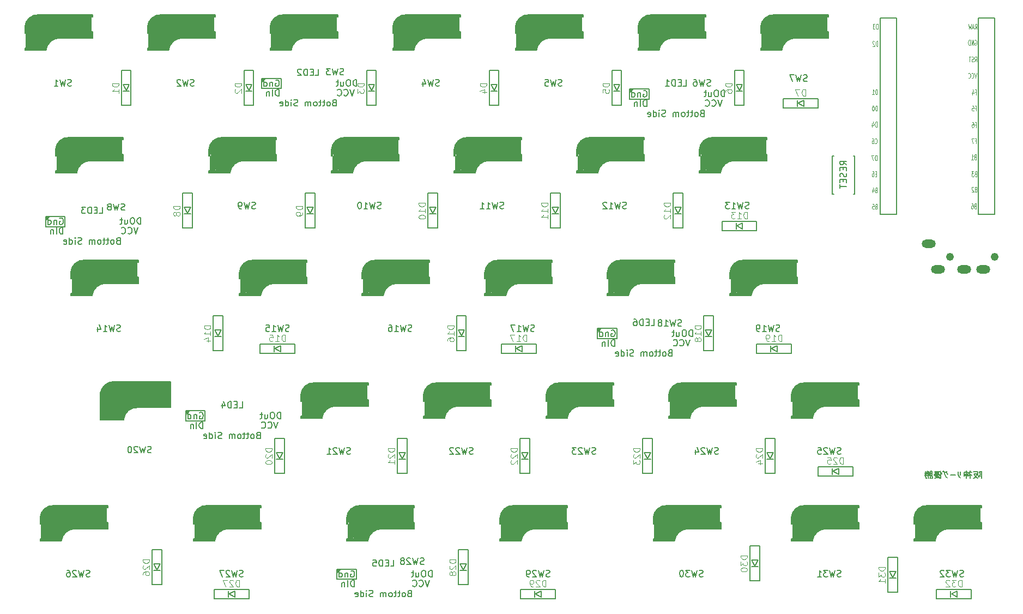
<source format=gbo>
G04 #@! TF.GenerationSoftware,KiCad,Pcbnew,7.0.7*
G04 #@! TF.CreationDate,2023-09-30T17:43:00+09:00*
G04 #@! TF.ProjectId,ind-assemble_L,696e642d-6173-4736-956d-626c655f4c2e,rev?*
G04 #@! TF.SameCoordinates,Original*
G04 #@! TF.FileFunction,Legend,Bot*
G04 #@! TF.FilePolarity,Positive*
%FSLAX46Y46*%
G04 Gerber Fmt 4.6, Leading zero omitted, Abs format (unit mm)*
G04 Created by KiCad (PCBNEW 7.0.7) date 2023-09-30 17:43:00*
%MOMM*%
%LPD*%
G01*
G04 APERTURE LIST*
%ADD10C,0.150000*%
%ADD11C,0.125000*%
%ADD12C,0.300000*%
%ADD13C,0.500000*%
%ADD14C,0.800000*%
%ADD15C,3.000000*%
%ADD16C,3.500000*%
%ADD17C,1.000000*%
%ADD18C,0.400000*%
%ADD19C,0.200000*%
%ADD20C,0.100000*%
%ADD21C,1.210000*%
%ADD22O,2.200000X1.300000*%
G04 APERTURE END LIST*
D10*
X175507268Y-97647200D02*
X174792982Y-97647200D01*
X176031077Y-97599580D02*
X176031077Y-98694819D01*
X175888220Y-97980533D02*
X175697744Y-98361485D01*
X175412030Y-98028152D02*
X175221554Y-98361485D01*
X175221554Y-98361485D02*
X175031077Y-98599580D01*
X175031077Y-98599580D02*
X174792982Y-98694819D01*
X176031077Y-97647200D02*
X175697744Y-97647200D01*
X175697744Y-97647200D02*
X175840601Y-97932914D01*
X175507268Y-98028152D02*
X174888220Y-98028152D01*
X174888220Y-98028152D02*
X175031077Y-98361485D01*
X175031077Y-98361485D02*
X175221554Y-98551961D01*
X175221554Y-98551961D02*
X175507268Y-98694819D01*
X175745363Y-98361485D02*
X175888220Y-98361485D01*
X175507268Y-97647200D02*
X175507268Y-98171009D01*
X175507268Y-98171009D02*
X175602506Y-98551961D01*
X173983459Y-98075771D02*
X173316792Y-98075771D01*
X173983459Y-98313866D02*
X173316792Y-98313866D01*
X174269173Y-97551961D02*
X174269173Y-97790057D01*
X174269173Y-98075771D02*
X174269173Y-98694819D01*
X173983459Y-97790057D02*
X173983459Y-98361485D01*
X173650126Y-97551961D02*
X173650126Y-98694819D01*
X173983459Y-97790057D02*
X173316792Y-97790057D01*
X173316792Y-97790057D02*
X173316792Y-98361485D01*
X174269173Y-98075771D02*
X174078697Y-98266247D01*
X174507268Y-97790057D02*
X174126316Y-97790057D01*
X174126316Y-97790057D02*
X174173935Y-97980533D01*
X174173935Y-97980533D02*
X174554887Y-98313866D01*
X172792983Y-97647200D02*
X172792983Y-98171009D01*
X172459650Y-97647200D02*
X172459650Y-98028152D01*
X172459650Y-98028152D02*
X172459650Y-98218628D01*
X172459650Y-98218628D02*
X172554888Y-98409104D01*
X172554888Y-98409104D02*
X172602507Y-98504342D01*
X172602507Y-98504342D02*
X172745364Y-98647200D01*
X171983459Y-98171009D02*
X171221555Y-98171009D01*
X170602507Y-97599580D02*
X170650126Y-97837676D01*
X170650126Y-97837676D02*
X170745364Y-97980533D01*
X170745364Y-97980533D02*
X170840602Y-98123390D01*
X170602507Y-97742438D02*
X170269174Y-97742438D01*
X170269174Y-97742438D02*
X170316793Y-97980533D01*
X170316793Y-97980533D02*
X170364412Y-98171009D01*
X170364412Y-98171009D02*
X170459650Y-98361485D01*
X170459650Y-98361485D02*
X170554888Y-98504342D01*
X170554888Y-98504342D02*
X170745364Y-98647200D01*
X170316793Y-97599580D02*
X170221555Y-97694819D01*
X170173936Y-97551961D02*
X170078698Y-97647200D01*
X169554888Y-97647200D02*
X168745364Y-97647200D01*
X169412031Y-97885295D02*
X168840602Y-97885295D01*
X169412031Y-97980533D02*
X168840602Y-97980533D01*
X169697745Y-97790057D02*
X169697745Y-98694819D01*
X169554888Y-98075771D02*
X169554888Y-98218628D01*
X169412031Y-97742438D02*
X169412031Y-98075771D01*
X169173936Y-97647200D02*
X169173936Y-97742438D01*
X169412031Y-97742438D02*
X168840602Y-97742438D01*
X168840602Y-97742438D02*
X168840602Y-98075771D01*
X169554888Y-98075771D02*
X168697745Y-98075771D01*
X168697745Y-98075771D02*
X168697745Y-98218628D01*
X168888221Y-98171009D02*
X168745364Y-98313866D01*
X169412031Y-98171009D02*
X169507269Y-98313866D01*
X169650126Y-97599580D02*
X169840602Y-98028152D01*
X169364412Y-98456723D02*
X169126317Y-98599580D01*
X169126317Y-98599580D02*
X168745364Y-98694819D01*
X169316793Y-98218628D02*
X169221555Y-98313866D01*
X169221555Y-98313866D02*
X168888221Y-98313866D01*
X169364412Y-98409104D02*
X169554888Y-98551961D01*
X169364412Y-98409104D02*
X168888221Y-98409104D01*
X168888221Y-98409104D02*
X169173936Y-98599580D01*
X169173936Y-98599580D02*
X169364412Y-98647200D01*
X169364412Y-98647200D02*
X169602507Y-98694819D01*
X167983460Y-97837676D02*
X167269174Y-97837676D01*
X168364412Y-97932914D02*
X168078698Y-97932914D01*
X168031079Y-98028152D02*
X167221555Y-98028152D01*
X168364412Y-98266247D02*
X168078698Y-98266247D01*
X167602508Y-98694819D02*
X167412031Y-98694819D01*
X167888222Y-97599580D02*
X167888222Y-97742438D01*
X167364412Y-97599580D02*
X167459650Y-97790057D01*
X168364412Y-97599580D02*
X168078698Y-97599580D01*
X168078698Y-97599580D02*
X168078698Y-98694819D01*
X168078698Y-98694819D02*
X168269174Y-98694819D01*
X167935841Y-98313866D02*
X167364412Y-98313866D01*
X167364412Y-98313866D02*
X167412031Y-98694819D01*
X168364412Y-97599580D02*
X168364412Y-98313866D01*
X168364412Y-98313866D02*
X168459650Y-98694819D01*
X167602508Y-97599580D02*
X167745365Y-97885295D01*
X167745365Y-97885295D02*
X167792984Y-98075771D01*
X167792984Y-98075771D02*
X167983460Y-98266247D01*
X167554889Y-97837676D02*
X167412031Y-98075771D01*
X167412031Y-98075771D02*
X167221555Y-98266247D01*
X167650127Y-98171009D02*
X167745365Y-98504342D01*
X167745365Y-98504342D02*
X167888222Y-98694819D01*
X82772023Y-56794700D02*
X82629166Y-56842319D01*
X82629166Y-56842319D02*
X82391071Y-56842319D01*
X82391071Y-56842319D02*
X82295833Y-56794700D01*
X82295833Y-56794700D02*
X82248214Y-56747080D01*
X82248214Y-56747080D02*
X82200595Y-56651842D01*
X82200595Y-56651842D02*
X82200595Y-56556604D01*
X82200595Y-56556604D02*
X82248214Y-56461366D01*
X82248214Y-56461366D02*
X82295833Y-56413747D01*
X82295833Y-56413747D02*
X82391071Y-56366128D01*
X82391071Y-56366128D02*
X82581547Y-56318509D01*
X82581547Y-56318509D02*
X82676785Y-56270890D01*
X82676785Y-56270890D02*
X82724404Y-56223271D01*
X82724404Y-56223271D02*
X82772023Y-56128033D01*
X82772023Y-56128033D02*
X82772023Y-56032795D01*
X82772023Y-56032795D02*
X82724404Y-55937557D01*
X82724404Y-55937557D02*
X82676785Y-55889938D01*
X82676785Y-55889938D02*
X82581547Y-55842319D01*
X82581547Y-55842319D02*
X82343452Y-55842319D01*
X82343452Y-55842319D02*
X82200595Y-55889938D01*
X81867261Y-55842319D02*
X81629166Y-56842319D01*
X81629166Y-56842319D02*
X81438690Y-56128033D01*
X81438690Y-56128033D02*
X81248214Y-56842319D01*
X81248214Y-56842319D02*
X81010119Y-55842319D01*
X80105357Y-56842319D02*
X80676785Y-56842319D01*
X80391071Y-56842319D02*
X80391071Y-55842319D01*
X80391071Y-55842319D02*
X80486309Y-55985176D01*
X80486309Y-55985176D02*
X80581547Y-56080414D01*
X80581547Y-56080414D02*
X80676785Y-56128033D01*
X79486309Y-55842319D02*
X79391071Y-55842319D01*
X79391071Y-55842319D02*
X79295833Y-55889938D01*
X79295833Y-55889938D02*
X79248214Y-55937557D01*
X79248214Y-55937557D02*
X79200595Y-56032795D01*
X79200595Y-56032795D02*
X79152976Y-56223271D01*
X79152976Y-56223271D02*
X79152976Y-56461366D01*
X79152976Y-56461366D02*
X79200595Y-56651842D01*
X79200595Y-56651842D02*
X79248214Y-56747080D01*
X79248214Y-56747080D02*
X79295833Y-56794700D01*
X79295833Y-56794700D02*
X79391071Y-56842319D01*
X79391071Y-56842319D02*
X79486309Y-56842319D01*
X79486309Y-56842319D02*
X79581547Y-56794700D01*
X79581547Y-56794700D02*
X79629166Y-56747080D01*
X79629166Y-56747080D02*
X79676785Y-56651842D01*
X79676785Y-56651842D02*
X79724404Y-56461366D01*
X79724404Y-56461366D02*
X79724404Y-56223271D01*
X79724404Y-56223271D02*
X79676785Y-56032795D01*
X79676785Y-56032795D02*
X79629166Y-55937557D01*
X79629166Y-55937557D02*
X79581547Y-55889938D01*
X79581547Y-55889938D02*
X79486309Y-55842319D01*
X72556547Y-36154819D02*
X73032737Y-36154819D01*
X73032737Y-36154819D02*
X73032737Y-35154819D01*
X72223213Y-35631009D02*
X71889880Y-35631009D01*
X71747023Y-36154819D02*
X72223213Y-36154819D01*
X72223213Y-36154819D02*
X72223213Y-35154819D01*
X72223213Y-35154819D02*
X71747023Y-35154819D01*
X71318451Y-36154819D02*
X71318451Y-35154819D01*
X71318451Y-35154819D02*
X71080356Y-35154819D01*
X71080356Y-35154819D02*
X70937499Y-35202438D01*
X70937499Y-35202438D02*
X70842261Y-35297676D01*
X70842261Y-35297676D02*
X70794642Y-35392914D01*
X70794642Y-35392914D02*
X70747023Y-35583390D01*
X70747023Y-35583390D02*
X70747023Y-35726247D01*
X70747023Y-35726247D02*
X70794642Y-35916723D01*
X70794642Y-35916723D02*
X70842261Y-36011961D01*
X70842261Y-36011961D02*
X70937499Y-36107200D01*
X70937499Y-36107200D02*
X71080356Y-36154819D01*
X71080356Y-36154819D02*
X71318451Y-36154819D01*
X70366070Y-35250057D02*
X70318451Y-35202438D01*
X70318451Y-35202438D02*
X70223213Y-35154819D01*
X70223213Y-35154819D02*
X69985118Y-35154819D01*
X69985118Y-35154819D02*
X69889880Y-35202438D01*
X69889880Y-35202438D02*
X69842261Y-35250057D01*
X69842261Y-35250057D02*
X69794642Y-35345295D01*
X69794642Y-35345295D02*
X69794642Y-35440533D01*
X69794642Y-35440533D02*
X69842261Y-35583390D01*
X69842261Y-35583390D02*
X70413689Y-36154819D01*
X70413689Y-36154819D02*
X69794642Y-36154819D01*
X78590832Y-38304819D02*
X78257499Y-39304819D01*
X78257499Y-39304819D02*
X77924166Y-38304819D01*
X77019404Y-39209580D02*
X77067023Y-39257200D01*
X77067023Y-39257200D02*
X77209880Y-39304819D01*
X77209880Y-39304819D02*
X77305118Y-39304819D01*
X77305118Y-39304819D02*
X77447975Y-39257200D01*
X77447975Y-39257200D02*
X77543213Y-39161961D01*
X77543213Y-39161961D02*
X77590832Y-39066723D01*
X77590832Y-39066723D02*
X77638451Y-38876247D01*
X77638451Y-38876247D02*
X77638451Y-38733390D01*
X77638451Y-38733390D02*
X77590832Y-38542914D01*
X77590832Y-38542914D02*
X77543213Y-38447676D01*
X77543213Y-38447676D02*
X77447975Y-38352438D01*
X77447975Y-38352438D02*
X77305118Y-38304819D01*
X77305118Y-38304819D02*
X77209880Y-38304819D01*
X77209880Y-38304819D02*
X77067023Y-38352438D01*
X77067023Y-38352438D02*
X77019404Y-38400057D01*
X76019404Y-39209580D02*
X76067023Y-39257200D01*
X76067023Y-39257200D02*
X76209880Y-39304819D01*
X76209880Y-39304819D02*
X76305118Y-39304819D01*
X76305118Y-39304819D02*
X76447975Y-39257200D01*
X76447975Y-39257200D02*
X76543213Y-39161961D01*
X76543213Y-39161961D02*
X76590832Y-39066723D01*
X76590832Y-39066723D02*
X76638451Y-38876247D01*
X76638451Y-38876247D02*
X76638451Y-38733390D01*
X76638451Y-38733390D02*
X76590832Y-38542914D01*
X76590832Y-38542914D02*
X76543213Y-38447676D01*
X76543213Y-38447676D02*
X76447975Y-38352438D01*
X76447975Y-38352438D02*
X76305118Y-38304819D01*
X76305118Y-38304819D02*
X76209880Y-38304819D01*
X76209880Y-38304819D02*
X76067023Y-38352438D01*
X76067023Y-38352438D02*
X76019404Y-38400057D01*
X78991309Y-37804819D02*
X78991309Y-36804819D01*
X78991309Y-36804819D02*
X78753214Y-36804819D01*
X78753214Y-36804819D02*
X78610357Y-36852438D01*
X78610357Y-36852438D02*
X78515119Y-36947676D01*
X78515119Y-36947676D02*
X78467500Y-37042914D01*
X78467500Y-37042914D02*
X78419881Y-37233390D01*
X78419881Y-37233390D02*
X78419881Y-37376247D01*
X78419881Y-37376247D02*
X78467500Y-37566723D01*
X78467500Y-37566723D02*
X78515119Y-37661961D01*
X78515119Y-37661961D02*
X78610357Y-37757200D01*
X78610357Y-37757200D02*
X78753214Y-37804819D01*
X78753214Y-37804819D02*
X78991309Y-37804819D01*
X77800833Y-36804819D02*
X77610357Y-36804819D01*
X77610357Y-36804819D02*
X77515119Y-36852438D01*
X77515119Y-36852438D02*
X77419881Y-36947676D01*
X77419881Y-36947676D02*
X77372262Y-37138152D01*
X77372262Y-37138152D02*
X77372262Y-37471485D01*
X77372262Y-37471485D02*
X77419881Y-37661961D01*
X77419881Y-37661961D02*
X77515119Y-37757200D01*
X77515119Y-37757200D02*
X77610357Y-37804819D01*
X77610357Y-37804819D02*
X77800833Y-37804819D01*
X77800833Y-37804819D02*
X77896071Y-37757200D01*
X77896071Y-37757200D02*
X77991309Y-37661961D01*
X77991309Y-37661961D02*
X78038928Y-37471485D01*
X78038928Y-37471485D02*
X78038928Y-37138152D01*
X78038928Y-37138152D02*
X77991309Y-36947676D01*
X77991309Y-36947676D02*
X77896071Y-36852438D01*
X77896071Y-36852438D02*
X77800833Y-36804819D01*
X76515119Y-37138152D02*
X76515119Y-37804819D01*
X76943690Y-37138152D02*
X76943690Y-37661961D01*
X76943690Y-37661961D02*
X76896071Y-37757200D01*
X76896071Y-37757200D02*
X76800833Y-37804819D01*
X76800833Y-37804819D02*
X76657976Y-37804819D01*
X76657976Y-37804819D02*
X76562738Y-37757200D01*
X76562738Y-37757200D02*
X76515119Y-37709580D01*
X76181785Y-37138152D02*
X75800833Y-37138152D01*
X76038928Y-36804819D02*
X76038928Y-37661961D01*
X76038928Y-37661961D02*
X75991309Y-37757200D01*
X75991309Y-37757200D02*
X75896071Y-37804819D01*
X75896071Y-37804819D02*
X75800833Y-37804819D01*
X75485119Y-40381009D02*
X75342262Y-40428628D01*
X75342262Y-40428628D02*
X75294643Y-40476247D01*
X75294643Y-40476247D02*
X75247024Y-40571485D01*
X75247024Y-40571485D02*
X75247024Y-40714342D01*
X75247024Y-40714342D02*
X75294643Y-40809580D01*
X75294643Y-40809580D02*
X75342262Y-40857200D01*
X75342262Y-40857200D02*
X75437500Y-40904819D01*
X75437500Y-40904819D02*
X75818452Y-40904819D01*
X75818452Y-40904819D02*
X75818452Y-39904819D01*
X75818452Y-39904819D02*
X75485119Y-39904819D01*
X75485119Y-39904819D02*
X75389881Y-39952438D01*
X75389881Y-39952438D02*
X75342262Y-40000057D01*
X75342262Y-40000057D02*
X75294643Y-40095295D01*
X75294643Y-40095295D02*
X75294643Y-40190533D01*
X75294643Y-40190533D02*
X75342262Y-40285771D01*
X75342262Y-40285771D02*
X75389881Y-40333390D01*
X75389881Y-40333390D02*
X75485119Y-40381009D01*
X75485119Y-40381009D02*
X75818452Y-40381009D01*
X74675595Y-40904819D02*
X74770833Y-40857200D01*
X74770833Y-40857200D02*
X74818452Y-40809580D01*
X74818452Y-40809580D02*
X74866071Y-40714342D01*
X74866071Y-40714342D02*
X74866071Y-40428628D01*
X74866071Y-40428628D02*
X74818452Y-40333390D01*
X74818452Y-40333390D02*
X74770833Y-40285771D01*
X74770833Y-40285771D02*
X74675595Y-40238152D01*
X74675595Y-40238152D02*
X74532738Y-40238152D01*
X74532738Y-40238152D02*
X74437500Y-40285771D01*
X74437500Y-40285771D02*
X74389881Y-40333390D01*
X74389881Y-40333390D02*
X74342262Y-40428628D01*
X74342262Y-40428628D02*
X74342262Y-40714342D01*
X74342262Y-40714342D02*
X74389881Y-40809580D01*
X74389881Y-40809580D02*
X74437500Y-40857200D01*
X74437500Y-40857200D02*
X74532738Y-40904819D01*
X74532738Y-40904819D02*
X74675595Y-40904819D01*
X74056547Y-40238152D02*
X73675595Y-40238152D01*
X73913690Y-39904819D02*
X73913690Y-40761961D01*
X73913690Y-40761961D02*
X73866071Y-40857200D01*
X73866071Y-40857200D02*
X73770833Y-40904819D01*
X73770833Y-40904819D02*
X73675595Y-40904819D01*
X73485118Y-40238152D02*
X73104166Y-40238152D01*
X73342261Y-39904819D02*
X73342261Y-40761961D01*
X73342261Y-40761961D02*
X73294642Y-40857200D01*
X73294642Y-40857200D02*
X73199404Y-40904819D01*
X73199404Y-40904819D02*
X73104166Y-40904819D01*
X72627975Y-40904819D02*
X72723213Y-40857200D01*
X72723213Y-40857200D02*
X72770832Y-40809580D01*
X72770832Y-40809580D02*
X72818451Y-40714342D01*
X72818451Y-40714342D02*
X72818451Y-40428628D01*
X72818451Y-40428628D02*
X72770832Y-40333390D01*
X72770832Y-40333390D02*
X72723213Y-40285771D01*
X72723213Y-40285771D02*
X72627975Y-40238152D01*
X72627975Y-40238152D02*
X72485118Y-40238152D01*
X72485118Y-40238152D02*
X72389880Y-40285771D01*
X72389880Y-40285771D02*
X72342261Y-40333390D01*
X72342261Y-40333390D02*
X72294642Y-40428628D01*
X72294642Y-40428628D02*
X72294642Y-40714342D01*
X72294642Y-40714342D02*
X72342261Y-40809580D01*
X72342261Y-40809580D02*
X72389880Y-40857200D01*
X72389880Y-40857200D02*
X72485118Y-40904819D01*
X72485118Y-40904819D02*
X72627975Y-40904819D01*
X71866070Y-40904819D02*
X71866070Y-40238152D01*
X71866070Y-40333390D02*
X71818451Y-40285771D01*
X71818451Y-40285771D02*
X71723213Y-40238152D01*
X71723213Y-40238152D02*
X71580356Y-40238152D01*
X71580356Y-40238152D02*
X71485118Y-40285771D01*
X71485118Y-40285771D02*
X71437499Y-40381009D01*
X71437499Y-40381009D02*
X71437499Y-40904819D01*
X71437499Y-40381009D02*
X71389880Y-40285771D01*
X71389880Y-40285771D02*
X71294642Y-40238152D01*
X71294642Y-40238152D02*
X71151785Y-40238152D01*
X71151785Y-40238152D02*
X71056546Y-40285771D01*
X71056546Y-40285771D02*
X71008927Y-40381009D01*
X71008927Y-40381009D02*
X71008927Y-40904819D01*
X69818451Y-40857200D02*
X69675594Y-40904819D01*
X69675594Y-40904819D02*
X69437499Y-40904819D01*
X69437499Y-40904819D02*
X69342261Y-40857200D01*
X69342261Y-40857200D02*
X69294642Y-40809580D01*
X69294642Y-40809580D02*
X69247023Y-40714342D01*
X69247023Y-40714342D02*
X69247023Y-40619104D01*
X69247023Y-40619104D02*
X69294642Y-40523866D01*
X69294642Y-40523866D02*
X69342261Y-40476247D01*
X69342261Y-40476247D02*
X69437499Y-40428628D01*
X69437499Y-40428628D02*
X69627975Y-40381009D01*
X69627975Y-40381009D02*
X69723213Y-40333390D01*
X69723213Y-40333390D02*
X69770832Y-40285771D01*
X69770832Y-40285771D02*
X69818451Y-40190533D01*
X69818451Y-40190533D02*
X69818451Y-40095295D01*
X69818451Y-40095295D02*
X69770832Y-40000057D01*
X69770832Y-40000057D02*
X69723213Y-39952438D01*
X69723213Y-39952438D02*
X69627975Y-39904819D01*
X69627975Y-39904819D02*
X69389880Y-39904819D01*
X69389880Y-39904819D02*
X69247023Y-39952438D01*
X68818451Y-40904819D02*
X68818451Y-40238152D01*
X68818451Y-39904819D02*
X68866070Y-39952438D01*
X68866070Y-39952438D02*
X68818451Y-40000057D01*
X68818451Y-40000057D02*
X68770832Y-39952438D01*
X68770832Y-39952438D02*
X68818451Y-39904819D01*
X68818451Y-39904819D02*
X68818451Y-40000057D01*
X67913690Y-40904819D02*
X67913690Y-39904819D01*
X67913690Y-40857200D02*
X68008928Y-40904819D01*
X68008928Y-40904819D02*
X68199404Y-40904819D01*
X68199404Y-40904819D02*
X68294642Y-40857200D01*
X68294642Y-40857200D02*
X68342261Y-40809580D01*
X68342261Y-40809580D02*
X68389880Y-40714342D01*
X68389880Y-40714342D02*
X68389880Y-40428628D01*
X68389880Y-40428628D02*
X68342261Y-40333390D01*
X68342261Y-40333390D02*
X68294642Y-40285771D01*
X68294642Y-40285771D02*
X68199404Y-40238152D01*
X68199404Y-40238152D02*
X68008928Y-40238152D01*
X68008928Y-40238152D02*
X67913690Y-40285771D01*
X67056547Y-40857200D02*
X67151785Y-40904819D01*
X67151785Y-40904819D02*
X67342261Y-40904819D01*
X67342261Y-40904819D02*
X67437499Y-40857200D01*
X67437499Y-40857200D02*
X67485118Y-40761961D01*
X67485118Y-40761961D02*
X67485118Y-40381009D01*
X67485118Y-40381009D02*
X67437499Y-40285771D01*
X67437499Y-40285771D02*
X67342261Y-40238152D01*
X67342261Y-40238152D02*
X67151785Y-40238152D01*
X67151785Y-40238152D02*
X67056547Y-40285771D01*
X67056547Y-40285771D02*
X67008928Y-40381009D01*
X67008928Y-40381009D02*
X67008928Y-40476247D01*
X67008928Y-40476247D02*
X67485118Y-40571485D01*
X66899880Y-39344819D02*
X66899880Y-38344819D01*
X66899880Y-38344819D02*
X66661785Y-38344819D01*
X66661785Y-38344819D02*
X66518928Y-38392438D01*
X66518928Y-38392438D02*
X66423690Y-38487676D01*
X66423690Y-38487676D02*
X66376071Y-38582914D01*
X66376071Y-38582914D02*
X66328452Y-38773390D01*
X66328452Y-38773390D02*
X66328452Y-38916247D01*
X66328452Y-38916247D02*
X66376071Y-39106723D01*
X66376071Y-39106723D02*
X66423690Y-39201961D01*
X66423690Y-39201961D02*
X66518928Y-39297200D01*
X66518928Y-39297200D02*
X66661785Y-39344819D01*
X66661785Y-39344819D02*
X66899880Y-39344819D01*
X65899880Y-39344819D02*
X65899880Y-38344819D01*
X65423690Y-38678152D02*
X65423690Y-39344819D01*
X65423690Y-38773390D02*
X65376071Y-38725771D01*
X65376071Y-38725771D02*
X65280833Y-38678152D01*
X65280833Y-38678152D02*
X65137976Y-38678152D01*
X65137976Y-38678152D02*
X65042738Y-38725771D01*
X65042738Y-38725771D02*
X64995119Y-38821009D01*
X64995119Y-38821009D02*
X64995119Y-39344819D01*
X66390357Y-36902438D02*
X66485595Y-36854819D01*
X66485595Y-36854819D02*
X66628452Y-36854819D01*
X66628452Y-36854819D02*
X66771309Y-36902438D01*
X66771309Y-36902438D02*
X66866547Y-36997676D01*
X66866547Y-36997676D02*
X66914166Y-37092914D01*
X66914166Y-37092914D02*
X66961785Y-37283390D01*
X66961785Y-37283390D02*
X66961785Y-37426247D01*
X66961785Y-37426247D02*
X66914166Y-37616723D01*
X66914166Y-37616723D02*
X66866547Y-37711961D01*
X66866547Y-37711961D02*
X66771309Y-37807200D01*
X66771309Y-37807200D02*
X66628452Y-37854819D01*
X66628452Y-37854819D02*
X66533214Y-37854819D01*
X66533214Y-37854819D02*
X66390357Y-37807200D01*
X66390357Y-37807200D02*
X66342738Y-37759580D01*
X66342738Y-37759580D02*
X66342738Y-37426247D01*
X66342738Y-37426247D02*
X66533214Y-37426247D01*
X65914166Y-37188152D02*
X65914166Y-37854819D01*
X65914166Y-37283390D02*
X65866547Y-37235771D01*
X65866547Y-37235771D02*
X65771309Y-37188152D01*
X65771309Y-37188152D02*
X65628452Y-37188152D01*
X65628452Y-37188152D02*
X65533214Y-37235771D01*
X65533214Y-37235771D02*
X65485595Y-37331009D01*
X65485595Y-37331009D02*
X65485595Y-37854819D01*
X64580833Y-37854819D02*
X64580833Y-36854819D01*
X64580833Y-37807200D02*
X64676071Y-37854819D01*
X64676071Y-37854819D02*
X64866547Y-37854819D01*
X64866547Y-37854819D02*
X64961785Y-37807200D01*
X64961785Y-37807200D02*
X65009404Y-37759580D01*
X65009404Y-37759580D02*
X65057023Y-37664342D01*
X65057023Y-37664342D02*
X65057023Y-37378628D01*
X65057023Y-37378628D02*
X65009404Y-37283390D01*
X65009404Y-37283390D02*
X64961785Y-37235771D01*
X64961785Y-37235771D02*
X64866547Y-37188152D01*
X64866547Y-37188152D02*
X64676071Y-37188152D01*
X64676071Y-37188152D02*
X64580833Y-37235771D01*
X76958332Y-36032200D02*
X76815475Y-36079819D01*
X76815475Y-36079819D02*
X76577380Y-36079819D01*
X76577380Y-36079819D02*
X76482142Y-36032200D01*
X76482142Y-36032200D02*
X76434523Y-35984580D01*
X76434523Y-35984580D02*
X76386904Y-35889342D01*
X76386904Y-35889342D02*
X76386904Y-35794104D01*
X76386904Y-35794104D02*
X76434523Y-35698866D01*
X76434523Y-35698866D02*
X76482142Y-35651247D01*
X76482142Y-35651247D02*
X76577380Y-35603628D01*
X76577380Y-35603628D02*
X76767856Y-35556009D01*
X76767856Y-35556009D02*
X76863094Y-35508390D01*
X76863094Y-35508390D02*
X76910713Y-35460771D01*
X76910713Y-35460771D02*
X76958332Y-35365533D01*
X76958332Y-35365533D02*
X76958332Y-35270295D01*
X76958332Y-35270295D02*
X76910713Y-35175057D01*
X76910713Y-35175057D02*
X76863094Y-35127438D01*
X76863094Y-35127438D02*
X76767856Y-35079819D01*
X76767856Y-35079819D02*
X76529761Y-35079819D01*
X76529761Y-35079819D02*
X76386904Y-35127438D01*
X76053570Y-35079819D02*
X75815475Y-36079819D01*
X75815475Y-36079819D02*
X75624999Y-35365533D01*
X75624999Y-35365533D02*
X75434523Y-36079819D01*
X75434523Y-36079819D02*
X75196428Y-35079819D01*
X74910713Y-35079819D02*
X74291666Y-35079819D01*
X74291666Y-35079819D02*
X74624999Y-35460771D01*
X74624999Y-35460771D02*
X74482142Y-35460771D01*
X74482142Y-35460771D02*
X74386904Y-35508390D01*
X74386904Y-35508390D02*
X74339285Y-35556009D01*
X74339285Y-35556009D02*
X74291666Y-35651247D01*
X74291666Y-35651247D02*
X74291666Y-35889342D01*
X74291666Y-35889342D02*
X74339285Y-35984580D01*
X74339285Y-35984580D02*
X74386904Y-36032200D01*
X74386904Y-36032200D02*
X74482142Y-36079819D01*
X74482142Y-36079819D02*
X74767856Y-36079819D01*
X74767856Y-36079819D02*
X74863094Y-36032200D01*
X74863094Y-36032200D02*
X74910713Y-35984580D01*
X63245832Y-56794700D02*
X63102975Y-56842319D01*
X63102975Y-56842319D02*
X62864880Y-56842319D01*
X62864880Y-56842319D02*
X62769642Y-56794700D01*
X62769642Y-56794700D02*
X62722023Y-56747080D01*
X62722023Y-56747080D02*
X62674404Y-56651842D01*
X62674404Y-56651842D02*
X62674404Y-56556604D01*
X62674404Y-56556604D02*
X62722023Y-56461366D01*
X62722023Y-56461366D02*
X62769642Y-56413747D01*
X62769642Y-56413747D02*
X62864880Y-56366128D01*
X62864880Y-56366128D02*
X63055356Y-56318509D01*
X63055356Y-56318509D02*
X63150594Y-56270890D01*
X63150594Y-56270890D02*
X63198213Y-56223271D01*
X63198213Y-56223271D02*
X63245832Y-56128033D01*
X63245832Y-56128033D02*
X63245832Y-56032795D01*
X63245832Y-56032795D02*
X63198213Y-55937557D01*
X63198213Y-55937557D02*
X63150594Y-55889938D01*
X63150594Y-55889938D02*
X63055356Y-55842319D01*
X63055356Y-55842319D02*
X62817261Y-55842319D01*
X62817261Y-55842319D02*
X62674404Y-55889938D01*
X62341070Y-55842319D02*
X62102975Y-56842319D01*
X62102975Y-56842319D02*
X61912499Y-56128033D01*
X61912499Y-56128033D02*
X61722023Y-56842319D01*
X61722023Y-56842319D02*
X61483928Y-55842319D01*
X61055356Y-56842319D02*
X60864880Y-56842319D01*
X60864880Y-56842319D02*
X60769642Y-56794700D01*
X60769642Y-56794700D02*
X60722023Y-56747080D01*
X60722023Y-56747080D02*
X60626785Y-56604223D01*
X60626785Y-56604223D02*
X60579166Y-56413747D01*
X60579166Y-56413747D02*
X60579166Y-56032795D01*
X60579166Y-56032795D02*
X60626785Y-55937557D01*
X60626785Y-55937557D02*
X60674404Y-55889938D01*
X60674404Y-55889938D02*
X60769642Y-55842319D01*
X60769642Y-55842319D02*
X60960118Y-55842319D01*
X60960118Y-55842319D02*
X61055356Y-55889938D01*
X61055356Y-55889938D02*
X61102975Y-55937557D01*
X61102975Y-55937557D02*
X61150594Y-56032795D01*
X61150594Y-56032795D02*
X61150594Y-56270890D01*
X61150594Y-56270890D02*
X61102975Y-56366128D01*
X61102975Y-56366128D02*
X61055356Y-56413747D01*
X61055356Y-56413747D02*
X60960118Y-56461366D01*
X60960118Y-56461366D02*
X60769642Y-56461366D01*
X60769642Y-56461366D02*
X60674404Y-56413747D01*
X60674404Y-56413747D02*
X60626785Y-56366128D01*
X60626785Y-56366128D02*
X60579166Y-56270890D01*
D11*
X108370535Y-115507369D02*
X108370535Y-114507369D01*
X108370535Y-114507369D02*
X108132440Y-114507369D01*
X108132440Y-114507369D02*
X107989583Y-114554988D01*
X107989583Y-114554988D02*
X107894345Y-114650226D01*
X107894345Y-114650226D02*
X107846726Y-114745464D01*
X107846726Y-114745464D02*
X107799107Y-114935940D01*
X107799107Y-114935940D02*
X107799107Y-115078797D01*
X107799107Y-115078797D02*
X107846726Y-115269273D01*
X107846726Y-115269273D02*
X107894345Y-115364511D01*
X107894345Y-115364511D02*
X107989583Y-115459750D01*
X107989583Y-115459750D02*
X108132440Y-115507369D01*
X108132440Y-115507369D02*
X108370535Y-115507369D01*
X107418154Y-114602607D02*
X107370535Y-114554988D01*
X107370535Y-114554988D02*
X107275297Y-114507369D01*
X107275297Y-114507369D02*
X107037202Y-114507369D01*
X107037202Y-114507369D02*
X106941964Y-114554988D01*
X106941964Y-114554988D02*
X106894345Y-114602607D01*
X106894345Y-114602607D02*
X106846726Y-114697845D01*
X106846726Y-114697845D02*
X106846726Y-114793083D01*
X106846726Y-114793083D02*
X106894345Y-114935940D01*
X106894345Y-114935940D02*
X107465773Y-115507369D01*
X107465773Y-115507369D02*
X106846726Y-115507369D01*
X106370535Y-115507369D02*
X106180059Y-115507369D01*
X106180059Y-115507369D02*
X106084821Y-115459750D01*
X106084821Y-115459750D02*
X106037202Y-115412130D01*
X106037202Y-115412130D02*
X105941964Y-115269273D01*
X105941964Y-115269273D02*
X105894345Y-115078797D01*
X105894345Y-115078797D02*
X105894345Y-114697845D01*
X105894345Y-114697845D02*
X105941964Y-114602607D01*
X105941964Y-114602607D02*
X105989583Y-114554988D01*
X105989583Y-114554988D02*
X106084821Y-114507369D01*
X106084821Y-114507369D02*
X106275297Y-114507369D01*
X106275297Y-114507369D02*
X106370535Y-114554988D01*
X106370535Y-114554988D02*
X106418154Y-114602607D01*
X106418154Y-114602607D02*
X106465773Y-114697845D01*
X106465773Y-114697845D02*
X106465773Y-114935940D01*
X106465773Y-114935940D02*
X106418154Y-115031178D01*
X106418154Y-115031178D02*
X106370535Y-115078797D01*
X106370535Y-115078797D02*
X106275297Y-115126416D01*
X106275297Y-115126416D02*
X106084821Y-115126416D01*
X106084821Y-115126416D02*
X105989583Y-115078797D01*
X105989583Y-115078797D02*
X105941964Y-115031178D01*
X105941964Y-115031178D02*
X105894345Y-114935940D01*
X127731119Y-55935714D02*
X126731119Y-55935714D01*
X126731119Y-55935714D02*
X126731119Y-56173809D01*
X126731119Y-56173809D02*
X126778738Y-56316666D01*
X126778738Y-56316666D02*
X126873976Y-56411904D01*
X126873976Y-56411904D02*
X126969214Y-56459523D01*
X126969214Y-56459523D02*
X127159690Y-56507142D01*
X127159690Y-56507142D02*
X127302547Y-56507142D01*
X127302547Y-56507142D02*
X127493023Y-56459523D01*
X127493023Y-56459523D02*
X127588261Y-56411904D01*
X127588261Y-56411904D02*
X127683500Y-56316666D01*
X127683500Y-56316666D02*
X127731119Y-56173809D01*
X127731119Y-56173809D02*
X127731119Y-55935714D01*
X127731119Y-57459523D02*
X127731119Y-56888095D01*
X127731119Y-57173809D02*
X126731119Y-57173809D01*
X126731119Y-57173809D02*
X126873976Y-57078571D01*
X126873976Y-57078571D02*
X126969214Y-56983333D01*
X126969214Y-56983333D02*
X127016833Y-56888095D01*
X126826357Y-57840476D02*
X126778738Y-57888095D01*
X126778738Y-57888095D02*
X126731119Y-57983333D01*
X126731119Y-57983333D02*
X126731119Y-58221428D01*
X126731119Y-58221428D02*
X126778738Y-58316666D01*
X126778738Y-58316666D02*
X126826357Y-58364285D01*
X126826357Y-58364285D02*
X126921595Y-58411904D01*
X126921595Y-58411904D02*
X127016833Y-58411904D01*
X127016833Y-58411904D02*
X127159690Y-58364285D01*
X127159690Y-58364285D02*
X127731119Y-57792857D01*
X127731119Y-57792857D02*
X127731119Y-58411904D01*
X67889285Y-77407369D02*
X67889285Y-76407369D01*
X67889285Y-76407369D02*
X67651190Y-76407369D01*
X67651190Y-76407369D02*
X67508333Y-76454988D01*
X67508333Y-76454988D02*
X67413095Y-76550226D01*
X67413095Y-76550226D02*
X67365476Y-76645464D01*
X67365476Y-76645464D02*
X67317857Y-76835940D01*
X67317857Y-76835940D02*
X67317857Y-76978797D01*
X67317857Y-76978797D02*
X67365476Y-77169273D01*
X67365476Y-77169273D02*
X67413095Y-77264511D01*
X67413095Y-77264511D02*
X67508333Y-77359750D01*
X67508333Y-77359750D02*
X67651190Y-77407369D01*
X67651190Y-77407369D02*
X67889285Y-77407369D01*
X66365476Y-77407369D02*
X66936904Y-77407369D01*
X66651190Y-77407369D02*
X66651190Y-76407369D01*
X66651190Y-76407369D02*
X66746428Y-76550226D01*
X66746428Y-76550226D02*
X66841666Y-76645464D01*
X66841666Y-76645464D02*
X66936904Y-76693083D01*
X65460714Y-76407369D02*
X65936904Y-76407369D01*
X65936904Y-76407369D02*
X65984523Y-76883559D01*
X65984523Y-76883559D02*
X65936904Y-76835940D01*
X65936904Y-76835940D02*
X65841666Y-76788321D01*
X65841666Y-76788321D02*
X65603571Y-76788321D01*
X65603571Y-76788321D02*
X65508333Y-76835940D01*
X65508333Y-76835940D02*
X65460714Y-76883559D01*
X65460714Y-76883559D02*
X65413095Y-76978797D01*
X65413095Y-76978797D02*
X65413095Y-77216892D01*
X65413095Y-77216892D02*
X65460714Y-77312130D01*
X65460714Y-77312130D02*
X65508333Y-77359750D01*
X65508333Y-77359750D02*
X65603571Y-77407369D01*
X65603571Y-77407369D02*
X65841666Y-77407369D01*
X65841666Y-77407369D02*
X65936904Y-77359750D01*
X65936904Y-77359750D02*
X65984523Y-77312130D01*
D10*
X132778273Y-113944700D02*
X132635416Y-113992319D01*
X132635416Y-113992319D02*
X132397321Y-113992319D01*
X132397321Y-113992319D02*
X132302083Y-113944700D01*
X132302083Y-113944700D02*
X132254464Y-113897080D01*
X132254464Y-113897080D02*
X132206845Y-113801842D01*
X132206845Y-113801842D02*
X132206845Y-113706604D01*
X132206845Y-113706604D02*
X132254464Y-113611366D01*
X132254464Y-113611366D02*
X132302083Y-113563747D01*
X132302083Y-113563747D02*
X132397321Y-113516128D01*
X132397321Y-113516128D02*
X132587797Y-113468509D01*
X132587797Y-113468509D02*
X132683035Y-113420890D01*
X132683035Y-113420890D02*
X132730654Y-113373271D01*
X132730654Y-113373271D02*
X132778273Y-113278033D01*
X132778273Y-113278033D02*
X132778273Y-113182795D01*
X132778273Y-113182795D02*
X132730654Y-113087557D01*
X132730654Y-113087557D02*
X132683035Y-113039938D01*
X132683035Y-113039938D02*
X132587797Y-112992319D01*
X132587797Y-112992319D02*
X132349702Y-112992319D01*
X132349702Y-112992319D02*
X132206845Y-113039938D01*
X131873511Y-112992319D02*
X131635416Y-113992319D01*
X131635416Y-113992319D02*
X131444940Y-113278033D01*
X131444940Y-113278033D02*
X131254464Y-113992319D01*
X131254464Y-113992319D02*
X131016369Y-112992319D01*
X130730654Y-112992319D02*
X130111607Y-112992319D01*
X130111607Y-112992319D02*
X130444940Y-113373271D01*
X130444940Y-113373271D02*
X130302083Y-113373271D01*
X130302083Y-113373271D02*
X130206845Y-113420890D01*
X130206845Y-113420890D02*
X130159226Y-113468509D01*
X130159226Y-113468509D02*
X130111607Y-113563747D01*
X130111607Y-113563747D02*
X130111607Y-113801842D01*
X130111607Y-113801842D02*
X130159226Y-113897080D01*
X130159226Y-113897080D02*
X130206845Y-113944700D01*
X130206845Y-113944700D02*
X130302083Y-113992319D01*
X130302083Y-113992319D02*
X130587797Y-113992319D01*
X130587797Y-113992319D02*
X130683035Y-113944700D01*
X130683035Y-113944700D02*
X130730654Y-113897080D01*
X129492559Y-112992319D02*
X129397321Y-112992319D01*
X129397321Y-112992319D02*
X129302083Y-113039938D01*
X129302083Y-113039938D02*
X129254464Y-113087557D01*
X129254464Y-113087557D02*
X129206845Y-113182795D01*
X129206845Y-113182795D02*
X129159226Y-113373271D01*
X129159226Y-113373271D02*
X129159226Y-113611366D01*
X129159226Y-113611366D02*
X129206845Y-113801842D01*
X129206845Y-113801842D02*
X129254464Y-113897080D01*
X129254464Y-113897080D02*
X129302083Y-113944700D01*
X129302083Y-113944700D02*
X129397321Y-113992319D01*
X129397321Y-113992319D02*
X129492559Y-113992319D01*
X129492559Y-113992319D02*
X129587797Y-113944700D01*
X129587797Y-113944700D02*
X129635416Y-113897080D01*
X129635416Y-113897080D02*
X129683035Y-113801842D01*
X129683035Y-113801842D02*
X129730654Y-113611366D01*
X129730654Y-113611366D02*
X129730654Y-113373271D01*
X129730654Y-113373271D02*
X129683035Y-113182795D01*
X129683035Y-113182795D02*
X129635416Y-113087557D01*
X129635416Y-113087557D02*
X129587797Y-113039938D01*
X129587797Y-113039938D02*
X129492559Y-112992319D01*
X87534523Y-75844700D02*
X87391666Y-75892319D01*
X87391666Y-75892319D02*
X87153571Y-75892319D01*
X87153571Y-75892319D02*
X87058333Y-75844700D01*
X87058333Y-75844700D02*
X87010714Y-75797080D01*
X87010714Y-75797080D02*
X86963095Y-75701842D01*
X86963095Y-75701842D02*
X86963095Y-75606604D01*
X86963095Y-75606604D02*
X87010714Y-75511366D01*
X87010714Y-75511366D02*
X87058333Y-75463747D01*
X87058333Y-75463747D02*
X87153571Y-75416128D01*
X87153571Y-75416128D02*
X87344047Y-75368509D01*
X87344047Y-75368509D02*
X87439285Y-75320890D01*
X87439285Y-75320890D02*
X87486904Y-75273271D01*
X87486904Y-75273271D02*
X87534523Y-75178033D01*
X87534523Y-75178033D02*
X87534523Y-75082795D01*
X87534523Y-75082795D02*
X87486904Y-74987557D01*
X87486904Y-74987557D02*
X87439285Y-74939938D01*
X87439285Y-74939938D02*
X87344047Y-74892319D01*
X87344047Y-74892319D02*
X87105952Y-74892319D01*
X87105952Y-74892319D02*
X86963095Y-74939938D01*
X86629761Y-74892319D02*
X86391666Y-75892319D01*
X86391666Y-75892319D02*
X86201190Y-75178033D01*
X86201190Y-75178033D02*
X86010714Y-75892319D01*
X86010714Y-75892319D02*
X85772619Y-74892319D01*
X84867857Y-75892319D02*
X85439285Y-75892319D01*
X85153571Y-75892319D02*
X85153571Y-74892319D01*
X85153571Y-74892319D02*
X85248809Y-75035176D01*
X85248809Y-75035176D02*
X85344047Y-75130414D01*
X85344047Y-75130414D02*
X85439285Y-75178033D01*
X84010714Y-74892319D02*
X84201190Y-74892319D01*
X84201190Y-74892319D02*
X84296428Y-74939938D01*
X84296428Y-74939938D02*
X84344047Y-74987557D01*
X84344047Y-74987557D02*
X84439285Y-75130414D01*
X84439285Y-75130414D02*
X84486904Y-75320890D01*
X84486904Y-75320890D02*
X84486904Y-75701842D01*
X84486904Y-75701842D02*
X84439285Y-75797080D01*
X84439285Y-75797080D02*
X84391666Y-75844700D01*
X84391666Y-75844700D02*
X84296428Y-75892319D01*
X84296428Y-75892319D02*
X84105952Y-75892319D01*
X84105952Y-75892319D02*
X84010714Y-75844700D01*
X84010714Y-75844700D02*
X83963095Y-75797080D01*
X83963095Y-75797080D02*
X83915476Y-75701842D01*
X83915476Y-75701842D02*
X83915476Y-75463747D01*
X83915476Y-75463747D02*
X83963095Y-75368509D01*
X83963095Y-75368509D02*
X84010714Y-75320890D01*
X84010714Y-75320890D02*
X84105952Y-75273271D01*
X84105952Y-75273271D02*
X84296428Y-75273271D01*
X84296428Y-75273271D02*
X84391666Y-75320890D01*
X84391666Y-75320890D02*
X84439285Y-75368509D01*
X84439285Y-75368509D02*
X84486904Y-75463747D01*
X144684523Y-75844700D02*
X144541666Y-75892319D01*
X144541666Y-75892319D02*
X144303571Y-75892319D01*
X144303571Y-75892319D02*
X144208333Y-75844700D01*
X144208333Y-75844700D02*
X144160714Y-75797080D01*
X144160714Y-75797080D02*
X144113095Y-75701842D01*
X144113095Y-75701842D02*
X144113095Y-75606604D01*
X144113095Y-75606604D02*
X144160714Y-75511366D01*
X144160714Y-75511366D02*
X144208333Y-75463747D01*
X144208333Y-75463747D02*
X144303571Y-75416128D01*
X144303571Y-75416128D02*
X144494047Y-75368509D01*
X144494047Y-75368509D02*
X144589285Y-75320890D01*
X144589285Y-75320890D02*
X144636904Y-75273271D01*
X144636904Y-75273271D02*
X144684523Y-75178033D01*
X144684523Y-75178033D02*
X144684523Y-75082795D01*
X144684523Y-75082795D02*
X144636904Y-74987557D01*
X144636904Y-74987557D02*
X144589285Y-74939938D01*
X144589285Y-74939938D02*
X144494047Y-74892319D01*
X144494047Y-74892319D02*
X144255952Y-74892319D01*
X144255952Y-74892319D02*
X144113095Y-74939938D01*
X143779761Y-74892319D02*
X143541666Y-75892319D01*
X143541666Y-75892319D02*
X143351190Y-75178033D01*
X143351190Y-75178033D02*
X143160714Y-75892319D01*
X143160714Y-75892319D02*
X142922619Y-74892319D01*
X142017857Y-75892319D02*
X142589285Y-75892319D01*
X142303571Y-75892319D02*
X142303571Y-74892319D01*
X142303571Y-74892319D02*
X142398809Y-75035176D01*
X142398809Y-75035176D02*
X142494047Y-75130414D01*
X142494047Y-75130414D02*
X142589285Y-75178033D01*
X141541666Y-75892319D02*
X141351190Y-75892319D01*
X141351190Y-75892319D02*
X141255952Y-75844700D01*
X141255952Y-75844700D02*
X141208333Y-75797080D01*
X141208333Y-75797080D02*
X141113095Y-75654223D01*
X141113095Y-75654223D02*
X141065476Y-75463747D01*
X141065476Y-75463747D02*
X141065476Y-75082795D01*
X141065476Y-75082795D02*
X141113095Y-74987557D01*
X141113095Y-74987557D02*
X141160714Y-74939938D01*
X141160714Y-74939938D02*
X141255952Y-74892319D01*
X141255952Y-74892319D02*
X141446428Y-74892319D01*
X141446428Y-74892319D02*
X141541666Y-74939938D01*
X141541666Y-74939938D02*
X141589285Y-74987557D01*
X141589285Y-74987557D02*
X141636904Y-75082795D01*
X141636904Y-75082795D02*
X141636904Y-75320890D01*
X141636904Y-75320890D02*
X141589285Y-75416128D01*
X141589285Y-75416128D02*
X141541666Y-75463747D01*
X141541666Y-75463747D02*
X141446428Y-75511366D01*
X141446428Y-75511366D02*
X141255952Y-75511366D01*
X141255952Y-75511366D02*
X141160714Y-75463747D01*
X141160714Y-75463747D02*
X141113095Y-75416128D01*
X141113095Y-75416128D02*
X141065476Y-75320890D01*
D11*
X94393619Y-111310714D02*
X93393619Y-111310714D01*
X93393619Y-111310714D02*
X93393619Y-111548809D01*
X93393619Y-111548809D02*
X93441238Y-111691666D01*
X93441238Y-111691666D02*
X93536476Y-111786904D01*
X93536476Y-111786904D02*
X93631714Y-111834523D01*
X93631714Y-111834523D02*
X93822190Y-111882142D01*
X93822190Y-111882142D02*
X93965047Y-111882142D01*
X93965047Y-111882142D02*
X94155523Y-111834523D01*
X94155523Y-111834523D02*
X94250761Y-111786904D01*
X94250761Y-111786904D02*
X94346000Y-111691666D01*
X94346000Y-111691666D02*
X94393619Y-111548809D01*
X94393619Y-111548809D02*
X94393619Y-111310714D01*
X93488857Y-112263095D02*
X93441238Y-112310714D01*
X93441238Y-112310714D02*
X93393619Y-112405952D01*
X93393619Y-112405952D02*
X93393619Y-112644047D01*
X93393619Y-112644047D02*
X93441238Y-112739285D01*
X93441238Y-112739285D02*
X93488857Y-112786904D01*
X93488857Y-112786904D02*
X93584095Y-112834523D01*
X93584095Y-112834523D02*
X93679333Y-112834523D01*
X93679333Y-112834523D02*
X93822190Y-112786904D01*
X93822190Y-112786904D02*
X94393619Y-112215476D01*
X94393619Y-112215476D02*
X94393619Y-112834523D01*
X93822190Y-113405952D02*
X93774571Y-113310714D01*
X93774571Y-113310714D02*
X93726952Y-113263095D01*
X93726952Y-113263095D02*
X93631714Y-113215476D01*
X93631714Y-113215476D02*
X93584095Y-113215476D01*
X93584095Y-113215476D02*
X93488857Y-113263095D01*
X93488857Y-113263095D02*
X93441238Y-113310714D01*
X93441238Y-113310714D02*
X93393619Y-113405952D01*
X93393619Y-113405952D02*
X93393619Y-113596428D01*
X93393619Y-113596428D02*
X93441238Y-113691666D01*
X93441238Y-113691666D02*
X93488857Y-113739285D01*
X93488857Y-113739285D02*
X93584095Y-113786904D01*
X93584095Y-113786904D02*
X93631714Y-113786904D01*
X93631714Y-113786904D02*
X93726952Y-113739285D01*
X93726952Y-113739285D02*
X93774571Y-113691666D01*
X93774571Y-113691666D02*
X93822190Y-113596428D01*
X93822190Y-113596428D02*
X93822190Y-113405952D01*
X93822190Y-113405952D02*
X93869809Y-113310714D01*
X93869809Y-113310714D02*
X93917428Y-113263095D01*
X93917428Y-113263095D02*
X94012666Y-113215476D01*
X94012666Y-113215476D02*
X94203142Y-113215476D01*
X94203142Y-113215476D02*
X94298380Y-113263095D01*
X94298380Y-113263095D02*
X94346000Y-113310714D01*
X94346000Y-113310714D02*
X94393619Y-113405952D01*
X94393619Y-113405952D02*
X94393619Y-113596428D01*
X94393619Y-113596428D02*
X94346000Y-113691666D01*
X94346000Y-113691666D02*
X94298380Y-113739285D01*
X94298380Y-113739285D02*
X94203142Y-113786904D01*
X94203142Y-113786904D02*
X94012666Y-113786904D01*
X94012666Y-113786904D02*
X93917428Y-113739285D01*
X93917428Y-113739285D02*
X93869809Y-113691666D01*
X93869809Y-113691666D02*
X93822190Y-113596428D01*
D10*
X34670832Y-37744700D02*
X34527975Y-37792319D01*
X34527975Y-37792319D02*
X34289880Y-37792319D01*
X34289880Y-37792319D02*
X34194642Y-37744700D01*
X34194642Y-37744700D02*
X34147023Y-37697080D01*
X34147023Y-37697080D02*
X34099404Y-37601842D01*
X34099404Y-37601842D02*
X34099404Y-37506604D01*
X34099404Y-37506604D02*
X34147023Y-37411366D01*
X34147023Y-37411366D02*
X34194642Y-37363747D01*
X34194642Y-37363747D02*
X34289880Y-37316128D01*
X34289880Y-37316128D02*
X34480356Y-37268509D01*
X34480356Y-37268509D02*
X34575594Y-37220890D01*
X34575594Y-37220890D02*
X34623213Y-37173271D01*
X34623213Y-37173271D02*
X34670832Y-37078033D01*
X34670832Y-37078033D02*
X34670832Y-36982795D01*
X34670832Y-36982795D02*
X34623213Y-36887557D01*
X34623213Y-36887557D02*
X34575594Y-36839938D01*
X34575594Y-36839938D02*
X34480356Y-36792319D01*
X34480356Y-36792319D02*
X34242261Y-36792319D01*
X34242261Y-36792319D02*
X34099404Y-36839938D01*
X33766070Y-36792319D02*
X33527975Y-37792319D01*
X33527975Y-37792319D02*
X33337499Y-37078033D01*
X33337499Y-37078033D02*
X33147023Y-37792319D01*
X33147023Y-37792319D02*
X32908928Y-36792319D01*
X32004166Y-37792319D02*
X32575594Y-37792319D01*
X32289880Y-37792319D02*
X32289880Y-36792319D01*
X32289880Y-36792319D02*
X32385118Y-36935176D01*
X32385118Y-36935176D02*
X32480356Y-37030414D01*
X32480356Y-37030414D02*
X32575594Y-37078033D01*
X89434523Y-112032200D02*
X89291666Y-112079819D01*
X89291666Y-112079819D02*
X89053571Y-112079819D01*
X89053571Y-112079819D02*
X88958333Y-112032200D01*
X88958333Y-112032200D02*
X88910714Y-111984580D01*
X88910714Y-111984580D02*
X88863095Y-111889342D01*
X88863095Y-111889342D02*
X88863095Y-111794104D01*
X88863095Y-111794104D02*
X88910714Y-111698866D01*
X88910714Y-111698866D02*
X88958333Y-111651247D01*
X88958333Y-111651247D02*
X89053571Y-111603628D01*
X89053571Y-111603628D02*
X89244047Y-111556009D01*
X89244047Y-111556009D02*
X89339285Y-111508390D01*
X89339285Y-111508390D02*
X89386904Y-111460771D01*
X89386904Y-111460771D02*
X89434523Y-111365533D01*
X89434523Y-111365533D02*
X89434523Y-111270295D01*
X89434523Y-111270295D02*
X89386904Y-111175057D01*
X89386904Y-111175057D02*
X89339285Y-111127438D01*
X89339285Y-111127438D02*
X89244047Y-111079819D01*
X89244047Y-111079819D02*
X89005952Y-111079819D01*
X89005952Y-111079819D02*
X88863095Y-111127438D01*
X88529761Y-111079819D02*
X88291666Y-112079819D01*
X88291666Y-112079819D02*
X88101190Y-111365533D01*
X88101190Y-111365533D02*
X87910714Y-112079819D01*
X87910714Y-112079819D02*
X87672619Y-111079819D01*
X87339285Y-111175057D02*
X87291666Y-111127438D01*
X87291666Y-111127438D02*
X87196428Y-111079819D01*
X87196428Y-111079819D02*
X86958333Y-111079819D01*
X86958333Y-111079819D02*
X86863095Y-111127438D01*
X86863095Y-111127438D02*
X86815476Y-111175057D01*
X86815476Y-111175057D02*
X86767857Y-111270295D01*
X86767857Y-111270295D02*
X86767857Y-111365533D01*
X86767857Y-111365533D02*
X86815476Y-111508390D01*
X86815476Y-111508390D02*
X87386904Y-112079819D01*
X87386904Y-112079819D02*
X86767857Y-112079819D01*
X86196428Y-111508390D02*
X86291666Y-111460771D01*
X86291666Y-111460771D02*
X86339285Y-111413152D01*
X86339285Y-111413152D02*
X86386904Y-111317914D01*
X86386904Y-111317914D02*
X86386904Y-111270295D01*
X86386904Y-111270295D02*
X86339285Y-111175057D01*
X86339285Y-111175057D02*
X86291666Y-111127438D01*
X86291666Y-111127438D02*
X86196428Y-111079819D01*
X86196428Y-111079819D02*
X86005952Y-111079819D01*
X86005952Y-111079819D02*
X85910714Y-111127438D01*
X85910714Y-111127438D02*
X85863095Y-111175057D01*
X85863095Y-111175057D02*
X85815476Y-111270295D01*
X85815476Y-111270295D02*
X85815476Y-111317914D01*
X85815476Y-111317914D02*
X85863095Y-111413152D01*
X85863095Y-111413152D02*
X85910714Y-111460771D01*
X85910714Y-111460771D02*
X86005952Y-111508390D01*
X86005952Y-111508390D02*
X86196428Y-111508390D01*
X86196428Y-111508390D02*
X86291666Y-111556009D01*
X86291666Y-111556009D02*
X86339285Y-111603628D01*
X86339285Y-111603628D02*
X86386904Y-111698866D01*
X86386904Y-111698866D02*
X86386904Y-111889342D01*
X86386904Y-111889342D02*
X86339285Y-111984580D01*
X86339285Y-111984580D02*
X86291666Y-112032200D01*
X86291666Y-112032200D02*
X86196428Y-112079819D01*
X86196428Y-112079819D02*
X86005952Y-112079819D01*
X86005952Y-112079819D02*
X85910714Y-112032200D01*
X85910714Y-112032200D02*
X85863095Y-111984580D01*
X85863095Y-111984580D02*
X85815476Y-111889342D01*
X85815476Y-111889342D02*
X85815476Y-111698866D01*
X85815476Y-111698866D02*
X85863095Y-111603628D01*
X85863095Y-111603628D02*
X85910714Y-111556009D01*
X85910714Y-111556009D02*
X86005952Y-111508390D01*
X139922023Y-56794700D02*
X139779166Y-56842319D01*
X139779166Y-56842319D02*
X139541071Y-56842319D01*
X139541071Y-56842319D02*
X139445833Y-56794700D01*
X139445833Y-56794700D02*
X139398214Y-56747080D01*
X139398214Y-56747080D02*
X139350595Y-56651842D01*
X139350595Y-56651842D02*
X139350595Y-56556604D01*
X139350595Y-56556604D02*
X139398214Y-56461366D01*
X139398214Y-56461366D02*
X139445833Y-56413747D01*
X139445833Y-56413747D02*
X139541071Y-56366128D01*
X139541071Y-56366128D02*
X139731547Y-56318509D01*
X139731547Y-56318509D02*
X139826785Y-56270890D01*
X139826785Y-56270890D02*
X139874404Y-56223271D01*
X139874404Y-56223271D02*
X139922023Y-56128033D01*
X139922023Y-56128033D02*
X139922023Y-56032795D01*
X139922023Y-56032795D02*
X139874404Y-55937557D01*
X139874404Y-55937557D02*
X139826785Y-55889938D01*
X139826785Y-55889938D02*
X139731547Y-55842319D01*
X139731547Y-55842319D02*
X139493452Y-55842319D01*
X139493452Y-55842319D02*
X139350595Y-55889938D01*
X139017261Y-55842319D02*
X138779166Y-56842319D01*
X138779166Y-56842319D02*
X138588690Y-56128033D01*
X138588690Y-56128033D02*
X138398214Y-56842319D01*
X138398214Y-56842319D02*
X138160119Y-55842319D01*
X137255357Y-56842319D02*
X137826785Y-56842319D01*
X137541071Y-56842319D02*
X137541071Y-55842319D01*
X137541071Y-55842319D02*
X137636309Y-55985176D01*
X137636309Y-55985176D02*
X137731547Y-56080414D01*
X137731547Y-56080414D02*
X137826785Y-56128033D01*
X136922023Y-55842319D02*
X136302976Y-55842319D01*
X136302976Y-55842319D02*
X136636309Y-56223271D01*
X136636309Y-56223271D02*
X136493452Y-56223271D01*
X136493452Y-56223271D02*
X136398214Y-56270890D01*
X136398214Y-56270890D02*
X136350595Y-56318509D01*
X136350595Y-56318509D02*
X136302976Y-56413747D01*
X136302976Y-56413747D02*
X136302976Y-56651842D01*
X136302976Y-56651842D02*
X136350595Y-56747080D01*
X136350595Y-56747080D02*
X136398214Y-56794700D01*
X136398214Y-56794700D02*
X136493452Y-56842319D01*
X136493452Y-56842319D02*
X136779166Y-56842319D01*
X136779166Y-56842319D02*
X136874404Y-56794700D01*
X136874404Y-56794700D02*
X136922023Y-56747080D01*
D11*
X172981785Y-115507369D02*
X172981785Y-114507369D01*
X172981785Y-114507369D02*
X172743690Y-114507369D01*
X172743690Y-114507369D02*
X172600833Y-114554988D01*
X172600833Y-114554988D02*
X172505595Y-114650226D01*
X172505595Y-114650226D02*
X172457976Y-114745464D01*
X172457976Y-114745464D02*
X172410357Y-114935940D01*
X172410357Y-114935940D02*
X172410357Y-115078797D01*
X172410357Y-115078797D02*
X172457976Y-115269273D01*
X172457976Y-115269273D02*
X172505595Y-115364511D01*
X172505595Y-115364511D02*
X172600833Y-115459750D01*
X172600833Y-115459750D02*
X172743690Y-115507369D01*
X172743690Y-115507369D02*
X172981785Y-115507369D01*
X172077023Y-114507369D02*
X171457976Y-114507369D01*
X171457976Y-114507369D02*
X171791309Y-114888321D01*
X171791309Y-114888321D02*
X171648452Y-114888321D01*
X171648452Y-114888321D02*
X171553214Y-114935940D01*
X171553214Y-114935940D02*
X171505595Y-114983559D01*
X171505595Y-114983559D02*
X171457976Y-115078797D01*
X171457976Y-115078797D02*
X171457976Y-115316892D01*
X171457976Y-115316892D02*
X171505595Y-115412130D01*
X171505595Y-115412130D02*
X171553214Y-115459750D01*
X171553214Y-115459750D02*
X171648452Y-115507369D01*
X171648452Y-115507369D02*
X171934166Y-115507369D01*
X171934166Y-115507369D02*
X172029404Y-115459750D01*
X172029404Y-115459750D02*
X172077023Y-115412130D01*
X171077023Y-114602607D02*
X171029404Y-114554988D01*
X171029404Y-114554988D02*
X170934166Y-114507369D01*
X170934166Y-114507369D02*
X170696071Y-114507369D01*
X170696071Y-114507369D02*
X170600833Y-114554988D01*
X170600833Y-114554988D02*
X170553214Y-114602607D01*
X170553214Y-114602607D02*
X170505595Y-114697845D01*
X170505595Y-114697845D02*
X170505595Y-114793083D01*
X170505595Y-114793083D02*
X170553214Y-114935940D01*
X170553214Y-114935940D02*
X171124642Y-115507369D01*
X171124642Y-115507369D02*
X170505595Y-115507369D01*
X145013035Y-77407369D02*
X145013035Y-76407369D01*
X145013035Y-76407369D02*
X144774940Y-76407369D01*
X144774940Y-76407369D02*
X144632083Y-76454988D01*
X144632083Y-76454988D02*
X144536845Y-76550226D01*
X144536845Y-76550226D02*
X144489226Y-76645464D01*
X144489226Y-76645464D02*
X144441607Y-76835940D01*
X144441607Y-76835940D02*
X144441607Y-76978797D01*
X144441607Y-76978797D02*
X144489226Y-77169273D01*
X144489226Y-77169273D02*
X144536845Y-77264511D01*
X144536845Y-77264511D02*
X144632083Y-77359750D01*
X144632083Y-77359750D02*
X144774940Y-77407369D01*
X144774940Y-77407369D02*
X145013035Y-77407369D01*
X143489226Y-77407369D02*
X144060654Y-77407369D01*
X143774940Y-77407369D02*
X143774940Y-76407369D01*
X143774940Y-76407369D02*
X143870178Y-76550226D01*
X143870178Y-76550226D02*
X143965416Y-76645464D01*
X143965416Y-76645464D02*
X144060654Y-76693083D01*
X143013035Y-77407369D02*
X142822559Y-77407369D01*
X142822559Y-77407369D02*
X142727321Y-77359750D01*
X142727321Y-77359750D02*
X142679702Y-77312130D01*
X142679702Y-77312130D02*
X142584464Y-77169273D01*
X142584464Y-77169273D02*
X142536845Y-76978797D01*
X142536845Y-76978797D02*
X142536845Y-76597845D01*
X142536845Y-76597845D02*
X142584464Y-76502607D01*
X142584464Y-76502607D02*
X142632083Y-76454988D01*
X142632083Y-76454988D02*
X142727321Y-76407369D01*
X142727321Y-76407369D02*
X142917797Y-76407369D01*
X142917797Y-76407369D02*
X143013035Y-76454988D01*
X143013035Y-76454988D02*
X143060654Y-76502607D01*
X143060654Y-76502607D02*
X143108273Y-76597845D01*
X143108273Y-76597845D02*
X143108273Y-76835940D01*
X143108273Y-76835940D02*
X143060654Y-76931178D01*
X143060654Y-76931178D02*
X143013035Y-76978797D01*
X143013035Y-76978797D02*
X142917797Y-77026416D01*
X142917797Y-77026416D02*
X142727321Y-77026416D01*
X142727321Y-77026416D02*
X142632083Y-76978797D01*
X142632083Y-76978797D02*
X142584464Y-76931178D01*
X142584464Y-76931178D02*
X142536845Y-76835940D01*
X84868619Y-94035714D02*
X83868619Y-94035714D01*
X83868619Y-94035714D02*
X83868619Y-94273809D01*
X83868619Y-94273809D02*
X83916238Y-94416666D01*
X83916238Y-94416666D02*
X84011476Y-94511904D01*
X84011476Y-94511904D02*
X84106714Y-94559523D01*
X84106714Y-94559523D02*
X84297190Y-94607142D01*
X84297190Y-94607142D02*
X84440047Y-94607142D01*
X84440047Y-94607142D02*
X84630523Y-94559523D01*
X84630523Y-94559523D02*
X84725761Y-94511904D01*
X84725761Y-94511904D02*
X84821000Y-94416666D01*
X84821000Y-94416666D02*
X84868619Y-94273809D01*
X84868619Y-94273809D02*
X84868619Y-94035714D01*
X83963857Y-94988095D02*
X83916238Y-95035714D01*
X83916238Y-95035714D02*
X83868619Y-95130952D01*
X83868619Y-95130952D02*
X83868619Y-95369047D01*
X83868619Y-95369047D02*
X83916238Y-95464285D01*
X83916238Y-95464285D02*
X83963857Y-95511904D01*
X83963857Y-95511904D02*
X84059095Y-95559523D01*
X84059095Y-95559523D02*
X84154333Y-95559523D01*
X84154333Y-95559523D02*
X84297190Y-95511904D01*
X84297190Y-95511904D02*
X84868619Y-94940476D01*
X84868619Y-94940476D02*
X84868619Y-95559523D01*
X84868619Y-96511904D02*
X84868619Y-95940476D01*
X84868619Y-96226190D02*
X83868619Y-96226190D01*
X83868619Y-96226190D02*
X84011476Y-96130952D01*
X84011476Y-96130952D02*
X84106714Y-96035714D01*
X84106714Y-96035714D02*
X84154333Y-95940476D01*
X154566785Y-96457369D02*
X154566785Y-95457369D01*
X154566785Y-95457369D02*
X154328690Y-95457369D01*
X154328690Y-95457369D02*
X154185833Y-95504988D01*
X154185833Y-95504988D02*
X154090595Y-95600226D01*
X154090595Y-95600226D02*
X154042976Y-95695464D01*
X154042976Y-95695464D02*
X153995357Y-95885940D01*
X153995357Y-95885940D02*
X153995357Y-96028797D01*
X153995357Y-96028797D02*
X154042976Y-96219273D01*
X154042976Y-96219273D02*
X154090595Y-96314511D01*
X154090595Y-96314511D02*
X154185833Y-96409750D01*
X154185833Y-96409750D02*
X154328690Y-96457369D01*
X154328690Y-96457369D02*
X154566785Y-96457369D01*
X153614404Y-95552607D02*
X153566785Y-95504988D01*
X153566785Y-95504988D02*
X153471547Y-95457369D01*
X153471547Y-95457369D02*
X153233452Y-95457369D01*
X153233452Y-95457369D02*
X153138214Y-95504988D01*
X153138214Y-95504988D02*
X153090595Y-95552607D01*
X153090595Y-95552607D02*
X153042976Y-95647845D01*
X153042976Y-95647845D02*
X153042976Y-95743083D01*
X153042976Y-95743083D02*
X153090595Y-95885940D01*
X153090595Y-95885940D02*
X153662023Y-96457369D01*
X153662023Y-96457369D02*
X153042976Y-96457369D01*
X152138214Y-95457369D02*
X152614404Y-95457369D01*
X152614404Y-95457369D02*
X152662023Y-95933559D01*
X152662023Y-95933559D02*
X152614404Y-95885940D01*
X152614404Y-95885940D02*
X152519166Y-95838321D01*
X152519166Y-95838321D02*
X152281071Y-95838321D01*
X152281071Y-95838321D02*
X152185833Y-95885940D01*
X152185833Y-95885940D02*
X152138214Y-95933559D01*
X152138214Y-95933559D02*
X152090595Y-96028797D01*
X152090595Y-96028797D02*
X152090595Y-96266892D01*
X152090595Y-96266892D02*
X152138214Y-96362130D01*
X152138214Y-96362130D02*
X152185833Y-96409750D01*
X152185833Y-96409750D02*
X152281071Y-96457369D01*
X152281071Y-96457369D02*
X152519166Y-96457369D01*
X152519166Y-96457369D02*
X152614404Y-96409750D01*
X152614404Y-96409750D02*
X152662023Y-96362130D01*
D10*
X129434523Y-75032200D02*
X129291666Y-75079819D01*
X129291666Y-75079819D02*
X129053571Y-75079819D01*
X129053571Y-75079819D02*
X128958333Y-75032200D01*
X128958333Y-75032200D02*
X128910714Y-74984580D01*
X128910714Y-74984580D02*
X128863095Y-74889342D01*
X128863095Y-74889342D02*
X128863095Y-74794104D01*
X128863095Y-74794104D02*
X128910714Y-74698866D01*
X128910714Y-74698866D02*
X128958333Y-74651247D01*
X128958333Y-74651247D02*
X129053571Y-74603628D01*
X129053571Y-74603628D02*
X129244047Y-74556009D01*
X129244047Y-74556009D02*
X129339285Y-74508390D01*
X129339285Y-74508390D02*
X129386904Y-74460771D01*
X129386904Y-74460771D02*
X129434523Y-74365533D01*
X129434523Y-74365533D02*
X129434523Y-74270295D01*
X129434523Y-74270295D02*
X129386904Y-74175057D01*
X129386904Y-74175057D02*
X129339285Y-74127438D01*
X129339285Y-74127438D02*
X129244047Y-74079819D01*
X129244047Y-74079819D02*
X129005952Y-74079819D01*
X129005952Y-74079819D02*
X128863095Y-74127438D01*
X128529761Y-74079819D02*
X128291666Y-75079819D01*
X128291666Y-75079819D02*
X128101190Y-74365533D01*
X128101190Y-74365533D02*
X127910714Y-75079819D01*
X127910714Y-75079819D02*
X127672619Y-74079819D01*
X126767857Y-75079819D02*
X127339285Y-75079819D01*
X127053571Y-75079819D02*
X127053571Y-74079819D01*
X127053571Y-74079819D02*
X127148809Y-74222676D01*
X127148809Y-74222676D02*
X127244047Y-74317914D01*
X127244047Y-74317914D02*
X127339285Y-74365533D01*
X126196428Y-74508390D02*
X126291666Y-74460771D01*
X126291666Y-74460771D02*
X126339285Y-74413152D01*
X126339285Y-74413152D02*
X126386904Y-74317914D01*
X126386904Y-74317914D02*
X126386904Y-74270295D01*
X126386904Y-74270295D02*
X126339285Y-74175057D01*
X126339285Y-74175057D02*
X126291666Y-74127438D01*
X126291666Y-74127438D02*
X126196428Y-74079819D01*
X126196428Y-74079819D02*
X126005952Y-74079819D01*
X126005952Y-74079819D02*
X125910714Y-74127438D01*
X125910714Y-74127438D02*
X125863095Y-74175057D01*
X125863095Y-74175057D02*
X125815476Y-74270295D01*
X125815476Y-74270295D02*
X125815476Y-74317914D01*
X125815476Y-74317914D02*
X125863095Y-74413152D01*
X125863095Y-74413152D02*
X125910714Y-74460771D01*
X125910714Y-74460771D02*
X126005952Y-74508390D01*
X126005952Y-74508390D02*
X126196428Y-74508390D01*
X126196428Y-74508390D02*
X126291666Y-74556009D01*
X126291666Y-74556009D02*
X126339285Y-74603628D01*
X126339285Y-74603628D02*
X126386904Y-74698866D01*
X126386904Y-74698866D02*
X126386904Y-74889342D01*
X126386904Y-74889342D02*
X126339285Y-74984580D01*
X126339285Y-74984580D02*
X126291666Y-75032200D01*
X126291666Y-75032200D02*
X126196428Y-75079819D01*
X126196428Y-75079819D02*
X126005952Y-75079819D01*
X126005952Y-75079819D02*
X125910714Y-75032200D01*
X125910714Y-75032200D02*
X125863095Y-74984580D01*
X125863095Y-74984580D02*
X125815476Y-74889342D01*
X125815476Y-74889342D02*
X125815476Y-74698866D01*
X125815476Y-74698866D02*
X125863095Y-74603628D01*
X125863095Y-74603628D02*
X125910714Y-74556009D01*
X125910714Y-74556009D02*
X126005952Y-74508390D01*
X78009523Y-94894700D02*
X77866666Y-94942319D01*
X77866666Y-94942319D02*
X77628571Y-94942319D01*
X77628571Y-94942319D02*
X77533333Y-94894700D01*
X77533333Y-94894700D02*
X77485714Y-94847080D01*
X77485714Y-94847080D02*
X77438095Y-94751842D01*
X77438095Y-94751842D02*
X77438095Y-94656604D01*
X77438095Y-94656604D02*
X77485714Y-94561366D01*
X77485714Y-94561366D02*
X77533333Y-94513747D01*
X77533333Y-94513747D02*
X77628571Y-94466128D01*
X77628571Y-94466128D02*
X77819047Y-94418509D01*
X77819047Y-94418509D02*
X77914285Y-94370890D01*
X77914285Y-94370890D02*
X77961904Y-94323271D01*
X77961904Y-94323271D02*
X78009523Y-94228033D01*
X78009523Y-94228033D02*
X78009523Y-94132795D01*
X78009523Y-94132795D02*
X77961904Y-94037557D01*
X77961904Y-94037557D02*
X77914285Y-93989938D01*
X77914285Y-93989938D02*
X77819047Y-93942319D01*
X77819047Y-93942319D02*
X77580952Y-93942319D01*
X77580952Y-93942319D02*
X77438095Y-93989938D01*
X77104761Y-93942319D02*
X76866666Y-94942319D01*
X76866666Y-94942319D02*
X76676190Y-94228033D01*
X76676190Y-94228033D02*
X76485714Y-94942319D01*
X76485714Y-94942319D02*
X76247619Y-93942319D01*
X75914285Y-94037557D02*
X75866666Y-93989938D01*
X75866666Y-93989938D02*
X75771428Y-93942319D01*
X75771428Y-93942319D02*
X75533333Y-93942319D01*
X75533333Y-93942319D02*
X75438095Y-93989938D01*
X75438095Y-93989938D02*
X75390476Y-94037557D01*
X75390476Y-94037557D02*
X75342857Y-94132795D01*
X75342857Y-94132795D02*
X75342857Y-94228033D01*
X75342857Y-94228033D02*
X75390476Y-94370890D01*
X75390476Y-94370890D02*
X75961904Y-94942319D01*
X75961904Y-94942319D02*
X75342857Y-94942319D01*
X74390476Y-94942319D02*
X74961904Y-94942319D01*
X74676190Y-94942319D02*
X74676190Y-93942319D01*
X74676190Y-93942319D02*
X74771428Y-94085176D01*
X74771428Y-94085176D02*
X74866666Y-94180414D01*
X74866666Y-94180414D02*
X74961904Y-94228033D01*
X91820832Y-37744700D02*
X91677975Y-37792319D01*
X91677975Y-37792319D02*
X91439880Y-37792319D01*
X91439880Y-37792319D02*
X91344642Y-37744700D01*
X91344642Y-37744700D02*
X91297023Y-37697080D01*
X91297023Y-37697080D02*
X91249404Y-37601842D01*
X91249404Y-37601842D02*
X91249404Y-37506604D01*
X91249404Y-37506604D02*
X91297023Y-37411366D01*
X91297023Y-37411366D02*
X91344642Y-37363747D01*
X91344642Y-37363747D02*
X91439880Y-37316128D01*
X91439880Y-37316128D02*
X91630356Y-37268509D01*
X91630356Y-37268509D02*
X91725594Y-37220890D01*
X91725594Y-37220890D02*
X91773213Y-37173271D01*
X91773213Y-37173271D02*
X91820832Y-37078033D01*
X91820832Y-37078033D02*
X91820832Y-36982795D01*
X91820832Y-36982795D02*
X91773213Y-36887557D01*
X91773213Y-36887557D02*
X91725594Y-36839938D01*
X91725594Y-36839938D02*
X91630356Y-36792319D01*
X91630356Y-36792319D02*
X91392261Y-36792319D01*
X91392261Y-36792319D02*
X91249404Y-36839938D01*
X90916070Y-36792319D02*
X90677975Y-37792319D01*
X90677975Y-37792319D02*
X90487499Y-37078033D01*
X90487499Y-37078033D02*
X90297023Y-37792319D01*
X90297023Y-37792319D02*
X90058928Y-36792319D01*
X89249404Y-37125652D02*
X89249404Y-37792319D01*
X89487499Y-36744700D02*
X89725594Y-37458985D01*
X89725594Y-37458985D02*
X89106547Y-37458985D01*
D11*
X42006119Y-37361905D02*
X41006119Y-37361905D01*
X41006119Y-37361905D02*
X41006119Y-37600000D01*
X41006119Y-37600000D02*
X41053738Y-37742857D01*
X41053738Y-37742857D02*
X41148976Y-37838095D01*
X41148976Y-37838095D02*
X41244214Y-37885714D01*
X41244214Y-37885714D02*
X41434690Y-37933333D01*
X41434690Y-37933333D02*
X41577547Y-37933333D01*
X41577547Y-37933333D02*
X41768023Y-37885714D01*
X41768023Y-37885714D02*
X41863261Y-37838095D01*
X41863261Y-37838095D02*
X41958500Y-37742857D01*
X41958500Y-37742857D02*
X42006119Y-37600000D01*
X42006119Y-37600000D02*
X42006119Y-37361905D01*
X42006119Y-38885714D02*
X42006119Y-38314286D01*
X42006119Y-38600000D02*
X41006119Y-38600000D01*
X41006119Y-38600000D02*
X41148976Y-38504762D01*
X41148976Y-38504762D02*
X41244214Y-38409524D01*
X41244214Y-38409524D02*
X41291833Y-38314286D01*
X56293619Y-74985714D02*
X55293619Y-74985714D01*
X55293619Y-74985714D02*
X55293619Y-75223809D01*
X55293619Y-75223809D02*
X55341238Y-75366666D01*
X55341238Y-75366666D02*
X55436476Y-75461904D01*
X55436476Y-75461904D02*
X55531714Y-75509523D01*
X55531714Y-75509523D02*
X55722190Y-75557142D01*
X55722190Y-75557142D02*
X55865047Y-75557142D01*
X55865047Y-75557142D02*
X56055523Y-75509523D01*
X56055523Y-75509523D02*
X56150761Y-75461904D01*
X56150761Y-75461904D02*
X56246000Y-75366666D01*
X56246000Y-75366666D02*
X56293619Y-75223809D01*
X56293619Y-75223809D02*
X56293619Y-74985714D01*
X56293619Y-76509523D02*
X56293619Y-75938095D01*
X56293619Y-76223809D02*
X55293619Y-76223809D01*
X55293619Y-76223809D02*
X55436476Y-76128571D01*
X55436476Y-76128571D02*
X55531714Y-76033333D01*
X55531714Y-76033333D02*
X55579333Y-75938095D01*
X55626952Y-77366666D02*
X56293619Y-77366666D01*
X55246000Y-77128571D02*
X55960285Y-76890476D01*
X55960285Y-76890476D02*
X55960285Y-77509523D01*
D10*
X53720832Y-37744700D02*
X53577975Y-37792319D01*
X53577975Y-37792319D02*
X53339880Y-37792319D01*
X53339880Y-37792319D02*
X53244642Y-37744700D01*
X53244642Y-37744700D02*
X53197023Y-37697080D01*
X53197023Y-37697080D02*
X53149404Y-37601842D01*
X53149404Y-37601842D02*
X53149404Y-37506604D01*
X53149404Y-37506604D02*
X53197023Y-37411366D01*
X53197023Y-37411366D02*
X53244642Y-37363747D01*
X53244642Y-37363747D02*
X53339880Y-37316128D01*
X53339880Y-37316128D02*
X53530356Y-37268509D01*
X53530356Y-37268509D02*
X53625594Y-37220890D01*
X53625594Y-37220890D02*
X53673213Y-37173271D01*
X53673213Y-37173271D02*
X53720832Y-37078033D01*
X53720832Y-37078033D02*
X53720832Y-36982795D01*
X53720832Y-36982795D02*
X53673213Y-36887557D01*
X53673213Y-36887557D02*
X53625594Y-36839938D01*
X53625594Y-36839938D02*
X53530356Y-36792319D01*
X53530356Y-36792319D02*
X53292261Y-36792319D01*
X53292261Y-36792319D02*
X53149404Y-36839938D01*
X52816070Y-36792319D02*
X52577975Y-37792319D01*
X52577975Y-37792319D02*
X52387499Y-37078033D01*
X52387499Y-37078033D02*
X52197023Y-37792319D01*
X52197023Y-37792319D02*
X51958928Y-36792319D01*
X51625594Y-36887557D02*
X51577975Y-36839938D01*
X51577975Y-36839938D02*
X51482737Y-36792319D01*
X51482737Y-36792319D02*
X51244642Y-36792319D01*
X51244642Y-36792319D02*
X51149404Y-36839938D01*
X51149404Y-36839938D02*
X51101785Y-36887557D01*
X51101785Y-36887557D02*
X51054166Y-36982795D01*
X51054166Y-36982795D02*
X51054166Y-37078033D01*
X51054166Y-37078033D02*
X51101785Y-37220890D01*
X51101785Y-37220890D02*
X51673213Y-37792319D01*
X51673213Y-37792319D02*
X51054166Y-37792319D01*
X120872023Y-56794700D02*
X120729166Y-56842319D01*
X120729166Y-56842319D02*
X120491071Y-56842319D01*
X120491071Y-56842319D02*
X120395833Y-56794700D01*
X120395833Y-56794700D02*
X120348214Y-56747080D01*
X120348214Y-56747080D02*
X120300595Y-56651842D01*
X120300595Y-56651842D02*
X120300595Y-56556604D01*
X120300595Y-56556604D02*
X120348214Y-56461366D01*
X120348214Y-56461366D02*
X120395833Y-56413747D01*
X120395833Y-56413747D02*
X120491071Y-56366128D01*
X120491071Y-56366128D02*
X120681547Y-56318509D01*
X120681547Y-56318509D02*
X120776785Y-56270890D01*
X120776785Y-56270890D02*
X120824404Y-56223271D01*
X120824404Y-56223271D02*
X120872023Y-56128033D01*
X120872023Y-56128033D02*
X120872023Y-56032795D01*
X120872023Y-56032795D02*
X120824404Y-55937557D01*
X120824404Y-55937557D02*
X120776785Y-55889938D01*
X120776785Y-55889938D02*
X120681547Y-55842319D01*
X120681547Y-55842319D02*
X120443452Y-55842319D01*
X120443452Y-55842319D02*
X120300595Y-55889938D01*
X119967261Y-55842319D02*
X119729166Y-56842319D01*
X119729166Y-56842319D02*
X119538690Y-56128033D01*
X119538690Y-56128033D02*
X119348214Y-56842319D01*
X119348214Y-56842319D02*
X119110119Y-55842319D01*
X118205357Y-56842319D02*
X118776785Y-56842319D01*
X118491071Y-56842319D02*
X118491071Y-55842319D01*
X118491071Y-55842319D02*
X118586309Y-55985176D01*
X118586309Y-55985176D02*
X118681547Y-56080414D01*
X118681547Y-56080414D02*
X118776785Y-56128033D01*
X117824404Y-55937557D02*
X117776785Y-55889938D01*
X117776785Y-55889938D02*
X117681547Y-55842319D01*
X117681547Y-55842319D02*
X117443452Y-55842319D01*
X117443452Y-55842319D02*
X117348214Y-55889938D01*
X117348214Y-55889938D02*
X117300595Y-55937557D01*
X117300595Y-55937557D02*
X117252976Y-56032795D01*
X117252976Y-56032795D02*
X117252976Y-56128033D01*
X117252976Y-56128033D02*
X117300595Y-56270890D01*
X117300595Y-56270890D02*
X117872023Y-56842319D01*
X117872023Y-56842319D02*
X117252976Y-56842319D01*
X124725297Y-75004819D02*
X125201487Y-75004819D01*
X125201487Y-75004819D02*
X125201487Y-74004819D01*
X124391963Y-74481009D02*
X124058630Y-74481009D01*
X123915773Y-75004819D02*
X124391963Y-75004819D01*
X124391963Y-75004819D02*
X124391963Y-74004819D01*
X124391963Y-74004819D02*
X123915773Y-74004819D01*
X123487201Y-75004819D02*
X123487201Y-74004819D01*
X123487201Y-74004819D02*
X123249106Y-74004819D01*
X123249106Y-74004819D02*
X123106249Y-74052438D01*
X123106249Y-74052438D02*
X123011011Y-74147676D01*
X123011011Y-74147676D02*
X122963392Y-74242914D01*
X122963392Y-74242914D02*
X122915773Y-74433390D01*
X122915773Y-74433390D02*
X122915773Y-74576247D01*
X122915773Y-74576247D02*
X122963392Y-74766723D01*
X122963392Y-74766723D02*
X123011011Y-74861961D01*
X123011011Y-74861961D02*
X123106249Y-74957200D01*
X123106249Y-74957200D02*
X123249106Y-75004819D01*
X123249106Y-75004819D02*
X123487201Y-75004819D01*
X122058630Y-74004819D02*
X122249106Y-74004819D01*
X122249106Y-74004819D02*
X122344344Y-74052438D01*
X122344344Y-74052438D02*
X122391963Y-74100057D01*
X122391963Y-74100057D02*
X122487201Y-74242914D01*
X122487201Y-74242914D02*
X122534820Y-74433390D01*
X122534820Y-74433390D02*
X122534820Y-74814342D01*
X122534820Y-74814342D02*
X122487201Y-74909580D01*
X122487201Y-74909580D02*
X122439582Y-74957200D01*
X122439582Y-74957200D02*
X122344344Y-75004819D01*
X122344344Y-75004819D02*
X122153868Y-75004819D01*
X122153868Y-75004819D02*
X122058630Y-74957200D01*
X122058630Y-74957200D02*
X122011011Y-74909580D01*
X122011011Y-74909580D02*
X121963392Y-74814342D01*
X121963392Y-74814342D02*
X121963392Y-74576247D01*
X121963392Y-74576247D02*
X122011011Y-74481009D01*
X122011011Y-74481009D02*
X122058630Y-74433390D01*
X122058630Y-74433390D02*
X122153868Y-74385771D01*
X122153868Y-74385771D02*
X122344344Y-74385771D01*
X122344344Y-74385771D02*
X122439582Y-74433390D01*
X122439582Y-74433390D02*
X122487201Y-74481009D01*
X122487201Y-74481009D02*
X122534820Y-74576247D01*
X131160059Y-76654819D02*
X131160059Y-75654819D01*
X131160059Y-75654819D02*
X130921964Y-75654819D01*
X130921964Y-75654819D02*
X130779107Y-75702438D01*
X130779107Y-75702438D02*
X130683869Y-75797676D01*
X130683869Y-75797676D02*
X130636250Y-75892914D01*
X130636250Y-75892914D02*
X130588631Y-76083390D01*
X130588631Y-76083390D02*
X130588631Y-76226247D01*
X130588631Y-76226247D02*
X130636250Y-76416723D01*
X130636250Y-76416723D02*
X130683869Y-76511961D01*
X130683869Y-76511961D02*
X130779107Y-76607200D01*
X130779107Y-76607200D02*
X130921964Y-76654819D01*
X130921964Y-76654819D02*
X131160059Y-76654819D01*
X129969583Y-75654819D02*
X129779107Y-75654819D01*
X129779107Y-75654819D02*
X129683869Y-75702438D01*
X129683869Y-75702438D02*
X129588631Y-75797676D01*
X129588631Y-75797676D02*
X129541012Y-75988152D01*
X129541012Y-75988152D02*
X129541012Y-76321485D01*
X129541012Y-76321485D02*
X129588631Y-76511961D01*
X129588631Y-76511961D02*
X129683869Y-76607200D01*
X129683869Y-76607200D02*
X129779107Y-76654819D01*
X129779107Y-76654819D02*
X129969583Y-76654819D01*
X129969583Y-76654819D02*
X130064821Y-76607200D01*
X130064821Y-76607200D02*
X130160059Y-76511961D01*
X130160059Y-76511961D02*
X130207678Y-76321485D01*
X130207678Y-76321485D02*
X130207678Y-75988152D01*
X130207678Y-75988152D02*
X130160059Y-75797676D01*
X130160059Y-75797676D02*
X130064821Y-75702438D01*
X130064821Y-75702438D02*
X129969583Y-75654819D01*
X128683869Y-75988152D02*
X128683869Y-76654819D01*
X129112440Y-75988152D02*
X129112440Y-76511961D01*
X129112440Y-76511961D02*
X129064821Y-76607200D01*
X129064821Y-76607200D02*
X128969583Y-76654819D01*
X128969583Y-76654819D02*
X128826726Y-76654819D01*
X128826726Y-76654819D02*
X128731488Y-76607200D01*
X128731488Y-76607200D02*
X128683869Y-76559580D01*
X128350535Y-75988152D02*
X127969583Y-75988152D01*
X128207678Y-75654819D02*
X128207678Y-76511961D01*
X128207678Y-76511961D02*
X128160059Y-76607200D01*
X128160059Y-76607200D02*
X128064821Y-76654819D01*
X128064821Y-76654819D02*
X127969583Y-76654819D01*
X118559107Y-75752438D02*
X118654345Y-75704819D01*
X118654345Y-75704819D02*
X118797202Y-75704819D01*
X118797202Y-75704819D02*
X118940059Y-75752438D01*
X118940059Y-75752438D02*
X119035297Y-75847676D01*
X119035297Y-75847676D02*
X119082916Y-75942914D01*
X119082916Y-75942914D02*
X119130535Y-76133390D01*
X119130535Y-76133390D02*
X119130535Y-76276247D01*
X119130535Y-76276247D02*
X119082916Y-76466723D01*
X119082916Y-76466723D02*
X119035297Y-76561961D01*
X119035297Y-76561961D02*
X118940059Y-76657200D01*
X118940059Y-76657200D02*
X118797202Y-76704819D01*
X118797202Y-76704819D02*
X118701964Y-76704819D01*
X118701964Y-76704819D02*
X118559107Y-76657200D01*
X118559107Y-76657200D02*
X118511488Y-76609580D01*
X118511488Y-76609580D02*
X118511488Y-76276247D01*
X118511488Y-76276247D02*
X118701964Y-76276247D01*
X118082916Y-76038152D02*
X118082916Y-76704819D01*
X118082916Y-76133390D02*
X118035297Y-76085771D01*
X118035297Y-76085771D02*
X117940059Y-76038152D01*
X117940059Y-76038152D02*
X117797202Y-76038152D01*
X117797202Y-76038152D02*
X117701964Y-76085771D01*
X117701964Y-76085771D02*
X117654345Y-76181009D01*
X117654345Y-76181009D02*
X117654345Y-76704819D01*
X116749583Y-76704819D02*
X116749583Y-75704819D01*
X116749583Y-76657200D02*
X116844821Y-76704819D01*
X116844821Y-76704819D02*
X117035297Y-76704819D01*
X117035297Y-76704819D02*
X117130535Y-76657200D01*
X117130535Y-76657200D02*
X117178154Y-76609580D01*
X117178154Y-76609580D02*
X117225773Y-76514342D01*
X117225773Y-76514342D02*
X117225773Y-76228628D01*
X117225773Y-76228628D02*
X117178154Y-76133390D01*
X117178154Y-76133390D02*
X117130535Y-76085771D01*
X117130535Y-76085771D02*
X117035297Y-76038152D01*
X117035297Y-76038152D02*
X116844821Y-76038152D01*
X116844821Y-76038152D02*
X116749583Y-76085771D01*
X130759582Y-77154819D02*
X130426249Y-78154819D01*
X130426249Y-78154819D02*
X130092916Y-77154819D01*
X129188154Y-78059580D02*
X129235773Y-78107200D01*
X129235773Y-78107200D02*
X129378630Y-78154819D01*
X129378630Y-78154819D02*
X129473868Y-78154819D01*
X129473868Y-78154819D02*
X129616725Y-78107200D01*
X129616725Y-78107200D02*
X129711963Y-78011961D01*
X129711963Y-78011961D02*
X129759582Y-77916723D01*
X129759582Y-77916723D02*
X129807201Y-77726247D01*
X129807201Y-77726247D02*
X129807201Y-77583390D01*
X129807201Y-77583390D02*
X129759582Y-77392914D01*
X129759582Y-77392914D02*
X129711963Y-77297676D01*
X129711963Y-77297676D02*
X129616725Y-77202438D01*
X129616725Y-77202438D02*
X129473868Y-77154819D01*
X129473868Y-77154819D02*
X129378630Y-77154819D01*
X129378630Y-77154819D02*
X129235773Y-77202438D01*
X129235773Y-77202438D02*
X129188154Y-77250057D01*
X128188154Y-78059580D02*
X128235773Y-78107200D01*
X128235773Y-78107200D02*
X128378630Y-78154819D01*
X128378630Y-78154819D02*
X128473868Y-78154819D01*
X128473868Y-78154819D02*
X128616725Y-78107200D01*
X128616725Y-78107200D02*
X128711963Y-78011961D01*
X128711963Y-78011961D02*
X128759582Y-77916723D01*
X128759582Y-77916723D02*
X128807201Y-77726247D01*
X128807201Y-77726247D02*
X128807201Y-77583390D01*
X128807201Y-77583390D02*
X128759582Y-77392914D01*
X128759582Y-77392914D02*
X128711963Y-77297676D01*
X128711963Y-77297676D02*
X128616725Y-77202438D01*
X128616725Y-77202438D02*
X128473868Y-77154819D01*
X128473868Y-77154819D02*
X128378630Y-77154819D01*
X128378630Y-77154819D02*
X128235773Y-77202438D01*
X128235773Y-77202438D02*
X128188154Y-77250057D01*
X127653869Y-79231009D02*
X127511012Y-79278628D01*
X127511012Y-79278628D02*
X127463393Y-79326247D01*
X127463393Y-79326247D02*
X127415774Y-79421485D01*
X127415774Y-79421485D02*
X127415774Y-79564342D01*
X127415774Y-79564342D02*
X127463393Y-79659580D01*
X127463393Y-79659580D02*
X127511012Y-79707200D01*
X127511012Y-79707200D02*
X127606250Y-79754819D01*
X127606250Y-79754819D02*
X127987202Y-79754819D01*
X127987202Y-79754819D02*
X127987202Y-78754819D01*
X127987202Y-78754819D02*
X127653869Y-78754819D01*
X127653869Y-78754819D02*
X127558631Y-78802438D01*
X127558631Y-78802438D02*
X127511012Y-78850057D01*
X127511012Y-78850057D02*
X127463393Y-78945295D01*
X127463393Y-78945295D02*
X127463393Y-79040533D01*
X127463393Y-79040533D02*
X127511012Y-79135771D01*
X127511012Y-79135771D02*
X127558631Y-79183390D01*
X127558631Y-79183390D02*
X127653869Y-79231009D01*
X127653869Y-79231009D02*
X127987202Y-79231009D01*
X126844345Y-79754819D02*
X126939583Y-79707200D01*
X126939583Y-79707200D02*
X126987202Y-79659580D01*
X126987202Y-79659580D02*
X127034821Y-79564342D01*
X127034821Y-79564342D02*
X127034821Y-79278628D01*
X127034821Y-79278628D02*
X126987202Y-79183390D01*
X126987202Y-79183390D02*
X126939583Y-79135771D01*
X126939583Y-79135771D02*
X126844345Y-79088152D01*
X126844345Y-79088152D02*
X126701488Y-79088152D01*
X126701488Y-79088152D02*
X126606250Y-79135771D01*
X126606250Y-79135771D02*
X126558631Y-79183390D01*
X126558631Y-79183390D02*
X126511012Y-79278628D01*
X126511012Y-79278628D02*
X126511012Y-79564342D01*
X126511012Y-79564342D02*
X126558631Y-79659580D01*
X126558631Y-79659580D02*
X126606250Y-79707200D01*
X126606250Y-79707200D02*
X126701488Y-79754819D01*
X126701488Y-79754819D02*
X126844345Y-79754819D01*
X126225297Y-79088152D02*
X125844345Y-79088152D01*
X126082440Y-78754819D02*
X126082440Y-79611961D01*
X126082440Y-79611961D02*
X126034821Y-79707200D01*
X126034821Y-79707200D02*
X125939583Y-79754819D01*
X125939583Y-79754819D02*
X125844345Y-79754819D01*
X125653868Y-79088152D02*
X125272916Y-79088152D01*
X125511011Y-78754819D02*
X125511011Y-79611961D01*
X125511011Y-79611961D02*
X125463392Y-79707200D01*
X125463392Y-79707200D02*
X125368154Y-79754819D01*
X125368154Y-79754819D02*
X125272916Y-79754819D01*
X124796725Y-79754819D02*
X124891963Y-79707200D01*
X124891963Y-79707200D02*
X124939582Y-79659580D01*
X124939582Y-79659580D02*
X124987201Y-79564342D01*
X124987201Y-79564342D02*
X124987201Y-79278628D01*
X124987201Y-79278628D02*
X124939582Y-79183390D01*
X124939582Y-79183390D02*
X124891963Y-79135771D01*
X124891963Y-79135771D02*
X124796725Y-79088152D01*
X124796725Y-79088152D02*
X124653868Y-79088152D01*
X124653868Y-79088152D02*
X124558630Y-79135771D01*
X124558630Y-79135771D02*
X124511011Y-79183390D01*
X124511011Y-79183390D02*
X124463392Y-79278628D01*
X124463392Y-79278628D02*
X124463392Y-79564342D01*
X124463392Y-79564342D02*
X124511011Y-79659580D01*
X124511011Y-79659580D02*
X124558630Y-79707200D01*
X124558630Y-79707200D02*
X124653868Y-79754819D01*
X124653868Y-79754819D02*
X124796725Y-79754819D01*
X124034820Y-79754819D02*
X124034820Y-79088152D01*
X124034820Y-79183390D02*
X123987201Y-79135771D01*
X123987201Y-79135771D02*
X123891963Y-79088152D01*
X123891963Y-79088152D02*
X123749106Y-79088152D01*
X123749106Y-79088152D02*
X123653868Y-79135771D01*
X123653868Y-79135771D02*
X123606249Y-79231009D01*
X123606249Y-79231009D02*
X123606249Y-79754819D01*
X123606249Y-79231009D02*
X123558630Y-79135771D01*
X123558630Y-79135771D02*
X123463392Y-79088152D01*
X123463392Y-79088152D02*
X123320535Y-79088152D01*
X123320535Y-79088152D02*
X123225296Y-79135771D01*
X123225296Y-79135771D02*
X123177677Y-79231009D01*
X123177677Y-79231009D02*
X123177677Y-79754819D01*
X121987201Y-79707200D02*
X121844344Y-79754819D01*
X121844344Y-79754819D02*
X121606249Y-79754819D01*
X121606249Y-79754819D02*
X121511011Y-79707200D01*
X121511011Y-79707200D02*
X121463392Y-79659580D01*
X121463392Y-79659580D02*
X121415773Y-79564342D01*
X121415773Y-79564342D02*
X121415773Y-79469104D01*
X121415773Y-79469104D02*
X121463392Y-79373866D01*
X121463392Y-79373866D02*
X121511011Y-79326247D01*
X121511011Y-79326247D02*
X121606249Y-79278628D01*
X121606249Y-79278628D02*
X121796725Y-79231009D01*
X121796725Y-79231009D02*
X121891963Y-79183390D01*
X121891963Y-79183390D02*
X121939582Y-79135771D01*
X121939582Y-79135771D02*
X121987201Y-79040533D01*
X121987201Y-79040533D02*
X121987201Y-78945295D01*
X121987201Y-78945295D02*
X121939582Y-78850057D01*
X121939582Y-78850057D02*
X121891963Y-78802438D01*
X121891963Y-78802438D02*
X121796725Y-78754819D01*
X121796725Y-78754819D02*
X121558630Y-78754819D01*
X121558630Y-78754819D02*
X121415773Y-78802438D01*
X120987201Y-79754819D02*
X120987201Y-79088152D01*
X120987201Y-78754819D02*
X121034820Y-78802438D01*
X121034820Y-78802438D02*
X120987201Y-78850057D01*
X120987201Y-78850057D02*
X120939582Y-78802438D01*
X120939582Y-78802438D02*
X120987201Y-78754819D01*
X120987201Y-78754819D02*
X120987201Y-78850057D01*
X120082440Y-79754819D02*
X120082440Y-78754819D01*
X120082440Y-79707200D02*
X120177678Y-79754819D01*
X120177678Y-79754819D02*
X120368154Y-79754819D01*
X120368154Y-79754819D02*
X120463392Y-79707200D01*
X120463392Y-79707200D02*
X120511011Y-79659580D01*
X120511011Y-79659580D02*
X120558630Y-79564342D01*
X120558630Y-79564342D02*
X120558630Y-79278628D01*
X120558630Y-79278628D02*
X120511011Y-79183390D01*
X120511011Y-79183390D02*
X120463392Y-79135771D01*
X120463392Y-79135771D02*
X120368154Y-79088152D01*
X120368154Y-79088152D02*
X120177678Y-79088152D01*
X120177678Y-79088152D02*
X120082440Y-79135771D01*
X119225297Y-79707200D02*
X119320535Y-79754819D01*
X119320535Y-79754819D02*
X119511011Y-79754819D01*
X119511011Y-79754819D02*
X119606249Y-79707200D01*
X119606249Y-79707200D02*
X119653868Y-79611961D01*
X119653868Y-79611961D02*
X119653868Y-79231009D01*
X119653868Y-79231009D02*
X119606249Y-79135771D01*
X119606249Y-79135771D02*
X119511011Y-79088152D01*
X119511011Y-79088152D02*
X119320535Y-79088152D01*
X119320535Y-79088152D02*
X119225297Y-79135771D01*
X119225297Y-79135771D02*
X119177678Y-79231009D01*
X119177678Y-79231009D02*
X119177678Y-79326247D01*
X119177678Y-79326247D02*
X119653868Y-79421485D01*
X119068630Y-78194819D02*
X119068630Y-77194819D01*
X119068630Y-77194819D02*
X118830535Y-77194819D01*
X118830535Y-77194819D02*
X118687678Y-77242438D01*
X118687678Y-77242438D02*
X118592440Y-77337676D01*
X118592440Y-77337676D02*
X118544821Y-77432914D01*
X118544821Y-77432914D02*
X118497202Y-77623390D01*
X118497202Y-77623390D02*
X118497202Y-77766247D01*
X118497202Y-77766247D02*
X118544821Y-77956723D01*
X118544821Y-77956723D02*
X118592440Y-78051961D01*
X118592440Y-78051961D02*
X118687678Y-78147200D01*
X118687678Y-78147200D02*
X118830535Y-78194819D01*
X118830535Y-78194819D02*
X119068630Y-78194819D01*
X118068630Y-78194819D02*
X118068630Y-77194819D01*
X117592440Y-77528152D02*
X117592440Y-78194819D01*
X117592440Y-77623390D02*
X117544821Y-77575771D01*
X117544821Y-77575771D02*
X117449583Y-77528152D01*
X117449583Y-77528152D02*
X117306726Y-77528152D01*
X117306726Y-77528152D02*
X117211488Y-77575771D01*
X117211488Y-77575771D02*
X117163869Y-77671009D01*
X117163869Y-77671009D02*
X117163869Y-78194819D01*
X116109523Y-94894700D02*
X115966666Y-94942319D01*
X115966666Y-94942319D02*
X115728571Y-94942319D01*
X115728571Y-94942319D02*
X115633333Y-94894700D01*
X115633333Y-94894700D02*
X115585714Y-94847080D01*
X115585714Y-94847080D02*
X115538095Y-94751842D01*
X115538095Y-94751842D02*
X115538095Y-94656604D01*
X115538095Y-94656604D02*
X115585714Y-94561366D01*
X115585714Y-94561366D02*
X115633333Y-94513747D01*
X115633333Y-94513747D02*
X115728571Y-94466128D01*
X115728571Y-94466128D02*
X115919047Y-94418509D01*
X115919047Y-94418509D02*
X116014285Y-94370890D01*
X116014285Y-94370890D02*
X116061904Y-94323271D01*
X116061904Y-94323271D02*
X116109523Y-94228033D01*
X116109523Y-94228033D02*
X116109523Y-94132795D01*
X116109523Y-94132795D02*
X116061904Y-94037557D01*
X116061904Y-94037557D02*
X116014285Y-93989938D01*
X116014285Y-93989938D02*
X115919047Y-93942319D01*
X115919047Y-93942319D02*
X115680952Y-93942319D01*
X115680952Y-93942319D02*
X115538095Y-93989938D01*
X115204761Y-93942319D02*
X114966666Y-94942319D01*
X114966666Y-94942319D02*
X114776190Y-94228033D01*
X114776190Y-94228033D02*
X114585714Y-94942319D01*
X114585714Y-94942319D02*
X114347619Y-93942319D01*
X114014285Y-94037557D02*
X113966666Y-93989938D01*
X113966666Y-93989938D02*
X113871428Y-93942319D01*
X113871428Y-93942319D02*
X113633333Y-93942319D01*
X113633333Y-93942319D02*
X113538095Y-93989938D01*
X113538095Y-93989938D02*
X113490476Y-94037557D01*
X113490476Y-94037557D02*
X113442857Y-94132795D01*
X113442857Y-94132795D02*
X113442857Y-94228033D01*
X113442857Y-94228033D02*
X113490476Y-94370890D01*
X113490476Y-94370890D02*
X114061904Y-94942319D01*
X114061904Y-94942319D02*
X113442857Y-94942319D01*
X113109523Y-93942319D02*
X112490476Y-93942319D01*
X112490476Y-93942319D02*
X112823809Y-94323271D01*
X112823809Y-94323271D02*
X112680952Y-94323271D01*
X112680952Y-94323271D02*
X112585714Y-94370890D01*
X112585714Y-94370890D02*
X112538095Y-94418509D01*
X112538095Y-94418509D02*
X112490476Y-94513747D01*
X112490476Y-94513747D02*
X112490476Y-94751842D01*
X112490476Y-94751842D02*
X112538095Y-94847080D01*
X112538095Y-94847080D02*
X112585714Y-94894700D01*
X112585714Y-94894700D02*
X112680952Y-94942319D01*
X112680952Y-94942319D02*
X112966666Y-94942319D01*
X112966666Y-94942319D02*
X113061904Y-94894700D01*
X113061904Y-94894700D02*
X113109523Y-94847080D01*
D11*
X60745535Y-115507369D02*
X60745535Y-114507369D01*
X60745535Y-114507369D02*
X60507440Y-114507369D01*
X60507440Y-114507369D02*
X60364583Y-114554988D01*
X60364583Y-114554988D02*
X60269345Y-114650226D01*
X60269345Y-114650226D02*
X60221726Y-114745464D01*
X60221726Y-114745464D02*
X60174107Y-114935940D01*
X60174107Y-114935940D02*
X60174107Y-115078797D01*
X60174107Y-115078797D02*
X60221726Y-115269273D01*
X60221726Y-115269273D02*
X60269345Y-115364511D01*
X60269345Y-115364511D02*
X60364583Y-115459750D01*
X60364583Y-115459750D02*
X60507440Y-115507369D01*
X60507440Y-115507369D02*
X60745535Y-115507369D01*
X59793154Y-114602607D02*
X59745535Y-114554988D01*
X59745535Y-114554988D02*
X59650297Y-114507369D01*
X59650297Y-114507369D02*
X59412202Y-114507369D01*
X59412202Y-114507369D02*
X59316964Y-114554988D01*
X59316964Y-114554988D02*
X59269345Y-114602607D01*
X59269345Y-114602607D02*
X59221726Y-114697845D01*
X59221726Y-114697845D02*
X59221726Y-114793083D01*
X59221726Y-114793083D02*
X59269345Y-114935940D01*
X59269345Y-114935940D02*
X59840773Y-115507369D01*
X59840773Y-115507369D02*
X59221726Y-115507369D01*
X58888392Y-114507369D02*
X58221726Y-114507369D01*
X58221726Y-114507369D02*
X58650297Y-115507369D01*
D10*
X68484523Y-75844700D02*
X68341666Y-75892319D01*
X68341666Y-75892319D02*
X68103571Y-75892319D01*
X68103571Y-75892319D02*
X68008333Y-75844700D01*
X68008333Y-75844700D02*
X67960714Y-75797080D01*
X67960714Y-75797080D02*
X67913095Y-75701842D01*
X67913095Y-75701842D02*
X67913095Y-75606604D01*
X67913095Y-75606604D02*
X67960714Y-75511366D01*
X67960714Y-75511366D02*
X68008333Y-75463747D01*
X68008333Y-75463747D02*
X68103571Y-75416128D01*
X68103571Y-75416128D02*
X68294047Y-75368509D01*
X68294047Y-75368509D02*
X68389285Y-75320890D01*
X68389285Y-75320890D02*
X68436904Y-75273271D01*
X68436904Y-75273271D02*
X68484523Y-75178033D01*
X68484523Y-75178033D02*
X68484523Y-75082795D01*
X68484523Y-75082795D02*
X68436904Y-74987557D01*
X68436904Y-74987557D02*
X68389285Y-74939938D01*
X68389285Y-74939938D02*
X68294047Y-74892319D01*
X68294047Y-74892319D02*
X68055952Y-74892319D01*
X68055952Y-74892319D02*
X67913095Y-74939938D01*
X67579761Y-74892319D02*
X67341666Y-75892319D01*
X67341666Y-75892319D02*
X67151190Y-75178033D01*
X67151190Y-75178033D02*
X66960714Y-75892319D01*
X66960714Y-75892319D02*
X66722619Y-74892319D01*
X65817857Y-75892319D02*
X66389285Y-75892319D01*
X66103571Y-75892319D02*
X66103571Y-74892319D01*
X66103571Y-74892319D02*
X66198809Y-75035176D01*
X66198809Y-75035176D02*
X66294047Y-75130414D01*
X66294047Y-75130414D02*
X66389285Y-75178033D01*
X64913095Y-74892319D02*
X65389285Y-74892319D01*
X65389285Y-74892319D02*
X65436904Y-75368509D01*
X65436904Y-75368509D02*
X65389285Y-75320890D01*
X65389285Y-75320890D02*
X65294047Y-75273271D01*
X65294047Y-75273271D02*
X65055952Y-75273271D01*
X65055952Y-75273271D02*
X64960714Y-75320890D01*
X64960714Y-75320890D02*
X64913095Y-75368509D01*
X64913095Y-75368509D02*
X64865476Y-75463747D01*
X64865476Y-75463747D02*
X64865476Y-75701842D01*
X64865476Y-75701842D02*
X64913095Y-75797080D01*
X64913095Y-75797080D02*
X64960714Y-75844700D01*
X64960714Y-75844700D02*
X65055952Y-75892319D01*
X65055952Y-75892319D02*
X65294047Y-75892319D01*
X65294047Y-75892319D02*
X65389285Y-75844700D01*
X65389285Y-75844700D02*
X65436904Y-75797080D01*
X154209523Y-113944700D02*
X154066666Y-113992319D01*
X154066666Y-113992319D02*
X153828571Y-113992319D01*
X153828571Y-113992319D02*
X153733333Y-113944700D01*
X153733333Y-113944700D02*
X153685714Y-113897080D01*
X153685714Y-113897080D02*
X153638095Y-113801842D01*
X153638095Y-113801842D02*
X153638095Y-113706604D01*
X153638095Y-113706604D02*
X153685714Y-113611366D01*
X153685714Y-113611366D02*
X153733333Y-113563747D01*
X153733333Y-113563747D02*
X153828571Y-113516128D01*
X153828571Y-113516128D02*
X154019047Y-113468509D01*
X154019047Y-113468509D02*
X154114285Y-113420890D01*
X154114285Y-113420890D02*
X154161904Y-113373271D01*
X154161904Y-113373271D02*
X154209523Y-113278033D01*
X154209523Y-113278033D02*
X154209523Y-113182795D01*
X154209523Y-113182795D02*
X154161904Y-113087557D01*
X154161904Y-113087557D02*
X154114285Y-113039938D01*
X154114285Y-113039938D02*
X154019047Y-112992319D01*
X154019047Y-112992319D02*
X153780952Y-112992319D01*
X153780952Y-112992319D02*
X153638095Y-113039938D01*
X153304761Y-112992319D02*
X153066666Y-113992319D01*
X153066666Y-113992319D02*
X152876190Y-113278033D01*
X152876190Y-113278033D02*
X152685714Y-113992319D01*
X152685714Y-113992319D02*
X152447619Y-112992319D01*
X152161904Y-112992319D02*
X151542857Y-112992319D01*
X151542857Y-112992319D02*
X151876190Y-113373271D01*
X151876190Y-113373271D02*
X151733333Y-113373271D01*
X151733333Y-113373271D02*
X151638095Y-113420890D01*
X151638095Y-113420890D02*
X151590476Y-113468509D01*
X151590476Y-113468509D02*
X151542857Y-113563747D01*
X151542857Y-113563747D02*
X151542857Y-113801842D01*
X151542857Y-113801842D02*
X151590476Y-113897080D01*
X151590476Y-113897080D02*
X151638095Y-113944700D01*
X151638095Y-113944700D02*
X151733333Y-113992319D01*
X151733333Y-113992319D02*
X152019047Y-113992319D01*
X152019047Y-113992319D02*
X152114285Y-113944700D01*
X152114285Y-113944700D02*
X152161904Y-113897080D01*
X150590476Y-113992319D02*
X151161904Y-113992319D01*
X150876190Y-113992319D02*
X150876190Y-112992319D01*
X150876190Y-112992319D02*
X150971428Y-113135176D01*
X150971428Y-113135176D02*
X151066666Y-113230414D01*
X151066666Y-113230414D02*
X151161904Y-113278033D01*
D11*
X148693094Y-39307369D02*
X148693094Y-38307369D01*
X148693094Y-38307369D02*
X148454999Y-38307369D01*
X148454999Y-38307369D02*
X148312142Y-38354988D01*
X148312142Y-38354988D02*
X148216904Y-38450226D01*
X148216904Y-38450226D02*
X148169285Y-38545464D01*
X148169285Y-38545464D02*
X148121666Y-38735940D01*
X148121666Y-38735940D02*
X148121666Y-38878797D01*
X148121666Y-38878797D02*
X148169285Y-39069273D01*
X148169285Y-39069273D02*
X148216904Y-39164511D01*
X148216904Y-39164511D02*
X148312142Y-39259750D01*
X148312142Y-39259750D02*
X148454999Y-39307369D01*
X148454999Y-39307369D02*
X148693094Y-39307369D01*
X147788332Y-38307369D02*
X147121666Y-38307369D01*
X147121666Y-38307369D02*
X147550237Y-39307369D01*
D10*
X60749047Y-87792319D02*
X61225237Y-87792319D01*
X61225237Y-87792319D02*
X61225237Y-86792319D01*
X60415713Y-87268509D02*
X60082380Y-87268509D01*
X59939523Y-87792319D02*
X60415713Y-87792319D01*
X60415713Y-87792319D02*
X60415713Y-86792319D01*
X60415713Y-86792319D02*
X59939523Y-86792319D01*
X59510951Y-87792319D02*
X59510951Y-86792319D01*
X59510951Y-86792319D02*
X59272856Y-86792319D01*
X59272856Y-86792319D02*
X59129999Y-86839938D01*
X59129999Y-86839938D02*
X59034761Y-86935176D01*
X59034761Y-86935176D02*
X58987142Y-87030414D01*
X58987142Y-87030414D02*
X58939523Y-87220890D01*
X58939523Y-87220890D02*
X58939523Y-87363747D01*
X58939523Y-87363747D02*
X58987142Y-87554223D01*
X58987142Y-87554223D02*
X59034761Y-87649461D01*
X59034761Y-87649461D02*
X59129999Y-87744700D01*
X59129999Y-87744700D02*
X59272856Y-87792319D01*
X59272856Y-87792319D02*
X59510951Y-87792319D01*
X58082380Y-87125652D02*
X58082380Y-87792319D01*
X58320475Y-86744700D02*
X58558570Y-87458985D01*
X58558570Y-87458985D02*
X57939523Y-87458985D01*
X54582857Y-88539938D02*
X54678095Y-88492319D01*
X54678095Y-88492319D02*
X54820952Y-88492319D01*
X54820952Y-88492319D02*
X54963809Y-88539938D01*
X54963809Y-88539938D02*
X55059047Y-88635176D01*
X55059047Y-88635176D02*
X55106666Y-88730414D01*
X55106666Y-88730414D02*
X55154285Y-88920890D01*
X55154285Y-88920890D02*
X55154285Y-89063747D01*
X55154285Y-89063747D02*
X55106666Y-89254223D01*
X55106666Y-89254223D02*
X55059047Y-89349461D01*
X55059047Y-89349461D02*
X54963809Y-89444700D01*
X54963809Y-89444700D02*
X54820952Y-89492319D01*
X54820952Y-89492319D02*
X54725714Y-89492319D01*
X54725714Y-89492319D02*
X54582857Y-89444700D01*
X54582857Y-89444700D02*
X54535238Y-89397080D01*
X54535238Y-89397080D02*
X54535238Y-89063747D01*
X54535238Y-89063747D02*
X54725714Y-89063747D01*
X54106666Y-88825652D02*
X54106666Y-89492319D01*
X54106666Y-88920890D02*
X54059047Y-88873271D01*
X54059047Y-88873271D02*
X53963809Y-88825652D01*
X53963809Y-88825652D02*
X53820952Y-88825652D01*
X53820952Y-88825652D02*
X53725714Y-88873271D01*
X53725714Y-88873271D02*
X53678095Y-88968509D01*
X53678095Y-88968509D02*
X53678095Y-89492319D01*
X52773333Y-89492319D02*
X52773333Y-88492319D01*
X52773333Y-89444700D02*
X52868571Y-89492319D01*
X52868571Y-89492319D02*
X53059047Y-89492319D01*
X53059047Y-89492319D02*
X53154285Y-89444700D01*
X53154285Y-89444700D02*
X53201904Y-89397080D01*
X53201904Y-89397080D02*
X53249523Y-89301842D01*
X53249523Y-89301842D02*
X53249523Y-89016128D01*
X53249523Y-89016128D02*
X53201904Y-88920890D01*
X53201904Y-88920890D02*
X53154285Y-88873271D01*
X53154285Y-88873271D02*
X53059047Y-88825652D01*
X53059047Y-88825652D02*
X52868571Y-88825652D01*
X52868571Y-88825652D02*
X52773333Y-88873271D01*
X67183809Y-89442319D02*
X67183809Y-88442319D01*
X67183809Y-88442319D02*
X66945714Y-88442319D01*
X66945714Y-88442319D02*
X66802857Y-88489938D01*
X66802857Y-88489938D02*
X66707619Y-88585176D01*
X66707619Y-88585176D02*
X66660000Y-88680414D01*
X66660000Y-88680414D02*
X66612381Y-88870890D01*
X66612381Y-88870890D02*
X66612381Y-89013747D01*
X66612381Y-89013747D02*
X66660000Y-89204223D01*
X66660000Y-89204223D02*
X66707619Y-89299461D01*
X66707619Y-89299461D02*
X66802857Y-89394700D01*
X66802857Y-89394700D02*
X66945714Y-89442319D01*
X66945714Y-89442319D02*
X67183809Y-89442319D01*
X65993333Y-88442319D02*
X65802857Y-88442319D01*
X65802857Y-88442319D02*
X65707619Y-88489938D01*
X65707619Y-88489938D02*
X65612381Y-88585176D01*
X65612381Y-88585176D02*
X65564762Y-88775652D01*
X65564762Y-88775652D02*
X65564762Y-89108985D01*
X65564762Y-89108985D02*
X65612381Y-89299461D01*
X65612381Y-89299461D02*
X65707619Y-89394700D01*
X65707619Y-89394700D02*
X65802857Y-89442319D01*
X65802857Y-89442319D02*
X65993333Y-89442319D01*
X65993333Y-89442319D02*
X66088571Y-89394700D01*
X66088571Y-89394700D02*
X66183809Y-89299461D01*
X66183809Y-89299461D02*
X66231428Y-89108985D01*
X66231428Y-89108985D02*
X66231428Y-88775652D01*
X66231428Y-88775652D02*
X66183809Y-88585176D01*
X66183809Y-88585176D02*
X66088571Y-88489938D01*
X66088571Y-88489938D02*
X65993333Y-88442319D01*
X64707619Y-88775652D02*
X64707619Y-89442319D01*
X65136190Y-88775652D02*
X65136190Y-89299461D01*
X65136190Y-89299461D02*
X65088571Y-89394700D01*
X65088571Y-89394700D02*
X64993333Y-89442319D01*
X64993333Y-89442319D02*
X64850476Y-89442319D01*
X64850476Y-89442319D02*
X64755238Y-89394700D01*
X64755238Y-89394700D02*
X64707619Y-89347080D01*
X64374285Y-88775652D02*
X63993333Y-88775652D01*
X64231428Y-88442319D02*
X64231428Y-89299461D01*
X64231428Y-89299461D02*
X64183809Y-89394700D01*
X64183809Y-89394700D02*
X64088571Y-89442319D01*
X64088571Y-89442319D02*
X63993333Y-89442319D01*
X63677619Y-92018509D02*
X63534762Y-92066128D01*
X63534762Y-92066128D02*
X63487143Y-92113747D01*
X63487143Y-92113747D02*
X63439524Y-92208985D01*
X63439524Y-92208985D02*
X63439524Y-92351842D01*
X63439524Y-92351842D02*
X63487143Y-92447080D01*
X63487143Y-92447080D02*
X63534762Y-92494700D01*
X63534762Y-92494700D02*
X63630000Y-92542319D01*
X63630000Y-92542319D02*
X64010952Y-92542319D01*
X64010952Y-92542319D02*
X64010952Y-91542319D01*
X64010952Y-91542319D02*
X63677619Y-91542319D01*
X63677619Y-91542319D02*
X63582381Y-91589938D01*
X63582381Y-91589938D02*
X63534762Y-91637557D01*
X63534762Y-91637557D02*
X63487143Y-91732795D01*
X63487143Y-91732795D02*
X63487143Y-91828033D01*
X63487143Y-91828033D02*
X63534762Y-91923271D01*
X63534762Y-91923271D02*
X63582381Y-91970890D01*
X63582381Y-91970890D02*
X63677619Y-92018509D01*
X63677619Y-92018509D02*
X64010952Y-92018509D01*
X62868095Y-92542319D02*
X62963333Y-92494700D01*
X62963333Y-92494700D02*
X63010952Y-92447080D01*
X63010952Y-92447080D02*
X63058571Y-92351842D01*
X63058571Y-92351842D02*
X63058571Y-92066128D01*
X63058571Y-92066128D02*
X63010952Y-91970890D01*
X63010952Y-91970890D02*
X62963333Y-91923271D01*
X62963333Y-91923271D02*
X62868095Y-91875652D01*
X62868095Y-91875652D02*
X62725238Y-91875652D01*
X62725238Y-91875652D02*
X62630000Y-91923271D01*
X62630000Y-91923271D02*
X62582381Y-91970890D01*
X62582381Y-91970890D02*
X62534762Y-92066128D01*
X62534762Y-92066128D02*
X62534762Y-92351842D01*
X62534762Y-92351842D02*
X62582381Y-92447080D01*
X62582381Y-92447080D02*
X62630000Y-92494700D01*
X62630000Y-92494700D02*
X62725238Y-92542319D01*
X62725238Y-92542319D02*
X62868095Y-92542319D01*
X62249047Y-91875652D02*
X61868095Y-91875652D01*
X62106190Y-91542319D02*
X62106190Y-92399461D01*
X62106190Y-92399461D02*
X62058571Y-92494700D01*
X62058571Y-92494700D02*
X61963333Y-92542319D01*
X61963333Y-92542319D02*
X61868095Y-92542319D01*
X61677618Y-91875652D02*
X61296666Y-91875652D01*
X61534761Y-91542319D02*
X61534761Y-92399461D01*
X61534761Y-92399461D02*
X61487142Y-92494700D01*
X61487142Y-92494700D02*
X61391904Y-92542319D01*
X61391904Y-92542319D02*
X61296666Y-92542319D01*
X60820475Y-92542319D02*
X60915713Y-92494700D01*
X60915713Y-92494700D02*
X60963332Y-92447080D01*
X60963332Y-92447080D02*
X61010951Y-92351842D01*
X61010951Y-92351842D02*
X61010951Y-92066128D01*
X61010951Y-92066128D02*
X60963332Y-91970890D01*
X60963332Y-91970890D02*
X60915713Y-91923271D01*
X60915713Y-91923271D02*
X60820475Y-91875652D01*
X60820475Y-91875652D02*
X60677618Y-91875652D01*
X60677618Y-91875652D02*
X60582380Y-91923271D01*
X60582380Y-91923271D02*
X60534761Y-91970890D01*
X60534761Y-91970890D02*
X60487142Y-92066128D01*
X60487142Y-92066128D02*
X60487142Y-92351842D01*
X60487142Y-92351842D02*
X60534761Y-92447080D01*
X60534761Y-92447080D02*
X60582380Y-92494700D01*
X60582380Y-92494700D02*
X60677618Y-92542319D01*
X60677618Y-92542319D02*
X60820475Y-92542319D01*
X60058570Y-92542319D02*
X60058570Y-91875652D01*
X60058570Y-91970890D02*
X60010951Y-91923271D01*
X60010951Y-91923271D02*
X59915713Y-91875652D01*
X59915713Y-91875652D02*
X59772856Y-91875652D01*
X59772856Y-91875652D02*
X59677618Y-91923271D01*
X59677618Y-91923271D02*
X59629999Y-92018509D01*
X59629999Y-92018509D02*
X59629999Y-92542319D01*
X59629999Y-92018509D02*
X59582380Y-91923271D01*
X59582380Y-91923271D02*
X59487142Y-91875652D01*
X59487142Y-91875652D02*
X59344285Y-91875652D01*
X59344285Y-91875652D02*
X59249046Y-91923271D01*
X59249046Y-91923271D02*
X59201427Y-92018509D01*
X59201427Y-92018509D02*
X59201427Y-92542319D01*
X58010951Y-92494700D02*
X57868094Y-92542319D01*
X57868094Y-92542319D02*
X57629999Y-92542319D01*
X57629999Y-92542319D02*
X57534761Y-92494700D01*
X57534761Y-92494700D02*
X57487142Y-92447080D01*
X57487142Y-92447080D02*
X57439523Y-92351842D01*
X57439523Y-92351842D02*
X57439523Y-92256604D01*
X57439523Y-92256604D02*
X57487142Y-92161366D01*
X57487142Y-92161366D02*
X57534761Y-92113747D01*
X57534761Y-92113747D02*
X57629999Y-92066128D01*
X57629999Y-92066128D02*
X57820475Y-92018509D01*
X57820475Y-92018509D02*
X57915713Y-91970890D01*
X57915713Y-91970890D02*
X57963332Y-91923271D01*
X57963332Y-91923271D02*
X58010951Y-91828033D01*
X58010951Y-91828033D02*
X58010951Y-91732795D01*
X58010951Y-91732795D02*
X57963332Y-91637557D01*
X57963332Y-91637557D02*
X57915713Y-91589938D01*
X57915713Y-91589938D02*
X57820475Y-91542319D01*
X57820475Y-91542319D02*
X57582380Y-91542319D01*
X57582380Y-91542319D02*
X57439523Y-91589938D01*
X57010951Y-92542319D02*
X57010951Y-91875652D01*
X57010951Y-91542319D02*
X57058570Y-91589938D01*
X57058570Y-91589938D02*
X57010951Y-91637557D01*
X57010951Y-91637557D02*
X56963332Y-91589938D01*
X56963332Y-91589938D02*
X57010951Y-91542319D01*
X57010951Y-91542319D02*
X57010951Y-91637557D01*
X56106190Y-92542319D02*
X56106190Y-91542319D01*
X56106190Y-92494700D02*
X56201428Y-92542319D01*
X56201428Y-92542319D02*
X56391904Y-92542319D01*
X56391904Y-92542319D02*
X56487142Y-92494700D01*
X56487142Y-92494700D02*
X56534761Y-92447080D01*
X56534761Y-92447080D02*
X56582380Y-92351842D01*
X56582380Y-92351842D02*
X56582380Y-92066128D01*
X56582380Y-92066128D02*
X56534761Y-91970890D01*
X56534761Y-91970890D02*
X56487142Y-91923271D01*
X56487142Y-91923271D02*
X56391904Y-91875652D01*
X56391904Y-91875652D02*
X56201428Y-91875652D01*
X56201428Y-91875652D02*
X56106190Y-91923271D01*
X55249047Y-92494700D02*
X55344285Y-92542319D01*
X55344285Y-92542319D02*
X55534761Y-92542319D01*
X55534761Y-92542319D02*
X55629999Y-92494700D01*
X55629999Y-92494700D02*
X55677618Y-92399461D01*
X55677618Y-92399461D02*
X55677618Y-92018509D01*
X55677618Y-92018509D02*
X55629999Y-91923271D01*
X55629999Y-91923271D02*
X55534761Y-91875652D01*
X55534761Y-91875652D02*
X55344285Y-91875652D01*
X55344285Y-91875652D02*
X55249047Y-91923271D01*
X55249047Y-91923271D02*
X55201428Y-92018509D01*
X55201428Y-92018509D02*
X55201428Y-92113747D01*
X55201428Y-92113747D02*
X55677618Y-92208985D01*
X66783332Y-89942319D02*
X66449999Y-90942319D01*
X66449999Y-90942319D02*
X66116666Y-89942319D01*
X65211904Y-90847080D02*
X65259523Y-90894700D01*
X65259523Y-90894700D02*
X65402380Y-90942319D01*
X65402380Y-90942319D02*
X65497618Y-90942319D01*
X65497618Y-90942319D02*
X65640475Y-90894700D01*
X65640475Y-90894700D02*
X65735713Y-90799461D01*
X65735713Y-90799461D02*
X65783332Y-90704223D01*
X65783332Y-90704223D02*
X65830951Y-90513747D01*
X65830951Y-90513747D02*
X65830951Y-90370890D01*
X65830951Y-90370890D02*
X65783332Y-90180414D01*
X65783332Y-90180414D02*
X65735713Y-90085176D01*
X65735713Y-90085176D02*
X65640475Y-89989938D01*
X65640475Y-89989938D02*
X65497618Y-89942319D01*
X65497618Y-89942319D02*
X65402380Y-89942319D01*
X65402380Y-89942319D02*
X65259523Y-89989938D01*
X65259523Y-89989938D02*
X65211904Y-90037557D01*
X64211904Y-90847080D02*
X64259523Y-90894700D01*
X64259523Y-90894700D02*
X64402380Y-90942319D01*
X64402380Y-90942319D02*
X64497618Y-90942319D01*
X64497618Y-90942319D02*
X64640475Y-90894700D01*
X64640475Y-90894700D02*
X64735713Y-90799461D01*
X64735713Y-90799461D02*
X64783332Y-90704223D01*
X64783332Y-90704223D02*
X64830951Y-90513747D01*
X64830951Y-90513747D02*
X64830951Y-90370890D01*
X64830951Y-90370890D02*
X64783332Y-90180414D01*
X64783332Y-90180414D02*
X64735713Y-90085176D01*
X64735713Y-90085176D02*
X64640475Y-89989938D01*
X64640475Y-89989938D02*
X64497618Y-89942319D01*
X64497618Y-89942319D02*
X64402380Y-89942319D01*
X64402380Y-89942319D02*
X64259523Y-89989938D01*
X64259523Y-89989938D02*
X64211904Y-90037557D01*
X55092380Y-90982319D02*
X55092380Y-89982319D01*
X55092380Y-89982319D02*
X54854285Y-89982319D01*
X54854285Y-89982319D02*
X54711428Y-90029938D01*
X54711428Y-90029938D02*
X54616190Y-90125176D01*
X54616190Y-90125176D02*
X54568571Y-90220414D01*
X54568571Y-90220414D02*
X54520952Y-90410890D01*
X54520952Y-90410890D02*
X54520952Y-90553747D01*
X54520952Y-90553747D02*
X54568571Y-90744223D01*
X54568571Y-90744223D02*
X54616190Y-90839461D01*
X54616190Y-90839461D02*
X54711428Y-90934700D01*
X54711428Y-90934700D02*
X54854285Y-90982319D01*
X54854285Y-90982319D02*
X55092380Y-90982319D01*
X54092380Y-90982319D02*
X54092380Y-89982319D01*
X53616190Y-90315652D02*
X53616190Y-90982319D01*
X53616190Y-90410890D02*
X53568571Y-90363271D01*
X53568571Y-90363271D02*
X53473333Y-90315652D01*
X53473333Y-90315652D02*
X53330476Y-90315652D01*
X53330476Y-90315652D02*
X53235238Y-90363271D01*
X53235238Y-90363271D02*
X53187619Y-90458509D01*
X53187619Y-90458509D02*
X53187619Y-90982319D01*
D11*
X161068619Y-112479464D02*
X160068619Y-112479464D01*
X160068619Y-112479464D02*
X160068619Y-112717559D01*
X160068619Y-112717559D02*
X160116238Y-112860416D01*
X160116238Y-112860416D02*
X160211476Y-112955654D01*
X160211476Y-112955654D02*
X160306714Y-113003273D01*
X160306714Y-113003273D02*
X160497190Y-113050892D01*
X160497190Y-113050892D02*
X160640047Y-113050892D01*
X160640047Y-113050892D02*
X160830523Y-113003273D01*
X160830523Y-113003273D02*
X160925761Y-112955654D01*
X160925761Y-112955654D02*
X161021000Y-112860416D01*
X161021000Y-112860416D02*
X161068619Y-112717559D01*
X161068619Y-112717559D02*
X161068619Y-112479464D01*
X160068619Y-113384226D02*
X160068619Y-114003273D01*
X160068619Y-114003273D02*
X160449571Y-113669940D01*
X160449571Y-113669940D02*
X160449571Y-113812797D01*
X160449571Y-113812797D02*
X160497190Y-113908035D01*
X160497190Y-113908035D02*
X160544809Y-113955654D01*
X160544809Y-113955654D02*
X160640047Y-114003273D01*
X160640047Y-114003273D02*
X160878142Y-114003273D01*
X160878142Y-114003273D02*
X160973380Y-113955654D01*
X160973380Y-113955654D02*
X161021000Y-113908035D01*
X161021000Y-113908035D02*
X161068619Y-113812797D01*
X161068619Y-113812797D02*
X161068619Y-113527083D01*
X161068619Y-113527083D02*
X161021000Y-113431845D01*
X161021000Y-113431845D02*
X160973380Y-113384226D01*
X161068619Y-114955654D02*
X161068619Y-114384226D01*
X161068619Y-114669940D02*
X160068619Y-114669940D01*
X160068619Y-114669940D02*
X160211476Y-114574702D01*
X160211476Y-114574702D02*
X160306714Y-114479464D01*
X160306714Y-114479464D02*
X160354333Y-114384226D01*
D10*
X133958332Y-37744700D02*
X133815475Y-37792319D01*
X133815475Y-37792319D02*
X133577380Y-37792319D01*
X133577380Y-37792319D02*
X133482142Y-37744700D01*
X133482142Y-37744700D02*
X133434523Y-37697080D01*
X133434523Y-37697080D02*
X133386904Y-37601842D01*
X133386904Y-37601842D02*
X133386904Y-37506604D01*
X133386904Y-37506604D02*
X133434523Y-37411366D01*
X133434523Y-37411366D02*
X133482142Y-37363747D01*
X133482142Y-37363747D02*
X133577380Y-37316128D01*
X133577380Y-37316128D02*
X133767856Y-37268509D01*
X133767856Y-37268509D02*
X133863094Y-37220890D01*
X133863094Y-37220890D02*
X133910713Y-37173271D01*
X133910713Y-37173271D02*
X133958332Y-37078033D01*
X133958332Y-37078033D02*
X133958332Y-36982795D01*
X133958332Y-36982795D02*
X133910713Y-36887557D01*
X133910713Y-36887557D02*
X133863094Y-36839938D01*
X133863094Y-36839938D02*
X133767856Y-36792319D01*
X133767856Y-36792319D02*
X133529761Y-36792319D01*
X133529761Y-36792319D02*
X133386904Y-36839938D01*
X133053570Y-36792319D02*
X132815475Y-37792319D01*
X132815475Y-37792319D02*
X132624999Y-37078033D01*
X132624999Y-37078033D02*
X132434523Y-37792319D01*
X132434523Y-37792319D02*
X132196428Y-36792319D01*
X131386904Y-36792319D02*
X131577380Y-36792319D01*
X131577380Y-36792319D02*
X131672618Y-36839938D01*
X131672618Y-36839938D02*
X131720237Y-36887557D01*
X131720237Y-36887557D02*
X131815475Y-37030414D01*
X131815475Y-37030414D02*
X131863094Y-37220890D01*
X131863094Y-37220890D02*
X131863094Y-37601842D01*
X131863094Y-37601842D02*
X131815475Y-37697080D01*
X131815475Y-37697080D02*
X131767856Y-37744700D01*
X131767856Y-37744700D02*
X131672618Y-37792319D01*
X131672618Y-37792319D02*
X131482142Y-37792319D01*
X131482142Y-37792319D02*
X131386904Y-37744700D01*
X131386904Y-37744700D02*
X131339285Y-37697080D01*
X131339285Y-37697080D02*
X131291666Y-37601842D01*
X131291666Y-37601842D02*
X131291666Y-37363747D01*
X131291666Y-37363747D02*
X131339285Y-37268509D01*
X131339285Y-37268509D02*
X131386904Y-37220890D01*
X131386904Y-37220890D02*
X131482142Y-37173271D01*
X131482142Y-37173271D02*
X131672618Y-37173271D01*
X131672618Y-37173271D02*
X131767856Y-37220890D01*
X131767856Y-37220890D02*
X131815475Y-37268509D01*
X131815475Y-37268509D02*
X131863094Y-37363747D01*
D11*
X132493619Y-74985714D02*
X131493619Y-74985714D01*
X131493619Y-74985714D02*
X131493619Y-75223809D01*
X131493619Y-75223809D02*
X131541238Y-75366666D01*
X131541238Y-75366666D02*
X131636476Y-75461904D01*
X131636476Y-75461904D02*
X131731714Y-75509523D01*
X131731714Y-75509523D02*
X131922190Y-75557142D01*
X131922190Y-75557142D02*
X132065047Y-75557142D01*
X132065047Y-75557142D02*
X132255523Y-75509523D01*
X132255523Y-75509523D02*
X132350761Y-75461904D01*
X132350761Y-75461904D02*
X132446000Y-75366666D01*
X132446000Y-75366666D02*
X132493619Y-75223809D01*
X132493619Y-75223809D02*
X132493619Y-74985714D01*
X132493619Y-76509523D02*
X132493619Y-75938095D01*
X132493619Y-76223809D02*
X131493619Y-76223809D01*
X131493619Y-76223809D02*
X131636476Y-76128571D01*
X131636476Y-76128571D02*
X131731714Y-76033333D01*
X131731714Y-76033333D02*
X131779333Y-75938095D01*
X131922190Y-77080952D02*
X131874571Y-76985714D01*
X131874571Y-76985714D02*
X131826952Y-76938095D01*
X131826952Y-76938095D02*
X131731714Y-76890476D01*
X131731714Y-76890476D02*
X131684095Y-76890476D01*
X131684095Y-76890476D02*
X131588857Y-76938095D01*
X131588857Y-76938095D02*
X131541238Y-76985714D01*
X131541238Y-76985714D02*
X131493619Y-77080952D01*
X131493619Y-77080952D02*
X131493619Y-77271428D01*
X131493619Y-77271428D02*
X131541238Y-77366666D01*
X131541238Y-77366666D02*
X131588857Y-77414285D01*
X131588857Y-77414285D02*
X131684095Y-77461904D01*
X131684095Y-77461904D02*
X131731714Y-77461904D01*
X131731714Y-77461904D02*
X131826952Y-77414285D01*
X131826952Y-77414285D02*
X131874571Y-77366666D01*
X131874571Y-77366666D02*
X131922190Y-77271428D01*
X131922190Y-77271428D02*
X131922190Y-77080952D01*
X131922190Y-77080952D02*
X131969809Y-76985714D01*
X131969809Y-76985714D02*
X132017428Y-76938095D01*
X132017428Y-76938095D02*
X132112666Y-76890476D01*
X132112666Y-76890476D02*
X132303142Y-76890476D01*
X132303142Y-76890476D02*
X132398380Y-76938095D01*
X132398380Y-76938095D02*
X132446000Y-76985714D01*
X132446000Y-76985714D02*
X132493619Y-77080952D01*
X132493619Y-77080952D02*
X132493619Y-77271428D01*
X132493619Y-77271428D02*
X132446000Y-77366666D01*
X132446000Y-77366666D02*
X132398380Y-77414285D01*
X132398380Y-77414285D02*
X132303142Y-77461904D01*
X132303142Y-77461904D02*
X132112666Y-77461904D01*
X132112666Y-77461904D02*
X132017428Y-77414285D01*
X132017428Y-77414285D02*
X131969809Y-77366666D01*
X131969809Y-77366666D02*
X131922190Y-77271428D01*
D10*
X173259523Y-113944700D02*
X173116666Y-113992319D01*
X173116666Y-113992319D02*
X172878571Y-113992319D01*
X172878571Y-113992319D02*
X172783333Y-113944700D01*
X172783333Y-113944700D02*
X172735714Y-113897080D01*
X172735714Y-113897080D02*
X172688095Y-113801842D01*
X172688095Y-113801842D02*
X172688095Y-113706604D01*
X172688095Y-113706604D02*
X172735714Y-113611366D01*
X172735714Y-113611366D02*
X172783333Y-113563747D01*
X172783333Y-113563747D02*
X172878571Y-113516128D01*
X172878571Y-113516128D02*
X173069047Y-113468509D01*
X173069047Y-113468509D02*
X173164285Y-113420890D01*
X173164285Y-113420890D02*
X173211904Y-113373271D01*
X173211904Y-113373271D02*
X173259523Y-113278033D01*
X173259523Y-113278033D02*
X173259523Y-113182795D01*
X173259523Y-113182795D02*
X173211904Y-113087557D01*
X173211904Y-113087557D02*
X173164285Y-113039938D01*
X173164285Y-113039938D02*
X173069047Y-112992319D01*
X173069047Y-112992319D02*
X172830952Y-112992319D01*
X172830952Y-112992319D02*
X172688095Y-113039938D01*
X172354761Y-112992319D02*
X172116666Y-113992319D01*
X172116666Y-113992319D02*
X171926190Y-113278033D01*
X171926190Y-113278033D02*
X171735714Y-113992319D01*
X171735714Y-113992319D02*
X171497619Y-112992319D01*
X171211904Y-112992319D02*
X170592857Y-112992319D01*
X170592857Y-112992319D02*
X170926190Y-113373271D01*
X170926190Y-113373271D02*
X170783333Y-113373271D01*
X170783333Y-113373271D02*
X170688095Y-113420890D01*
X170688095Y-113420890D02*
X170640476Y-113468509D01*
X170640476Y-113468509D02*
X170592857Y-113563747D01*
X170592857Y-113563747D02*
X170592857Y-113801842D01*
X170592857Y-113801842D02*
X170640476Y-113897080D01*
X170640476Y-113897080D02*
X170688095Y-113944700D01*
X170688095Y-113944700D02*
X170783333Y-113992319D01*
X170783333Y-113992319D02*
X171069047Y-113992319D01*
X171069047Y-113992319D02*
X171164285Y-113944700D01*
X171164285Y-113944700D02*
X171211904Y-113897080D01*
X170211904Y-113087557D02*
X170164285Y-113039938D01*
X170164285Y-113039938D02*
X170069047Y-112992319D01*
X170069047Y-112992319D02*
X169830952Y-112992319D01*
X169830952Y-112992319D02*
X169735714Y-113039938D01*
X169735714Y-113039938D02*
X169688095Y-113087557D01*
X169688095Y-113087557D02*
X169640476Y-113182795D01*
X169640476Y-113182795D02*
X169640476Y-113278033D01*
X169640476Y-113278033D02*
X169688095Y-113420890D01*
X169688095Y-113420890D02*
X170259523Y-113992319D01*
X170259523Y-113992319D02*
X169640476Y-113992319D01*
X37528273Y-113944700D02*
X37385416Y-113992319D01*
X37385416Y-113992319D02*
X37147321Y-113992319D01*
X37147321Y-113992319D02*
X37052083Y-113944700D01*
X37052083Y-113944700D02*
X37004464Y-113897080D01*
X37004464Y-113897080D02*
X36956845Y-113801842D01*
X36956845Y-113801842D02*
X36956845Y-113706604D01*
X36956845Y-113706604D02*
X37004464Y-113611366D01*
X37004464Y-113611366D02*
X37052083Y-113563747D01*
X37052083Y-113563747D02*
X37147321Y-113516128D01*
X37147321Y-113516128D02*
X37337797Y-113468509D01*
X37337797Y-113468509D02*
X37433035Y-113420890D01*
X37433035Y-113420890D02*
X37480654Y-113373271D01*
X37480654Y-113373271D02*
X37528273Y-113278033D01*
X37528273Y-113278033D02*
X37528273Y-113182795D01*
X37528273Y-113182795D02*
X37480654Y-113087557D01*
X37480654Y-113087557D02*
X37433035Y-113039938D01*
X37433035Y-113039938D02*
X37337797Y-112992319D01*
X37337797Y-112992319D02*
X37099702Y-112992319D01*
X37099702Y-112992319D02*
X36956845Y-113039938D01*
X36623511Y-112992319D02*
X36385416Y-113992319D01*
X36385416Y-113992319D02*
X36194940Y-113278033D01*
X36194940Y-113278033D02*
X36004464Y-113992319D01*
X36004464Y-113992319D02*
X35766369Y-112992319D01*
X35433035Y-113087557D02*
X35385416Y-113039938D01*
X35385416Y-113039938D02*
X35290178Y-112992319D01*
X35290178Y-112992319D02*
X35052083Y-112992319D01*
X35052083Y-112992319D02*
X34956845Y-113039938D01*
X34956845Y-113039938D02*
X34909226Y-113087557D01*
X34909226Y-113087557D02*
X34861607Y-113182795D01*
X34861607Y-113182795D02*
X34861607Y-113278033D01*
X34861607Y-113278033D02*
X34909226Y-113420890D01*
X34909226Y-113420890D02*
X35480654Y-113992319D01*
X35480654Y-113992319D02*
X34861607Y-113992319D01*
X34004464Y-112992319D02*
X34194940Y-112992319D01*
X34194940Y-112992319D02*
X34290178Y-113039938D01*
X34290178Y-113039938D02*
X34337797Y-113087557D01*
X34337797Y-113087557D02*
X34433035Y-113230414D01*
X34433035Y-113230414D02*
X34480654Y-113420890D01*
X34480654Y-113420890D02*
X34480654Y-113801842D01*
X34480654Y-113801842D02*
X34433035Y-113897080D01*
X34433035Y-113897080D02*
X34385416Y-113944700D01*
X34385416Y-113944700D02*
X34290178Y-113992319D01*
X34290178Y-113992319D02*
X34099702Y-113992319D01*
X34099702Y-113992319D02*
X34004464Y-113944700D01*
X34004464Y-113944700D02*
X33956845Y-113897080D01*
X33956845Y-113897080D02*
X33909226Y-113801842D01*
X33909226Y-113801842D02*
X33909226Y-113563747D01*
X33909226Y-113563747D02*
X33956845Y-113468509D01*
X33956845Y-113468509D02*
X34004464Y-113420890D01*
X34004464Y-113420890D02*
X34099702Y-113373271D01*
X34099702Y-113373271D02*
X34290178Y-113373271D01*
X34290178Y-113373271D02*
X34385416Y-113420890D01*
X34385416Y-113420890D02*
X34433035Y-113468509D01*
X34433035Y-113468509D02*
X34480654Y-113563747D01*
D11*
X99156119Y-37361905D02*
X98156119Y-37361905D01*
X98156119Y-37361905D02*
X98156119Y-37600000D01*
X98156119Y-37600000D02*
X98203738Y-37742857D01*
X98203738Y-37742857D02*
X98298976Y-37838095D01*
X98298976Y-37838095D02*
X98394214Y-37885714D01*
X98394214Y-37885714D02*
X98584690Y-37933333D01*
X98584690Y-37933333D02*
X98727547Y-37933333D01*
X98727547Y-37933333D02*
X98918023Y-37885714D01*
X98918023Y-37885714D02*
X99013261Y-37838095D01*
X99013261Y-37838095D02*
X99108500Y-37742857D01*
X99108500Y-37742857D02*
X99156119Y-37600000D01*
X99156119Y-37600000D02*
X99156119Y-37361905D01*
X98489452Y-38790476D02*
X99156119Y-38790476D01*
X98108500Y-38552381D02*
X98822785Y-38314286D01*
X98822785Y-38314286D02*
X98822785Y-38933333D01*
X94076119Y-74985714D02*
X93076119Y-74985714D01*
X93076119Y-74985714D02*
X93076119Y-75223809D01*
X93076119Y-75223809D02*
X93123738Y-75366666D01*
X93123738Y-75366666D02*
X93218976Y-75461904D01*
X93218976Y-75461904D02*
X93314214Y-75509523D01*
X93314214Y-75509523D02*
X93504690Y-75557142D01*
X93504690Y-75557142D02*
X93647547Y-75557142D01*
X93647547Y-75557142D02*
X93838023Y-75509523D01*
X93838023Y-75509523D02*
X93933261Y-75461904D01*
X93933261Y-75461904D02*
X94028500Y-75366666D01*
X94028500Y-75366666D02*
X94076119Y-75223809D01*
X94076119Y-75223809D02*
X94076119Y-74985714D01*
X94076119Y-76509523D02*
X94076119Y-75938095D01*
X94076119Y-76223809D02*
X93076119Y-76223809D01*
X93076119Y-76223809D02*
X93218976Y-76128571D01*
X93218976Y-76128571D02*
X93314214Y-76033333D01*
X93314214Y-76033333D02*
X93361833Y-75938095D01*
X93076119Y-77366666D02*
X93076119Y-77176190D01*
X93076119Y-77176190D02*
X93123738Y-77080952D01*
X93123738Y-77080952D02*
X93171357Y-77033333D01*
X93171357Y-77033333D02*
X93314214Y-76938095D01*
X93314214Y-76938095D02*
X93504690Y-76890476D01*
X93504690Y-76890476D02*
X93885642Y-76890476D01*
X93885642Y-76890476D02*
X93980880Y-76938095D01*
X93980880Y-76938095D02*
X94028500Y-76985714D01*
X94028500Y-76985714D02*
X94076119Y-77080952D01*
X94076119Y-77080952D02*
X94076119Y-77271428D01*
X94076119Y-77271428D02*
X94028500Y-77366666D01*
X94028500Y-77366666D02*
X93980880Y-77414285D01*
X93980880Y-77414285D02*
X93885642Y-77461904D01*
X93885642Y-77461904D02*
X93647547Y-77461904D01*
X93647547Y-77461904D02*
X93552309Y-77414285D01*
X93552309Y-77414285D02*
X93504690Y-77366666D01*
X93504690Y-77366666D02*
X93457071Y-77271428D01*
X93457071Y-77271428D02*
X93457071Y-77080952D01*
X93457071Y-77080952D02*
X93504690Y-76985714D01*
X93504690Y-76985714D02*
X93552309Y-76938095D01*
X93552309Y-76938095D02*
X93647547Y-76890476D01*
D10*
X110870832Y-37744700D02*
X110727975Y-37792319D01*
X110727975Y-37792319D02*
X110489880Y-37792319D01*
X110489880Y-37792319D02*
X110394642Y-37744700D01*
X110394642Y-37744700D02*
X110347023Y-37697080D01*
X110347023Y-37697080D02*
X110299404Y-37601842D01*
X110299404Y-37601842D02*
X110299404Y-37506604D01*
X110299404Y-37506604D02*
X110347023Y-37411366D01*
X110347023Y-37411366D02*
X110394642Y-37363747D01*
X110394642Y-37363747D02*
X110489880Y-37316128D01*
X110489880Y-37316128D02*
X110680356Y-37268509D01*
X110680356Y-37268509D02*
X110775594Y-37220890D01*
X110775594Y-37220890D02*
X110823213Y-37173271D01*
X110823213Y-37173271D02*
X110870832Y-37078033D01*
X110870832Y-37078033D02*
X110870832Y-36982795D01*
X110870832Y-36982795D02*
X110823213Y-36887557D01*
X110823213Y-36887557D02*
X110775594Y-36839938D01*
X110775594Y-36839938D02*
X110680356Y-36792319D01*
X110680356Y-36792319D02*
X110442261Y-36792319D01*
X110442261Y-36792319D02*
X110299404Y-36839938D01*
X109966070Y-36792319D02*
X109727975Y-37792319D01*
X109727975Y-37792319D02*
X109537499Y-37078033D01*
X109537499Y-37078033D02*
X109347023Y-37792319D01*
X109347023Y-37792319D02*
X109108928Y-36792319D01*
X108251785Y-36792319D02*
X108727975Y-36792319D01*
X108727975Y-36792319D02*
X108775594Y-37268509D01*
X108775594Y-37268509D02*
X108727975Y-37220890D01*
X108727975Y-37220890D02*
X108632737Y-37173271D01*
X108632737Y-37173271D02*
X108394642Y-37173271D01*
X108394642Y-37173271D02*
X108299404Y-37220890D01*
X108299404Y-37220890D02*
X108251785Y-37268509D01*
X108251785Y-37268509D02*
X108204166Y-37363747D01*
X108204166Y-37363747D02*
X108204166Y-37601842D01*
X108204166Y-37601842D02*
X108251785Y-37697080D01*
X108251785Y-37697080D02*
X108299404Y-37744700D01*
X108299404Y-37744700D02*
X108394642Y-37792319D01*
X108394642Y-37792319D02*
X108632737Y-37792319D01*
X108632737Y-37792319D02*
X108727975Y-37744700D01*
X108727975Y-37744700D02*
X108775594Y-37697080D01*
X101822023Y-56794700D02*
X101679166Y-56842319D01*
X101679166Y-56842319D02*
X101441071Y-56842319D01*
X101441071Y-56842319D02*
X101345833Y-56794700D01*
X101345833Y-56794700D02*
X101298214Y-56747080D01*
X101298214Y-56747080D02*
X101250595Y-56651842D01*
X101250595Y-56651842D02*
X101250595Y-56556604D01*
X101250595Y-56556604D02*
X101298214Y-56461366D01*
X101298214Y-56461366D02*
X101345833Y-56413747D01*
X101345833Y-56413747D02*
X101441071Y-56366128D01*
X101441071Y-56366128D02*
X101631547Y-56318509D01*
X101631547Y-56318509D02*
X101726785Y-56270890D01*
X101726785Y-56270890D02*
X101774404Y-56223271D01*
X101774404Y-56223271D02*
X101822023Y-56128033D01*
X101822023Y-56128033D02*
X101822023Y-56032795D01*
X101822023Y-56032795D02*
X101774404Y-55937557D01*
X101774404Y-55937557D02*
X101726785Y-55889938D01*
X101726785Y-55889938D02*
X101631547Y-55842319D01*
X101631547Y-55842319D02*
X101393452Y-55842319D01*
X101393452Y-55842319D02*
X101250595Y-55889938D01*
X100917261Y-55842319D02*
X100679166Y-56842319D01*
X100679166Y-56842319D02*
X100488690Y-56128033D01*
X100488690Y-56128033D02*
X100298214Y-56842319D01*
X100298214Y-56842319D02*
X100060119Y-55842319D01*
X99155357Y-56842319D02*
X99726785Y-56842319D01*
X99441071Y-56842319D02*
X99441071Y-55842319D01*
X99441071Y-55842319D02*
X99536309Y-55985176D01*
X99536309Y-55985176D02*
X99631547Y-56080414D01*
X99631547Y-56080414D02*
X99726785Y-56128033D01*
X98202976Y-56842319D02*
X98774404Y-56842319D01*
X98488690Y-56842319D02*
X98488690Y-55842319D01*
X98488690Y-55842319D02*
X98583928Y-55985176D01*
X98583928Y-55985176D02*
X98679166Y-56080414D01*
X98679166Y-56080414D02*
X98774404Y-56128033D01*
D11*
X51531119Y-56411905D02*
X50531119Y-56411905D01*
X50531119Y-56411905D02*
X50531119Y-56650000D01*
X50531119Y-56650000D02*
X50578738Y-56792857D01*
X50578738Y-56792857D02*
X50673976Y-56888095D01*
X50673976Y-56888095D02*
X50769214Y-56935714D01*
X50769214Y-56935714D02*
X50959690Y-56983333D01*
X50959690Y-56983333D02*
X51102547Y-56983333D01*
X51102547Y-56983333D02*
X51293023Y-56935714D01*
X51293023Y-56935714D02*
X51388261Y-56888095D01*
X51388261Y-56888095D02*
X51483500Y-56792857D01*
X51483500Y-56792857D02*
X51531119Y-56650000D01*
X51531119Y-56650000D02*
X51531119Y-56411905D01*
X50959690Y-57554762D02*
X50912071Y-57459524D01*
X50912071Y-57459524D02*
X50864452Y-57411905D01*
X50864452Y-57411905D02*
X50769214Y-57364286D01*
X50769214Y-57364286D02*
X50721595Y-57364286D01*
X50721595Y-57364286D02*
X50626357Y-57411905D01*
X50626357Y-57411905D02*
X50578738Y-57459524D01*
X50578738Y-57459524D02*
X50531119Y-57554762D01*
X50531119Y-57554762D02*
X50531119Y-57745238D01*
X50531119Y-57745238D02*
X50578738Y-57840476D01*
X50578738Y-57840476D02*
X50626357Y-57888095D01*
X50626357Y-57888095D02*
X50721595Y-57935714D01*
X50721595Y-57935714D02*
X50769214Y-57935714D01*
X50769214Y-57935714D02*
X50864452Y-57888095D01*
X50864452Y-57888095D02*
X50912071Y-57840476D01*
X50912071Y-57840476D02*
X50959690Y-57745238D01*
X50959690Y-57745238D02*
X50959690Y-57554762D01*
X50959690Y-57554762D02*
X51007309Y-57459524D01*
X51007309Y-57459524D02*
X51054928Y-57411905D01*
X51054928Y-57411905D02*
X51150166Y-57364286D01*
X51150166Y-57364286D02*
X51340642Y-57364286D01*
X51340642Y-57364286D02*
X51435880Y-57411905D01*
X51435880Y-57411905D02*
X51483500Y-57459524D01*
X51483500Y-57459524D02*
X51531119Y-57554762D01*
X51531119Y-57554762D02*
X51531119Y-57745238D01*
X51531119Y-57745238D02*
X51483500Y-57840476D01*
X51483500Y-57840476D02*
X51435880Y-57888095D01*
X51435880Y-57888095D02*
X51340642Y-57935714D01*
X51340642Y-57935714D02*
X51150166Y-57935714D01*
X51150166Y-57935714D02*
X51054928Y-57888095D01*
X51054928Y-57888095D02*
X51007309Y-57840476D01*
X51007309Y-57840476D02*
X50959690Y-57745238D01*
D10*
X42958332Y-57032200D02*
X42815475Y-57079819D01*
X42815475Y-57079819D02*
X42577380Y-57079819D01*
X42577380Y-57079819D02*
X42482142Y-57032200D01*
X42482142Y-57032200D02*
X42434523Y-56984580D01*
X42434523Y-56984580D02*
X42386904Y-56889342D01*
X42386904Y-56889342D02*
X42386904Y-56794104D01*
X42386904Y-56794104D02*
X42434523Y-56698866D01*
X42434523Y-56698866D02*
X42482142Y-56651247D01*
X42482142Y-56651247D02*
X42577380Y-56603628D01*
X42577380Y-56603628D02*
X42767856Y-56556009D01*
X42767856Y-56556009D02*
X42863094Y-56508390D01*
X42863094Y-56508390D02*
X42910713Y-56460771D01*
X42910713Y-56460771D02*
X42958332Y-56365533D01*
X42958332Y-56365533D02*
X42958332Y-56270295D01*
X42958332Y-56270295D02*
X42910713Y-56175057D01*
X42910713Y-56175057D02*
X42863094Y-56127438D01*
X42863094Y-56127438D02*
X42767856Y-56079819D01*
X42767856Y-56079819D02*
X42529761Y-56079819D01*
X42529761Y-56079819D02*
X42386904Y-56127438D01*
X42053570Y-56079819D02*
X41815475Y-57079819D01*
X41815475Y-57079819D02*
X41624999Y-56365533D01*
X41624999Y-56365533D02*
X41434523Y-57079819D01*
X41434523Y-57079819D02*
X41196428Y-56079819D01*
X40672618Y-56508390D02*
X40767856Y-56460771D01*
X40767856Y-56460771D02*
X40815475Y-56413152D01*
X40815475Y-56413152D02*
X40863094Y-56317914D01*
X40863094Y-56317914D02*
X40863094Y-56270295D01*
X40863094Y-56270295D02*
X40815475Y-56175057D01*
X40815475Y-56175057D02*
X40767856Y-56127438D01*
X40767856Y-56127438D02*
X40672618Y-56079819D01*
X40672618Y-56079819D02*
X40482142Y-56079819D01*
X40482142Y-56079819D02*
X40386904Y-56127438D01*
X40386904Y-56127438D02*
X40339285Y-56175057D01*
X40339285Y-56175057D02*
X40291666Y-56270295D01*
X40291666Y-56270295D02*
X40291666Y-56317914D01*
X40291666Y-56317914D02*
X40339285Y-56413152D01*
X40339285Y-56413152D02*
X40386904Y-56460771D01*
X40386904Y-56460771D02*
X40482142Y-56508390D01*
X40482142Y-56508390D02*
X40672618Y-56508390D01*
X40672618Y-56508390D02*
X40767856Y-56556009D01*
X40767856Y-56556009D02*
X40815475Y-56603628D01*
X40815475Y-56603628D02*
X40863094Y-56698866D01*
X40863094Y-56698866D02*
X40863094Y-56889342D01*
X40863094Y-56889342D02*
X40815475Y-56984580D01*
X40815475Y-56984580D02*
X40767856Y-57032200D01*
X40767856Y-57032200D02*
X40672618Y-57079819D01*
X40672618Y-57079819D02*
X40482142Y-57079819D01*
X40482142Y-57079819D02*
X40386904Y-57032200D01*
X40386904Y-57032200D02*
X40339285Y-56984580D01*
X40339285Y-56984580D02*
X40291666Y-56889342D01*
X40291666Y-56889342D02*
X40291666Y-56698866D01*
X40291666Y-56698866D02*
X40339285Y-56603628D01*
X40339285Y-56603628D02*
X40386904Y-56556009D01*
X40386904Y-56556009D02*
X40482142Y-56508390D01*
X129706547Y-37786069D02*
X130182737Y-37786069D01*
X130182737Y-37786069D02*
X130182737Y-36786069D01*
X129373213Y-37262259D02*
X129039880Y-37262259D01*
X128897023Y-37786069D02*
X129373213Y-37786069D01*
X129373213Y-37786069D02*
X129373213Y-36786069D01*
X129373213Y-36786069D02*
X128897023Y-36786069D01*
X128468451Y-37786069D02*
X128468451Y-36786069D01*
X128468451Y-36786069D02*
X128230356Y-36786069D01*
X128230356Y-36786069D02*
X128087499Y-36833688D01*
X128087499Y-36833688D02*
X127992261Y-36928926D01*
X127992261Y-36928926D02*
X127944642Y-37024164D01*
X127944642Y-37024164D02*
X127897023Y-37214640D01*
X127897023Y-37214640D02*
X127897023Y-37357497D01*
X127897023Y-37357497D02*
X127944642Y-37547973D01*
X127944642Y-37547973D02*
X127992261Y-37643211D01*
X127992261Y-37643211D02*
X128087499Y-37738450D01*
X128087499Y-37738450D02*
X128230356Y-37786069D01*
X128230356Y-37786069D02*
X128468451Y-37786069D01*
X126944642Y-37786069D02*
X127516070Y-37786069D01*
X127230356Y-37786069D02*
X127230356Y-36786069D01*
X127230356Y-36786069D02*
X127325594Y-36928926D01*
X127325594Y-36928926D02*
X127420832Y-37024164D01*
X127420832Y-37024164D02*
X127516070Y-37071783D01*
X135740832Y-39936069D02*
X135407499Y-40936069D01*
X135407499Y-40936069D02*
X135074166Y-39936069D01*
X134169404Y-40840830D02*
X134217023Y-40888450D01*
X134217023Y-40888450D02*
X134359880Y-40936069D01*
X134359880Y-40936069D02*
X134455118Y-40936069D01*
X134455118Y-40936069D02*
X134597975Y-40888450D01*
X134597975Y-40888450D02*
X134693213Y-40793211D01*
X134693213Y-40793211D02*
X134740832Y-40697973D01*
X134740832Y-40697973D02*
X134788451Y-40507497D01*
X134788451Y-40507497D02*
X134788451Y-40364640D01*
X134788451Y-40364640D02*
X134740832Y-40174164D01*
X134740832Y-40174164D02*
X134693213Y-40078926D01*
X134693213Y-40078926D02*
X134597975Y-39983688D01*
X134597975Y-39983688D02*
X134455118Y-39936069D01*
X134455118Y-39936069D02*
X134359880Y-39936069D01*
X134359880Y-39936069D02*
X134217023Y-39983688D01*
X134217023Y-39983688D02*
X134169404Y-40031307D01*
X133169404Y-40840830D02*
X133217023Y-40888450D01*
X133217023Y-40888450D02*
X133359880Y-40936069D01*
X133359880Y-40936069D02*
X133455118Y-40936069D01*
X133455118Y-40936069D02*
X133597975Y-40888450D01*
X133597975Y-40888450D02*
X133693213Y-40793211D01*
X133693213Y-40793211D02*
X133740832Y-40697973D01*
X133740832Y-40697973D02*
X133788451Y-40507497D01*
X133788451Y-40507497D02*
X133788451Y-40364640D01*
X133788451Y-40364640D02*
X133740832Y-40174164D01*
X133740832Y-40174164D02*
X133693213Y-40078926D01*
X133693213Y-40078926D02*
X133597975Y-39983688D01*
X133597975Y-39983688D02*
X133455118Y-39936069D01*
X133455118Y-39936069D02*
X133359880Y-39936069D01*
X133359880Y-39936069D02*
X133217023Y-39983688D01*
X133217023Y-39983688D02*
X133169404Y-40031307D01*
X136141309Y-39436069D02*
X136141309Y-38436069D01*
X136141309Y-38436069D02*
X135903214Y-38436069D01*
X135903214Y-38436069D02*
X135760357Y-38483688D01*
X135760357Y-38483688D02*
X135665119Y-38578926D01*
X135665119Y-38578926D02*
X135617500Y-38674164D01*
X135617500Y-38674164D02*
X135569881Y-38864640D01*
X135569881Y-38864640D02*
X135569881Y-39007497D01*
X135569881Y-39007497D02*
X135617500Y-39197973D01*
X135617500Y-39197973D02*
X135665119Y-39293211D01*
X135665119Y-39293211D02*
X135760357Y-39388450D01*
X135760357Y-39388450D02*
X135903214Y-39436069D01*
X135903214Y-39436069D02*
X136141309Y-39436069D01*
X134950833Y-38436069D02*
X134760357Y-38436069D01*
X134760357Y-38436069D02*
X134665119Y-38483688D01*
X134665119Y-38483688D02*
X134569881Y-38578926D01*
X134569881Y-38578926D02*
X134522262Y-38769402D01*
X134522262Y-38769402D02*
X134522262Y-39102735D01*
X134522262Y-39102735D02*
X134569881Y-39293211D01*
X134569881Y-39293211D02*
X134665119Y-39388450D01*
X134665119Y-39388450D02*
X134760357Y-39436069D01*
X134760357Y-39436069D02*
X134950833Y-39436069D01*
X134950833Y-39436069D02*
X135046071Y-39388450D01*
X135046071Y-39388450D02*
X135141309Y-39293211D01*
X135141309Y-39293211D02*
X135188928Y-39102735D01*
X135188928Y-39102735D02*
X135188928Y-38769402D01*
X135188928Y-38769402D02*
X135141309Y-38578926D01*
X135141309Y-38578926D02*
X135046071Y-38483688D01*
X135046071Y-38483688D02*
X134950833Y-38436069D01*
X133665119Y-38769402D02*
X133665119Y-39436069D01*
X134093690Y-38769402D02*
X134093690Y-39293211D01*
X134093690Y-39293211D02*
X134046071Y-39388450D01*
X134046071Y-39388450D02*
X133950833Y-39436069D01*
X133950833Y-39436069D02*
X133807976Y-39436069D01*
X133807976Y-39436069D02*
X133712738Y-39388450D01*
X133712738Y-39388450D02*
X133665119Y-39340830D01*
X133331785Y-38769402D02*
X132950833Y-38769402D01*
X133188928Y-38436069D02*
X133188928Y-39293211D01*
X133188928Y-39293211D02*
X133141309Y-39388450D01*
X133141309Y-39388450D02*
X133046071Y-39436069D01*
X133046071Y-39436069D02*
X132950833Y-39436069D01*
X132635119Y-42012259D02*
X132492262Y-42059878D01*
X132492262Y-42059878D02*
X132444643Y-42107497D01*
X132444643Y-42107497D02*
X132397024Y-42202735D01*
X132397024Y-42202735D02*
X132397024Y-42345592D01*
X132397024Y-42345592D02*
X132444643Y-42440830D01*
X132444643Y-42440830D02*
X132492262Y-42488450D01*
X132492262Y-42488450D02*
X132587500Y-42536069D01*
X132587500Y-42536069D02*
X132968452Y-42536069D01*
X132968452Y-42536069D02*
X132968452Y-41536069D01*
X132968452Y-41536069D02*
X132635119Y-41536069D01*
X132635119Y-41536069D02*
X132539881Y-41583688D01*
X132539881Y-41583688D02*
X132492262Y-41631307D01*
X132492262Y-41631307D02*
X132444643Y-41726545D01*
X132444643Y-41726545D02*
X132444643Y-41821783D01*
X132444643Y-41821783D02*
X132492262Y-41917021D01*
X132492262Y-41917021D02*
X132539881Y-41964640D01*
X132539881Y-41964640D02*
X132635119Y-42012259D01*
X132635119Y-42012259D02*
X132968452Y-42012259D01*
X131825595Y-42536069D02*
X131920833Y-42488450D01*
X131920833Y-42488450D02*
X131968452Y-42440830D01*
X131968452Y-42440830D02*
X132016071Y-42345592D01*
X132016071Y-42345592D02*
X132016071Y-42059878D01*
X132016071Y-42059878D02*
X131968452Y-41964640D01*
X131968452Y-41964640D02*
X131920833Y-41917021D01*
X131920833Y-41917021D02*
X131825595Y-41869402D01*
X131825595Y-41869402D02*
X131682738Y-41869402D01*
X131682738Y-41869402D02*
X131587500Y-41917021D01*
X131587500Y-41917021D02*
X131539881Y-41964640D01*
X131539881Y-41964640D02*
X131492262Y-42059878D01*
X131492262Y-42059878D02*
X131492262Y-42345592D01*
X131492262Y-42345592D02*
X131539881Y-42440830D01*
X131539881Y-42440830D02*
X131587500Y-42488450D01*
X131587500Y-42488450D02*
X131682738Y-42536069D01*
X131682738Y-42536069D02*
X131825595Y-42536069D01*
X131206547Y-41869402D02*
X130825595Y-41869402D01*
X131063690Y-41536069D02*
X131063690Y-42393211D01*
X131063690Y-42393211D02*
X131016071Y-42488450D01*
X131016071Y-42488450D02*
X130920833Y-42536069D01*
X130920833Y-42536069D02*
X130825595Y-42536069D01*
X130635118Y-41869402D02*
X130254166Y-41869402D01*
X130492261Y-41536069D02*
X130492261Y-42393211D01*
X130492261Y-42393211D02*
X130444642Y-42488450D01*
X130444642Y-42488450D02*
X130349404Y-42536069D01*
X130349404Y-42536069D02*
X130254166Y-42536069D01*
X129777975Y-42536069D02*
X129873213Y-42488450D01*
X129873213Y-42488450D02*
X129920832Y-42440830D01*
X129920832Y-42440830D02*
X129968451Y-42345592D01*
X129968451Y-42345592D02*
X129968451Y-42059878D01*
X129968451Y-42059878D02*
X129920832Y-41964640D01*
X129920832Y-41964640D02*
X129873213Y-41917021D01*
X129873213Y-41917021D02*
X129777975Y-41869402D01*
X129777975Y-41869402D02*
X129635118Y-41869402D01*
X129635118Y-41869402D02*
X129539880Y-41917021D01*
X129539880Y-41917021D02*
X129492261Y-41964640D01*
X129492261Y-41964640D02*
X129444642Y-42059878D01*
X129444642Y-42059878D02*
X129444642Y-42345592D01*
X129444642Y-42345592D02*
X129492261Y-42440830D01*
X129492261Y-42440830D02*
X129539880Y-42488450D01*
X129539880Y-42488450D02*
X129635118Y-42536069D01*
X129635118Y-42536069D02*
X129777975Y-42536069D01*
X129016070Y-42536069D02*
X129016070Y-41869402D01*
X129016070Y-41964640D02*
X128968451Y-41917021D01*
X128968451Y-41917021D02*
X128873213Y-41869402D01*
X128873213Y-41869402D02*
X128730356Y-41869402D01*
X128730356Y-41869402D02*
X128635118Y-41917021D01*
X128635118Y-41917021D02*
X128587499Y-42012259D01*
X128587499Y-42012259D02*
X128587499Y-42536069D01*
X128587499Y-42012259D02*
X128539880Y-41917021D01*
X128539880Y-41917021D02*
X128444642Y-41869402D01*
X128444642Y-41869402D02*
X128301785Y-41869402D01*
X128301785Y-41869402D02*
X128206546Y-41917021D01*
X128206546Y-41917021D02*
X128158927Y-42012259D01*
X128158927Y-42012259D02*
X128158927Y-42536069D01*
X126968451Y-42488450D02*
X126825594Y-42536069D01*
X126825594Y-42536069D02*
X126587499Y-42536069D01*
X126587499Y-42536069D02*
X126492261Y-42488450D01*
X126492261Y-42488450D02*
X126444642Y-42440830D01*
X126444642Y-42440830D02*
X126397023Y-42345592D01*
X126397023Y-42345592D02*
X126397023Y-42250354D01*
X126397023Y-42250354D02*
X126444642Y-42155116D01*
X126444642Y-42155116D02*
X126492261Y-42107497D01*
X126492261Y-42107497D02*
X126587499Y-42059878D01*
X126587499Y-42059878D02*
X126777975Y-42012259D01*
X126777975Y-42012259D02*
X126873213Y-41964640D01*
X126873213Y-41964640D02*
X126920832Y-41917021D01*
X126920832Y-41917021D02*
X126968451Y-41821783D01*
X126968451Y-41821783D02*
X126968451Y-41726545D01*
X126968451Y-41726545D02*
X126920832Y-41631307D01*
X126920832Y-41631307D02*
X126873213Y-41583688D01*
X126873213Y-41583688D02*
X126777975Y-41536069D01*
X126777975Y-41536069D02*
X126539880Y-41536069D01*
X126539880Y-41536069D02*
X126397023Y-41583688D01*
X125968451Y-42536069D02*
X125968451Y-41869402D01*
X125968451Y-41536069D02*
X126016070Y-41583688D01*
X126016070Y-41583688D02*
X125968451Y-41631307D01*
X125968451Y-41631307D02*
X125920832Y-41583688D01*
X125920832Y-41583688D02*
X125968451Y-41536069D01*
X125968451Y-41536069D02*
X125968451Y-41631307D01*
X125063690Y-42536069D02*
X125063690Y-41536069D01*
X125063690Y-42488450D02*
X125158928Y-42536069D01*
X125158928Y-42536069D02*
X125349404Y-42536069D01*
X125349404Y-42536069D02*
X125444642Y-42488450D01*
X125444642Y-42488450D02*
X125492261Y-42440830D01*
X125492261Y-42440830D02*
X125539880Y-42345592D01*
X125539880Y-42345592D02*
X125539880Y-42059878D01*
X125539880Y-42059878D02*
X125492261Y-41964640D01*
X125492261Y-41964640D02*
X125444642Y-41917021D01*
X125444642Y-41917021D02*
X125349404Y-41869402D01*
X125349404Y-41869402D02*
X125158928Y-41869402D01*
X125158928Y-41869402D02*
X125063690Y-41917021D01*
X124206547Y-42488450D02*
X124301785Y-42536069D01*
X124301785Y-42536069D02*
X124492261Y-42536069D01*
X124492261Y-42536069D02*
X124587499Y-42488450D01*
X124587499Y-42488450D02*
X124635118Y-42393211D01*
X124635118Y-42393211D02*
X124635118Y-42012259D01*
X124635118Y-42012259D02*
X124587499Y-41917021D01*
X124587499Y-41917021D02*
X124492261Y-41869402D01*
X124492261Y-41869402D02*
X124301785Y-41869402D01*
X124301785Y-41869402D02*
X124206547Y-41917021D01*
X124206547Y-41917021D02*
X124158928Y-42012259D01*
X124158928Y-42012259D02*
X124158928Y-42107497D01*
X124158928Y-42107497D02*
X124635118Y-42202735D01*
X123540357Y-38533688D02*
X123635595Y-38486069D01*
X123635595Y-38486069D02*
X123778452Y-38486069D01*
X123778452Y-38486069D02*
X123921309Y-38533688D01*
X123921309Y-38533688D02*
X124016547Y-38628926D01*
X124016547Y-38628926D02*
X124064166Y-38724164D01*
X124064166Y-38724164D02*
X124111785Y-38914640D01*
X124111785Y-38914640D02*
X124111785Y-39057497D01*
X124111785Y-39057497D02*
X124064166Y-39247973D01*
X124064166Y-39247973D02*
X124016547Y-39343211D01*
X124016547Y-39343211D02*
X123921309Y-39438450D01*
X123921309Y-39438450D02*
X123778452Y-39486069D01*
X123778452Y-39486069D02*
X123683214Y-39486069D01*
X123683214Y-39486069D02*
X123540357Y-39438450D01*
X123540357Y-39438450D02*
X123492738Y-39390830D01*
X123492738Y-39390830D02*
X123492738Y-39057497D01*
X123492738Y-39057497D02*
X123683214Y-39057497D01*
X123064166Y-38819402D02*
X123064166Y-39486069D01*
X123064166Y-38914640D02*
X123016547Y-38867021D01*
X123016547Y-38867021D02*
X122921309Y-38819402D01*
X122921309Y-38819402D02*
X122778452Y-38819402D01*
X122778452Y-38819402D02*
X122683214Y-38867021D01*
X122683214Y-38867021D02*
X122635595Y-38962259D01*
X122635595Y-38962259D02*
X122635595Y-39486069D01*
X121730833Y-39486069D02*
X121730833Y-38486069D01*
X121730833Y-39438450D02*
X121826071Y-39486069D01*
X121826071Y-39486069D02*
X122016547Y-39486069D01*
X122016547Y-39486069D02*
X122111785Y-39438450D01*
X122111785Y-39438450D02*
X122159404Y-39390830D01*
X122159404Y-39390830D02*
X122207023Y-39295592D01*
X122207023Y-39295592D02*
X122207023Y-39009878D01*
X122207023Y-39009878D02*
X122159404Y-38914640D01*
X122159404Y-38914640D02*
X122111785Y-38867021D01*
X122111785Y-38867021D02*
X122016547Y-38819402D01*
X122016547Y-38819402D02*
X121826071Y-38819402D01*
X121826071Y-38819402D02*
X121730833Y-38867021D01*
X124049880Y-40976069D02*
X124049880Y-39976069D01*
X124049880Y-39976069D02*
X123811785Y-39976069D01*
X123811785Y-39976069D02*
X123668928Y-40023688D01*
X123668928Y-40023688D02*
X123573690Y-40118926D01*
X123573690Y-40118926D02*
X123526071Y-40214164D01*
X123526071Y-40214164D02*
X123478452Y-40404640D01*
X123478452Y-40404640D02*
X123478452Y-40547497D01*
X123478452Y-40547497D02*
X123526071Y-40737973D01*
X123526071Y-40737973D02*
X123573690Y-40833211D01*
X123573690Y-40833211D02*
X123668928Y-40928450D01*
X123668928Y-40928450D02*
X123811785Y-40976069D01*
X123811785Y-40976069D02*
X124049880Y-40976069D01*
X123049880Y-40976069D02*
X123049880Y-39976069D01*
X122573690Y-40309402D02*
X122573690Y-40976069D01*
X122573690Y-40404640D02*
X122526071Y-40357021D01*
X122526071Y-40357021D02*
X122430833Y-40309402D01*
X122430833Y-40309402D02*
X122287976Y-40309402D01*
X122287976Y-40309402D02*
X122192738Y-40357021D01*
X122192738Y-40357021D02*
X122145119Y-40452259D01*
X122145119Y-40452259D02*
X122145119Y-40976069D01*
D11*
X139644285Y-58357369D02*
X139644285Y-57357369D01*
X139644285Y-57357369D02*
X139406190Y-57357369D01*
X139406190Y-57357369D02*
X139263333Y-57404988D01*
X139263333Y-57404988D02*
X139168095Y-57500226D01*
X139168095Y-57500226D02*
X139120476Y-57595464D01*
X139120476Y-57595464D02*
X139072857Y-57785940D01*
X139072857Y-57785940D02*
X139072857Y-57928797D01*
X139072857Y-57928797D02*
X139120476Y-58119273D01*
X139120476Y-58119273D02*
X139168095Y-58214511D01*
X139168095Y-58214511D02*
X139263333Y-58309750D01*
X139263333Y-58309750D02*
X139406190Y-58357369D01*
X139406190Y-58357369D02*
X139644285Y-58357369D01*
X138120476Y-58357369D02*
X138691904Y-58357369D01*
X138406190Y-58357369D02*
X138406190Y-57357369D01*
X138406190Y-57357369D02*
X138501428Y-57500226D01*
X138501428Y-57500226D02*
X138596666Y-57595464D01*
X138596666Y-57595464D02*
X138691904Y-57643083D01*
X137787142Y-57357369D02*
X137168095Y-57357369D01*
X137168095Y-57357369D02*
X137501428Y-57738321D01*
X137501428Y-57738321D02*
X137358571Y-57738321D01*
X137358571Y-57738321D02*
X137263333Y-57785940D01*
X137263333Y-57785940D02*
X137215714Y-57833559D01*
X137215714Y-57833559D02*
X137168095Y-57928797D01*
X137168095Y-57928797D02*
X137168095Y-58166892D01*
X137168095Y-58166892D02*
X137215714Y-58262130D01*
X137215714Y-58262130D02*
X137263333Y-58309750D01*
X137263333Y-58309750D02*
X137358571Y-58357369D01*
X137358571Y-58357369D02*
X137644285Y-58357369D01*
X137644285Y-58357369D02*
X137739523Y-58309750D01*
X137739523Y-58309750D02*
X137787142Y-58262130D01*
X46768619Y-111310714D02*
X45768619Y-111310714D01*
X45768619Y-111310714D02*
X45768619Y-111548809D01*
X45768619Y-111548809D02*
X45816238Y-111691666D01*
X45816238Y-111691666D02*
X45911476Y-111786904D01*
X45911476Y-111786904D02*
X46006714Y-111834523D01*
X46006714Y-111834523D02*
X46197190Y-111882142D01*
X46197190Y-111882142D02*
X46340047Y-111882142D01*
X46340047Y-111882142D02*
X46530523Y-111834523D01*
X46530523Y-111834523D02*
X46625761Y-111786904D01*
X46625761Y-111786904D02*
X46721000Y-111691666D01*
X46721000Y-111691666D02*
X46768619Y-111548809D01*
X46768619Y-111548809D02*
X46768619Y-111310714D01*
X45863857Y-112263095D02*
X45816238Y-112310714D01*
X45816238Y-112310714D02*
X45768619Y-112405952D01*
X45768619Y-112405952D02*
X45768619Y-112644047D01*
X45768619Y-112644047D02*
X45816238Y-112739285D01*
X45816238Y-112739285D02*
X45863857Y-112786904D01*
X45863857Y-112786904D02*
X45959095Y-112834523D01*
X45959095Y-112834523D02*
X46054333Y-112834523D01*
X46054333Y-112834523D02*
X46197190Y-112786904D01*
X46197190Y-112786904D02*
X46768619Y-112215476D01*
X46768619Y-112215476D02*
X46768619Y-112834523D01*
X45768619Y-113691666D02*
X45768619Y-113501190D01*
X45768619Y-113501190D02*
X45816238Y-113405952D01*
X45816238Y-113405952D02*
X45863857Y-113358333D01*
X45863857Y-113358333D02*
X46006714Y-113263095D01*
X46006714Y-113263095D02*
X46197190Y-113215476D01*
X46197190Y-113215476D02*
X46578142Y-113215476D01*
X46578142Y-113215476D02*
X46673380Y-113263095D01*
X46673380Y-113263095D02*
X46721000Y-113310714D01*
X46721000Y-113310714D02*
X46768619Y-113405952D01*
X46768619Y-113405952D02*
X46768619Y-113596428D01*
X46768619Y-113596428D02*
X46721000Y-113691666D01*
X46721000Y-113691666D02*
X46673380Y-113739285D01*
X46673380Y-113739285D02*
X46578142Y-113786904D01*
X46578142Y-113786904D02*
X46340047Y-113786904D01*
X46340047Y-113786904D02*
X46244809Y-113739285D01*
X46244809Y-113739285D02*
X46197190Y-113691666D01*
X46197190Y-113691666D02*
X46149571Y-113596428D01*
X46149571Y-113596428D02*
X46149571Y-113405952D01*
X46149571Y-113405952D02*
X46197190Y-113310714D01*
X46197190Y-113310714D02*
X46244809Y-113263095D01*
X46244809Y-113263095D02*
X46340047Y-113215476D01*
X70581119Y-56411905D02*
X69581119Y-56411905D01*
X69581119Y-56411905D02*
X69581119Y-56650000D01*
X69581119Y-56650000D02*
X69628738Y-56792857D01*
X69628738Y-56792857D02*
X69723976Y-56888095D01*
X69723976Y-56888095D02*
X69819214Y-56935714D01*
X69819214Y-56935714D02*
X70009690Y-56983333D01*
X70009690Y-56983333D02*
X70152547Y-56983333D01*
X70152547Y-56983333D02*
X70343023Y-56935714D01*
X70343023Y-56935714D02*
X70438261Y-56888095D01*
X70438261Y-56888095D02*
X70533500Y-56792857D01*
X70533500Y-56792857D02*
X70581119Y-56650000D01*
X70581119Y-56650000D02*
X70581119Y-56411905D01*
X70581119Y-57459524D02*
X70581119Y-57650000D01*
X70581119Y-57650000D02*
X70533500Y-57745238D01*
X70533500Y-57745238D02*
X70485880Y-57792857D01*
X70485880Y-57792857D02*
X70343023Y-57888095D01*
X70343023Y-57888095D02*
X70152547Y-57935714D01*
X70152547Y-57935714D02*
X69771595Y-57935714D01*
X69771595Y-57935714D02*
X69676357Y-57888095D01*
X69676357Y-57888095D02*
X69628738Y-57840476D01*
X69628738Y-57840476D02*
X69581119Y-57745238D01*
X69581119Y-57745238D02*
X69581119Y-57554762D01*
X69581119Y-57554762D02*
X69628738Y-57459524D01*
X69628738Y-57459524D02*
X69676357Y-57411905D01*
X69676357Y-57411905D02*
X69771595Y-57364286D01*
X69771595Y-57364286D02*
X70009690Y-57364286D01*
X70009690Y-57364286D02*
X70104928Y-57411905D01*
X70104928Y-57411905D02*
X70152547Y-57459524D01*
X70152547Y-57459524D02*
X70200166Y-57554762D01*
X70200166Y-57554762D02*
X70200166Y-57745238D01*
X70200166Y-57745238D02*
X70152547Y-57840476D01*
X70152547Y-57840476D02*
X70104928Y-57888095D01*
X70104928Y-57888095D02*
X70009690Y-57935714D01*
X137256119Y-37361905D02*
X136256119Y-37361905D01*
X136256119Y-37361905D02*
X136256119Y-37600000D01*
X136256119Y-37600000D02*
X136303738Y-37742857D01*
X136303738Y-37742857D02*
X136398976Y-37838095D01*
X136398976Y-37838095D02*
X136494214Y-37885714D01*
X136494214Y-37885714D02*
X136684690Y-37933333D01*
X136684690Y-37933333D02*
X136827547Y-37933333D01*
X136827547Y-37933333D02*
X137018023Y-37885714D01*
X137018023Y-37885714D02*
X137113261Y-37838095D01*
X137113261Y-37838095D02*
X137208500Y-37742857D01*
X137208500Y-37742857D02*
X137256119Y-37600000D01*
X137256119Y-37600000D02*
X137256119Y-37361905D01*
X136256119Y-38790476D02*
X136256119Y-38600000D01*
X136256119Y-38600000D02*
X136303738Y-38504762D01*
X136303738Y-38504762D02*
X136351357Y-38457143D01*
X136351357Y-38457143D02*
X136494214Y-38361905D01*
X136494214Y-38361905D02*
X136684690Y-38314286D01*
X136684690Y-38314286D02*
X137065642Y-38314286D01*
X137065642Y-38314286D02*
X137160880Y-38361905D01*
X137160880Y-38361905D02*
X137208500Y-38409524D01*
X137208500Y-38409524D02*
X137256119Y-38504762D01*
X137256119Y-38504762D02*
X137256119Y-38695238D01*
X137256119Y-38695238D02*
X137208500Y-38790476D01*
X137208500Y-38790476D02*
X137160880Y-38838095D01*
X137160880Y-38838095D02*
X137065642Y-38885714D01*
X137065642Y-38885714D02*
X136827547Y-38885714D01*
X136827547Y-38885714D02*
X136732309Y-38838095D01*
X136732309Y-38838095D02*
X136684690Y-38790476D01*
X136684690Y-38790476D02*
X136637071Y-38695238D01*
X136637071Y-38695238D02*
X136637071Y-38504762D01*
X136637071Y-38504762D02*
X136684690Y-38409524D01*
X136684690Y-38409524D02*
X136732309Y-38361905D01*
X136732309Y-38361905D02*
X136827547Y-38314286D01*
X122968619Y-94035714D02*
X121968619Y-94035714D01*
X121968619Y-94035714D02*
X121968619Y-94273809D01*
X121968619Y-94273809D02*
X122016238Y-94416666D01*
X122016238Y-94416666D02*
X122111476Y-94511904D01*
X122111476Y-94511904D02*
X122206714Y-94559523D01*
X122206714Y-94559523D02*
X122397190Y-94607142D01*
X122397190Y-94607142D02*
X122540047Y-94607142D01*
X122540047Y-94607142D02*
X122730523Y-94559523D01*
X122730523Y-94559523D02*
X122825761Y-94511904D01*
X122825761Y-94511904D02*
X122921000Y-94416666D01*
X122921000Y-94416666D02*
X122968619Y-94273809D01*
X122968619Y-94273809D02*
X122968619Y-94035714D01*
X122063857Y-94988095D02*
X122016238Y-95035714D01*
X122016238Y-95035714D02*
X121968619Y-95130952D01*
X121968619Y-95130952D02*
X121968619Y-95369047D01*
X121968619Y-95369047D02*
X122016238Y-95464285D01*
X122016238Y-95464285D02*
X122063857Y-95511904D01*
X122063857Y-95511904D02*
X122159095Y-95559523D01*
X122159095Y-95559523D02*
X122254333Y-95559523D01*
X122254333Y-95559523D02*
X122397190Y-95511904D01*
X122397190Y-95511904D02*
X122968619Y-94940476D01*
X122968619Y-94940476D02*
X122968619Y-95559523D01*
X121968619Y-95892857D02*
X121968619Y-96511904D01*
X121968619Y-96511904D02*
X122349571Y-96178571D01*
X122349571Y-96178571D02*
X122349571Y-96321428D01*
X122349571Y-96321428D02*
X122397190Y-96416666D01*
X122397190Y-96416666D02*
X122444809Y-96464285D01*
X122444809Y-96464285D02*
X122540047Y-96511904D01*
X122540047Y-96511904D02*
X122778142Y-96511904D01*
X122778142Y-96511904D02*
X122873380Y-96464285D01*
X122873380Y-96464285D02*
X122921000Y-96416666D01*
X122921000Y-96416666D02*
X122968619Y-96321428D01*
X122968619Y-96321428D02*
X122968619Y-96035714D01*
X122968619Y-96035714D02*
X122921000Y-95940476D01*
X122921000Y-95940476D02*
X122873380Y-95892857D01*
D10*
X155079819Y-50045618D02*
X154603628Y-49712285D01*
X155079819Y-49474190D02*
X154079819Y-49474190D01*
X154079819Y-49474190D02*
X154079819Y-49855142D01*
X154079819Y-49855142D02*
X154127438Y-49950380D01*
X154127438Y-49950380D02*
X154175057Y-49997999D01*
X154175057Y-49997999D02*
X154270295Y-50045618D01*
X154270295Y-50045618D02*
X154413152Y-50045618D01*
X154413152Y-50045618D02*
X154508390Y-49997999D01*
X154508390Y-49997999D02*
X154556009Y-49950380D01*
X154556009Y-49950380D02*
X154603628Y-49855142D01*
X154603628Y-49855142D02*
X154603628Y-49474190D01*
X154556009Y-50474190D02*
X154556009Y-50807523D01*
X155079819Y-50950380D02*
X155079819Y-50474190D01*
X155079819Y-50474190D02*
X154079819Y-50474190D01*
X154079819Y-50474190D02*
X154079819Y-50950380D01*
X155032200Y-51331333D02*
X155079819Y-51474190D01*
X155079819Y-51474190D02*
X155079819Y-51712285D01*
X155079819Y-51712285D02*
X155032200Y-51807523D01*
X155032200Y-51807523D02*
X154984580Y-51855142D01*
X154984580Y-51855142D02*
X154889342Y-51902761D01*
X154889342Y-51902761D02*
X154794104Y-51902761D01*
X154794104Y-51902761D02*
X154698866Y-51855142D01*
X154698866Y-51855142D02*
X154651247Y-51807523D01*
X154651247Y-51807523D02*
X154603628Y-51712285D01*
X154603628Y-51712285D02*
X154556009Y-51521809D01*
X154556009Y-51521809D02*
X154508390Y-51426571D01*
X154508390Y-51426571D02*
X154460771Y-51378952D01*
X154460771Y-51378952D02*
X154365533Y-51331333D01*
X154365533Y-51331333D02*
X154270295Y-51331333D01*
X154270295Y-51331333D02*
X154175057Y-51378952D01*
X154175057Y-51378952D02*
X154127438Y-51426571D01*
X154127438Y-51426571D02*
X154079819Y-51521809D01*
X154079819Y-51521809D02*
X154079819Y-51759904D01*
X154079819Y-51759904D02*
X154127438Y-51902761D01*
X154556009Y-52331333D02*
X154556009Y-52664666D01*
X155079819Y-52807523D02*
X155079819Y-52331333D01*
X155079819Y-52331333D02*
X154079819Y-52331333D01*
X154079819Y-52331333D02*
X154079819Y-52807523D01*
X154079819Y-53093238D02*
X154079819Y-53664666D01*
X155079819Y-53378952D02*
X154079819Y-53378952D01*
D11*
X80106119Y-37361905D02*
X79106119Y-37361905D01*
X79106119Y-37361905D02*
X79106119Y-37600000D01*
X79106119Y-37600000D02*
X79153738Y-37742857D01*
X79153738Y-37742857D02*
X79248976Y-37838095D01*
X79248976Y-37838095D02*
X79344214Y-37885714D01*
X79344214Y-37885714D02*
X79534690Y-37933333D01*
X79534690Y-37933333D02*
X79677547Y-37933333D01*
X79677547Y-37933333D02*
X79868023Y-37885714D01*
X79868023Y-37885714D02*
X79963261Y-37838095D01*
X79963261Y-37838095D02*
X80058500Y-37742857D01*
X80058500Y-37742857D02*
X80106119Y-37600000D01*
X80106119Y-37600000D02*
X80106119Y-37361905D01*
X79106119Y-38266667D02*
X79106119Y-38885714D01*
X79106119Y-38885714D02*
X79487071Y-38552381D01*
X79487071Y-38552381D02*
X79487071Y-38695238D01*
X79487071Y-38695238D02*
X79534690Y-38790476D01*
X79534690Y-38790476D02*
X79582309Y-38838095D01*
X79582309Y-38838095D02*
X79677547Y-38885714D01*
X79677547Y-38885714D02*
X79915642Y-38885714D01*
X79915642Y-38885714D02*
X80010880Y-38838095D01*
X80010880Y-38838095D02*
X80058500Y-38790476D01*
X80058500Y-38790476D02*
X80106119Y-38695238D01*
X80106119Y-38695238D02*
X80106119Y-38409524D01*
X80106119Y-38409524D02*
X80058500Y-38314286D01*
X80058500Y-38314286D02*
X80010880Y-38266667D01*
D10*
X42290773Y-75844700D02*
X42147916Y-75892319D01*
X42147916Y-75892319D02*
X41909821Y-75892319D01*
X41909821Y-75892319D02*
X41814583Y-75844700D01*
X41814583Y-75844700D02*
X41766964Y-75797080D01*
X41766964Y-75797080D02*
X41719345Y-75701842D01*
X41719345Y-75701842D02*
X41719345Y-75606604D01*
X41719345Y-75606604D02*
X41766964Y-75511366D01*
X41766964Y-75511366D02*
X41814583Y-75463747D01*
X41814583Y-75463747D02*
X41909821Y-75416128D01*
X41909821Y-75416128D02*
X42100297Y-75368509D01*
X42100297Y-75368509D02*
X42195535Y-75320890D01*
X42195535Y-75320890D02*
X42243154Y-75273271D01*
X42243154Y-75273271D02*
X42290773Y-75178033D01*
X42290773Y-75178033D02*
X42290773Y-75082795D01*
X42290773Y-75082795D02*
X42243154Y-74987557D01*
X42243154Y-74987557D02*
X42195535Y-74939938D01*
X42195535Y-74939938D02*
X42100297Y-74892319D01*
X42100297Y-74892319D02*
X41862202Y-74892319D01*
X41862202Y-74892319D02*
X41719345Y-74939938D01*
X41386011Y-74892319D02*
X41147916Y-75892319D01*
X41147916Y-75892319D02*
X40957440Y-75178033D01*
X40957440Y-75178033D02*
X40766964Y-75892319D01*
X40766964Y-75892319D02*
X40528869Y-74892319D01*
X39624107Y-75892319D02*
X40195535Y-75892319D01*
X39909821Y-75892319D02*
X39909821Y-74892319D01*
X39909821Y-74892319D02*
X40005059Y-75035176D01*
X40005059Y-75035176D02*
X40100297Y-75130414D01*
X40100297Y-75130414D02*
X40195535Y-75178033D01*
X38766964Y-75225652D02*
X38766964Y-75892319D01*
X39005059Y-74844700D02*
X39243154Y-75558985D01*
X39243154Y-75558985D02*
X38624107Y-75558985D01*
D11*
X142018619Y-94035714D02*
X141018619Y-94035714D01*
X141018619Y-94035714D02*
X141018619Y-94273809D01*
X141018619Y-94273809D02*
X141066238Y-94416666D01*
X141066238Y-94416666D02*
X141161476Y-94511904D01*
X141161476Y-94511904D02*
X141256714Y-94559523D01*
X141256714Y-94559523D02*
X141447190Y-94607142D01*
X141447190Y-94607142D02*
X141590047Y-94607142D01*
X141590047Y-94607142D02*
X141780523Y-94559523D01*
X141780523Y-94559523D02*
X141875761Y-94511904D01*
X141875761Y-94511904D02*
X141971000Y-94416666D01*
X141971000Y-94416666D02*
X142018619Y-94273809D01*
X142018619Y-94273809D02*
X142018619Y-94035714D01*
X141113857Y-94988095D02*
X141066238Y-95035714D01*
X141066238Y-95035714D02*
X141018619Y-95130952D01*
X141018619Y-95130952D02*
X141018619Y-95369047D01*
X141018619Y-95369047D02*
X141066238Y-95464285D01*
X141066238Y-95464285D02*
X141113857Y-95511904D01*
X141113857Y-95511904D02*
X141209095Y-95559523D01*
X141209095Y-95559523D02*
X141304333Y-95559523D01*
X141304333Y-95559523D02*
X141447190Y-95511904D01*
X141447190Y-95511904D02*
X142018619Y-94940476D01*
X142018619Y-94940476D02*
X142018619Y-95559523D01*
X141351952Y-96416666D02*
X142018619Y-96416666D01*
X140971000Y-96178571D02*
X141685285Y-95940476D01*
X141685285Y-95940476D02*
X141685285Y-96559523D01*
X139637369Y-110704464D02*
X138637369Y-110704464D01*
X138637369Y-110704464D02*
X138637369Y-110942559D01*
X138637369Y-110942559D02*
X138684988Y-111085416D01*
X138684988Y-111085416D02*
X138780226Y-111180654D01*
X138780226Y-111180654D02*
X138875464Y-111228273D01*
X138875464Y-111228273D02*
X139065940Y-111275892D01*
X139065940Y-111275892D02*
X139208797Y-111275892D01*
X139208797Y-111275892D02*
X139399273Y-111228273D01*
X139399273Y-111228273D02*
X139494511Y-111180654D01*
X139494511Y-111180654D02*
X139589750Y-111085416D01*
X139589750Y-111085416D02*
X139637369Y-110942559D01*
X139637369Y-110942559D02*
X139637369Y-110704464D01*
X138637369Y-111609226D02*
X138637369Y-112228273D01*
X138637369Y-112228273D02*
X139018321Y-111894940D01*
X139018321Y-111894940D02*
X139018321Y-112037797D01*
X139018321Y-112037797D02*
X139065940Y-112133035D01*
X139065940Y-112133035D02*
X139113559Y-112180654D01*
X139113559Y-112180654D02*
X139208797Y-112228273D01*
X139208797Y-112228273D02*
X139446892Y-112228273D01*
X139446892Y-112228273D02*
X139542130Y-112180654D01*
X139542130Y-112180654D02*
X139589750Y-112133035D01*
X139589750Y-112133035D02*
X139637369Y-112037797D01*
X139637369Y-112037797D02*
X139637369Y-111752083D01*
X139637369Y-111752083D02*
X139589750Y-111656845D01*
X139589750Y-111656845D02*
X139542130Y-111609226D01*
X138637369Y-112847321D02*
X138637369Y-112942559D01*
X138637369Y-112942559D02*
X138684988Y-113037797D01*
X138684988Y-113037797D02*
X138732607Y-113085416D01*
X138732607Y-113085416D02*
X138827845Y-113133035D01*
X138827845Y-113133035D02*
X139018321Y-113180654D01*
X139018321Y-113180654D02*
X139256416Y-113180654D01*
X139256416Y-113180654D02*
X139446892Y-113133035D01*
X139446892Y-113133035D02*
X139542130Y-113085416D01*
X139542130Y-113085416D02*
X139589750Y-113037797D01*
X139589750Y-113037797D02*
X139637369Y-112942559D01*
X139637369Y-112942559D02*
X139637369Y-112847321D01*
X139637369Y-112847321D02*
X139589750Y-112752083D01*
X139589750Y-112752083D02*
X139542130Y-112704464D01*
X139542130Y-112704464D02*
X139446892Y-112656845D01*
X139446892Y-112656845D02*
X139256416Y-112609226D01*
X139256416Y-112609226D02*
X139018321Y-112609226D01*
X139018321Y-112609226D02*
X138827845Y-112656845D01*
X138827845Y-112656845D02*
X138732607Y-112704464D01*
X138732607Y-112704464D02*
X138684988Y-112752083D01*
X138684988Y-112752083D02*
X138637369Y-112847321D01*
X61056119Y-37361905D02*
X60056119Y-37361905D01*
X60056119Y-37361905D02*
X60056119Y-37600000D01*
X60056119Y-37600000D02*
X60103738Y-37742857D01*
X60103738Y-37742857D02*
X60198976Y-37838095D01*
X60198976Y-37838095D02*
X60294214Y-37885714D01*
X60294214Y-37885714D02*
X60484690Y-37933333D01*
X60484690Y-37933333D02*
X60627547Y-37933333D01*
X60627547Y-37933333D02*
X60818023Y-37885714D01*
X60818023Y-37885714D02*
X60913261Y-37838095D01*
X60913261Y-37838095D02*
X61008500Y-37742857D01*
X61008500Y-37742857D02*
X61056119Y-37600000D01*
X61056119Y-37600000D02*
X61056119Y-37361905D01*
X60151357Y-38314286D02*
X60103738Y-38361905D01*
X60103738Y-38361905D02*
X60056119Y-38457143D01*
X60056119Y-38457143D02*
X60056119Y-38695238D01*
X60056119Y-38695238D02*
X60103738Y-38790476D01*
X60103738Y-38790476D02*
X60151357Y-38838095D01*
X60151357Y-38838095D02*
X60246595Y-38885714D01*
X60246595Y-38885714D02*
X60341833Y-38885714D01*
X60341833Y-38885714D02*
X60484690Y-38838095D01*
X60484690Y-38838095D02*
X61056119Y-38266667D01*
X61056119Y-38266667D02*
X61056119Y-38885714D01*
D10*
X47053273Y-94704700D02*
X46910416Y-94752319D01*
X46910416Y-94752319D02*
X46672321Y-94752319D01*
X46672321Y-94752319D02*
X46577083Y-94704700D01*
X46577083Y-94704700D02*
X46529464Y-94657080D01*
X46529464Y-94657080D02*
X46481845Y-94561842D01*
X46481845Y-94561842D02*
X46481845Y-94466604D01*
X46481845Y-94466604D02*
X46529464Y-94371366D01*
X46529464Y-94371366D02*
X46577083Y-94323747D01*
X46577083Y-94323747D02*
X46672321Y-94276128D01*
X46672321Y-94276128D02*
X46862797Y-94228509D01*
X46862797Y-94228509D02*
X46958035Y-94180890D01*
X46958035Y-94180890D02*
X47005654Y-94133271D01*
X47005654Y-94133271D02*
X47053273Y-94038033D01*
X47053273Y-94038033D02*
X47053273Y-93942795D01*
X47053273Y-93942795D02*
X47005654Y-93847557D01*
X47005654Y-93847557D02*
X46958035Y-93799938D01*
X46958035Y-93799938D02*
X46862797Y-93752319D01*
X46862797Y-93752319D02*
X46624702Y-93752319D01*
X46624702Y-93752319D02*
X46481845Y-93799938D01*
X46148511Y-93752319D02*
X45910416Y-94752319D01*
X45910416Y-94752319D02*
X45719940Y-94038033D01*
X45719940Y-94038033D02*
X45529464Y-94752319D01*
X45529464Y-94752319D02*
X45291369Y-93752319D01*
X44958035Y-93847557D02*
X44910416Y-93799938D01*
X44910416Y-93799938D02*
X44815178Y-93752319D01*
X44815178Y-93752319D02*
X44577083Y-93752319D01*
X44577083Y-93752319D02*
X44481845Y-93799938D01*
X44481845Y-93799938D02*
X44434226Y-93847557D01*
X44434226Y-93847557D02*
X44386607Y-93942795D01*
X44386607Y-93942795D02*
X44386607Y-94038033D01*
X44386607Y-94038033D02*
X44434226Y-94180890D01*
X44434226Y-94180890D02*
X45005654Y-94752319D01*
X45005654Y-94752319D02*
X44386607Y-94752319D01*
X43767559Y-93752319D02*
X43672321Y-93752319D01*
X43672321Y-93752319D02*
X43577083Y-93799938D01*
X43577083Y-93799938D02*
X43529464Y-93847557D01*
X43529464Y-93847557D02*
X43481845Y-93942795D01*
X43481845Y-93942795D02*
X43434226Y-94133271D01*
X43434226Y-94133271D02*
X43434226Y-94371366D01*
X43434226Y-94371366D02*
X43481845Y-94561842D01*
X43481845Y-94561842D02*
X43529464Y-94657080D01*
X43529464Y-94657080D02*
X43577083Y-94704700D01*
X43577083Y-94704700D02*
X43672321Y-94752319D01*
X43672321Y-94752319D02*
X43767559Y-94752319D01*
X43767559Y-94752319D02*
X43862797Y-94704700D01*
X43862797Y-94704700D02*
X43910416Y-94657080D01*
X43910416Y-94657080D02*
X43958035Y-94561842D01*
X43958035Y-94561842D02*
X44005654Y-94371366D01*
X44005654Y-94371366D02*
X44005654Y-94133271D01*
X44005654Y-94133271D02*
X43958035Y-93942795D01*
X43958035Y-93942795D02*
X43910416Y-93847557D01*
X43910416Y-93847557D02*
X43862797Y-93799938D01*
X43862797Y-93799938D02*
X43767559Y-93752319D01*
X39000297Y-57586069D02*
X39476487Y-57586069D01*
X39476487Y-57586069D02*
X39476487Y-56586069D01*
X38666963Y-57062259D02*
X38333630Y-57062259D01*
X38190773Y-57586069D02*
X38666963Y-57586069D01*
X38666963Y-57586069D02*
X38666963Y-56586069D01*
X38666963Y-56586069D02*
X38190773Y-56586069D01*
X37762201Y-57586069D02*
X37762201Y-56586069D01*
X37762201Y-56586069D02*
X37524106Y-56586069D01*
X37524106Y-56586069D02*
X37381249Y-56633688D01*
X37381249Y-56633688D02*
X37286011Y-56728926D01*
X37286011Y-56728926D02*
X37238392Y-56824164D01*
X37238392Y-56824164D02*
X37190773Y-57014640D01*
X37190773Y-57014640D02*
X37190773Y-57157497D01*
X37190773Y-57157497D02*
X37238392Y-57347973D01*
X37238392Y-57347973D02*
X37286011Y-57443211D01*
X37286011Y-57443211D02*
X37381249Y-57538450D01*
X37381249Y-57538450D02*
X37524106Y-57586069D01*
X37524106Y-57586069D02*
X37762201Y-57586069D01*
X36857439Y-56586069D02*
X36238392Y-56586069D01*
X36238392Y-56586069D02*
X36571725Y-56967021D01*
X36571725Y-56967021D02*
X36428868Y-56967021D01*
X36428868Y-56967021D02*
X36333630Y-57014640D01*
X36333630Y-57014640D02*
X36286011Y-57062259D01*
X36286011Y-57062259D02*
X36238392Y-57157497D01*
X36238392Y-57157497D02*
X36238392Y-57395592D01*
X36238392Y-57395592D02*
X36286011Y-57490830D01*
X36286011Y-57490830D02*
X36333630Y-57538450D01*
X36333630Y-57538450D02*
X36428868Y-57586069D01*
X36428868Y-57586069D02*
X36714582Y-57586069D01*
X36714582Y-57586069D02*
X36809820Y-57538450D01*
X36809820Y-57538450D02*
X36857439Y-57490830D01*
X41928869Y-61812259D02*
X41786012Y-61859878D01*
X41786012Y-61859878D02*
X41738393Y-61907497D01*
X41738393Y-61907497D02*
X41690774Y-62002735D01*
X41690774Y-62002735D02*
X41690774Y-62145592D01*
X41690774Y-62145592D02*
X41738393Y-62240830D01*
X41738393Y-62240830D02*
X41786012Y-62288450D01*
X41786012Y-62288450D02*
X41881250Y-62336069D01*
X41881250Y-62336069D02*
X42262202Y-62336069D01*
X42262202Y-62336069D02*
X42262202Y-61336069D01*
X42262202Y-61336069D02*
X41928869Y-61336069D01*
X41928869Y-61336069D02*
X41833631Y-61383688D01*
X41833631Y-61383688D02*
X41786012Y-61431307D01*
X41786012Y-61431307D02*
X41738393Y-61526545D01*
X41738393Y-61526545D02*
X41738393Y-61621783D01*
X41738393Y-61621783D02*
X41786012Y-61717021D01*
X41786012Y-61717021D02*
X41833631Y-61764640D01*
X41833631Y-61764640D02*
X41928869Y-61812259D01*
X41928869Y-61812259D02*
X42262202Y-61812259D01*
X41119345Y-62336069D02*
X41214583Y-62288450D01*
X41214583Y-62288450D02*
X41262202Y-62240830D01*
X41262202Y-62240830D02*
X41309821Y-62145592D01*
X41309821Y-62145592D02*
X41309821Y-61859878D01*
X41309821Y-61859878D02*
X41262202Y-61764640D01*
X41262202Y-61764640D02*
X41214583Y-61717021D01*
X41214583Y-61717021D02*
X41119345Y-61669402D01*
X41119345Y-61669402D02*
X40976488Y-61669402D01*
X40976488Y-61669402D02*
X40881250Y-61717021D01*
X40881250Y-61717021D02*
X40833631Y-61764640D01*
X40833631Y-61764640D02*
X40786012Y-61859878D01*
X40786012Y-61859878D02*
X40786012Y-62145592D01*
X40786012Y-62145592D02*
X40833631Y-62240830D01*
X40833631Y-62240830D02*
X40881250Y-62288450D01*
X40881250Y-62288450D02*
X40976488Y-62336069D01*
X40976488Y-62336069D02*
X41119345Y-62336069D01*
X40500297Y-61669402D02*
X40119345Y-61669402D01*
X40357440Y-61336069D02*
X40357440Y-62193211D01*
X40357440Y-62193211D02*
X40309821Y-62288450D01*
X40309821Y-62288450D02*
X40214583Y-62336069D01*
X40214583Y-62336069D02*
X40119345Y-62336069D01*
X39928868Y-61669402D02*
X39547916Y-61669402D01*
X39786011Y-61336069D02*
X39786011Y-62193211D01*
X39786011Y-62193211D02*
X39738392Y-62288450D01*
X39738392Y-62288450D02*
X39643154Y-62336069D01*
X39643154Y-62336069D02*
X39547916Y-62336069D01*
X39071725Y-62336069D02*
X39166963Y-62288450D01*
X39166963Y-62288450D02*
X39214582Y-62240830D01*
X39214582Y-62240830D02*
X39262201Y-62145592D01*
X39262201Y-62145592D02*
X39262201Y-61859878D01*
X39262201Y-61859878D02*
X39214582Y-61764640D01*
X39214582Y-61764640D02*
X39166963Y-61717021D01*
X39166963Y-61717021D02*
X39071725Y-61669402D01*
X39071725Y-61669402D02*
X38928868Y-61669402D01*
X38928868Y-61669402D02*
X38833630Y-61717021D01*
X38833630Y-61717021D02*
X38786011Y-61764640D01*
X38786011Y-61764640D02*
X38738392Y-61859878D01*
X38738392Y-61859878D02*
X38738392Y-62145592D01*
X38738392Y-62145592D02*
X38786011Y-62240830D01*
X38786011Y-62240830D02*
X38833630Y-62288450D01*
X38833630Y-62288450D02*
X38928868Y-62336069D01*
X38928868Y-62336069D02*
X39071725Y-62336069D01*
X38309820Y-62336069D02*
X38309820Y-61669402D01*
X38309820Y-61764640D02*
X38262201Y-61717021D01*
X38262201Y-61717021D02*
X38166963Y-61669402D01*
X38166963Y-61669402D02*
X38024106Y-61669402D01*
X38024106Y-61669402D02*
X37928868Y-61717021D01*
X37928868Y-61717021D02*
X37881249Y-61812259D01*
X37881249Y-61812259D02*
X37881249Y-62336069D01*
X37881249Y-61812259D02*
X37833630Y-61717021D01*
X37833630Y-61717021D02*
X37738392Y-61669402D01*
X37738392Y-61669402D02*
X37595535Y-61669402D01*
X37595535Y-61669402D02*
X37500296Y-61717021D01*
X37500296Y-61717021D02*
X37452677Y-61812259D01*
X37452677Y-61812259D02*
X37452677Y-62336069D01*
X36262201Y-62288450D02*
X36119344Y-62336069D01*
X36119344Y-62336069D02*
X35881249Y-62336069D01*
X35881249Y-62336069D02*
X35786011Y-62288450D01*
X35786011Y-62288450D02*
X35738392Y-62240830D01*
X35738392Y-62240830D02*
X35690773Y-62145592D01*
X35690773Y-62145592D02*
X35690773Y-62050354D01*
X35690773Y-62050354D02*
X35738392Y-61955116D01*
X35738392Y-61955116D02*
X35786011Y-61907497D01*
X35786011Y-61907497D02*
X35881249Y-61859878D01*
X35881249Y-61859878D02*
X36071725Y-61812259D01*
X36071725Y-61812259D02*
X36166963Y-61764640D01*
X36166963Y-61764640D02*
X36214582Y-61717021D01*
X36214582Y-61717021D02*
X36262201Y-61621783D01*
X36262201Y-61621783D02*
X36262201Y-61526545D01*
X36262201Y-61526545D02*
X36214582Y-61431307D01*
X36214582Y-61431307D02*
X36166963Y-61383688D01*
X36166963Y-61383688D02*
X36071725Y-61336069D01*
X36071725Y-61336069D02*
X35833630Y-61336069D01*
X35833630Y-61336069D02*
X35690773Y-61383688D01*
X35262201Y-62336069D02*
X35262201Y-61669402D01*
X35262201Y-61336069D02*
X35309820Y-61383688D01*
X35309820Y-61383688D02*
X35262201Y-61431307D01*
X35262201Y-61431307D02*
X35214582Y-61383688D01*
X35214582Y-61383688D02*
X35262201Y-61336069D01*
X35262201Y-61336069D02*
X35262201Y-61431307D01*
X34357440Y-62336069D02*
X34357440Y-61336069D01*
X34357440Y-62288450D02*
X34452678Y-62336069D01*
X34452678Y-62336069D02*
X34643154Y-62336069D01*
X34643154Y-62336069D02*
X34738392Y-62288450D01*
X34738392Y-62288450D02*
X34786011Y-62240830D01*
X34786011Y-62240830D02*
X34833630Y-62145592D01*
X34833630Y-62145592D02*
X34833630Y-61859878D01*
X34833630Y-61859878D02*
X34786011Y-61764640D01*
X34786011Y-61764640D02*
X34738392Y-61717021D01*
X34738392Y-61717021D02*
X34643154Y-61669402D01*
X34643154Y-61669402D02*
X34452678Y-61669402D01*
X34452678Y-61669402D02*
X34357440Y-61717021D01*
X33500297Y-62288450D02*
X33595535Y-62336069D01*
X33595535Y-62336069D02*
X33786011Y-62336069D01*
X33786011Y-62336069D02*
X33881249Y-62288450D01*
X33881249Y-62288450D02*
X33928868Y-62193211D01*
X33928868Y-62193211D02*
X33928868Y-61812259D01*
X33928868Y-61812259D02*
X33881249Y-61717021D01*
X33881249Y-61717021D02*
X33786011Y-61669402D01*
X33786011Y-61669402D02*
X33595535Y-61669402D01*
X33595535Y-61669402D02*
X33500297Y-61717021D01*
X33500297Y-61717021D02*
X33452678Y-61812259D01*
X33452678Y-61812259D02*
X33452678Y-61907497D01*
X33452678Y-61907497D02*
X33928868Y-62002735D01*
X45435059Y-59236069D02*
X45435059Y-58236069D01*
X45435059Y-58236069D02*
X45196964Y-58236069D01*
X45196964Y-58236069D02*
X45054107Y-58283688D01*
X45054107Y-58283688D02*
X44958869Y-58378926D01*
X44958869Y-58378926D02*
X44911250Y-58474164D01*
X44911250Y-58474164D02*
X44863631Y-58664640D01*
X44863631Y-58664640D02*
X44863631Y-58807497D01*
X44863631Y-58807497D02*
X44911250Y-58997973D01*
X44911250Y-58997973D02*
X44958869Y-59093211D01*
X44958869Y-59093211D02*
X45054107Y-59188450D01*
X45054107Y-59188450D02*
X45196964Y-59236069D01*
X45196964Y-59236069D02*
X45435059Y-59236069D01*
X44244583Y-58236069D02*
X44054107Y-58236069D01*
X44054107Y-58236069D02*
X43958869Y-58283688D01*
X43958869Y-58283688D02*
X43863631Y-58378926D01*
X43863631Y-58378926D02*
X43816012Y-58569402D01*
X43816012Y-58569402D02*
X43816012Y-58902735D01*
X43816012Y-58902735D02*
X43863631Y-59093211D01*
X43863631Y-59093211D02*
X43958869Y-59188450D01*
X43958869Y-59188450D02*
X44054107Y-59236069D01*
X44054107Y-59236069D02*
X44244583Y-59236069D01*
X44244583Y-59236069D02*
X44339821Y-59188450D01*
X44339821Y-59188450D02*
X44435059Y-59093211D01*
X44435059Y-59093211D02*
X44482678Y-58902735D01*
X44482678Y-58902735D02*
X44482678Y-58569402D01*
X44482678Y-58569402D02*
X44435059Y-58378926D01*
X44435059Y-58378926D02*
X44339821Y-58283688D01*
X44339821Y-58283688D02*
X44244583Y-58236069D01*
X42958869Y-58569402D02*
X42958869Y-59236069D01*
X43387440Y-58569402D02*
X43387440Y-59093211D01*
X43387440Y-59093211D02*
X43339821Y-59188450D01*
X43339821Y-59188450D02*
X43244583Y-59236069D01*
X43244583Y-59236069D02*
X43101726Y-59236069D01*
X43101726Y-59236069D02*
X43006488Y-59188450D01*
X43006488Y-59188450D02*
X42958869Y-59140830D01*
X42625535Y-58569402D02*
X42244583Y-58569402D01*
X42482678Y-58236069D02*
X42482678Y-59093211D01*
X42482678Y-59093211D02*
X42435059Y-59188450D01*
X42435059Y-59188450D02*
X42339821Y-59236069D01*
X42339821Y-59236069D02*
X42244583Y-59236069D01*
X32834107Y-58333688D02*
X32929345Y-58286069D01*
X32929345Y-58286069D02*
X33072202Y-58286069D01*
X33072202Y-58286069D02*
X33215059Y-58333688D01*
X33215059Y-58333688D02*
X33310297Y-58428926D01*
X33310297Y-58428926D02*
X33357916Y-58524164D01*
X33357916Y-58524164D02*
X33405535Y-58714640D01*
X33405535Y-58714640D02*
X33405535Y-58857497D01*
X33405535Y-58857497D02*
X33357916Y-59047973D01*
X33357916Y-59047973D02*
X33310297Y-59143211D01*
X33310297Y-59143211D02*
X33215059Y-59238450D01*
X33215059Y-59238450D02*
X33072202Y-59286069D01*
X33072202Y-59286069D02*
X32976964Y-59286069D01*
X32976964Y-59286069D02*
X32834107Y-59238450D01*
X32834107Y-59238450D02*
X32786488Y-59190830D01*
X32786488Y-59190830D02*
X32786488Y-58857497D01*
X32786488Y-58857497D02*
X32976964Y-58857497D01*
X32357916Y-58619402D02*
X32357916Y-59286069D01*
X32357916Y-58714640D02*
X32310297Y-58667021D01*
X32310297Y-58667021D02*
X32215059Y-58619402D01*
X32215059Y-58619402D02*
X32072202Y-58619402D01*
X32072202Y-58619402D02*
X31976964Y-58667021D01*
X31976964Y-58667021D02*
X31929345Y-58762259D01*
X31929345Y-58762259D02*
X31929345Y-59286069D01*
X31024583Y-59286069D02*
X31024583Y-58286069D01*
X31024583Y-59238450D02*
X31119821Y-59286069D01*
X31119821Y-59286069D02*
X31310297Y-59286069D01*
X31310297Y-59286069D02*
X31405535Y-59238450D01*
X31405535Y-59238450D02*
X31453154Y-59190830D01*
X31453154Y-59190830D02*
X31500773Y-59095592D01*
X31500773Y-59095592D02*
X31500773Y-58809878D01*
X31500773Y-58809878D02*
X31453154Y-58714640D01*
X31453154Y-58714640D02*
X31405535Y-58667021D01*
X31405535Y-58667021D02*
X31310297Y-58619402D01*
X31310297Y-58619402D02*
X31119821Y-58619402D01*
X31119821Y-58619402D02*
X31024583Y-58667021D01*
X33343630Y-60776069D02*
X33343630Y-59776069D01*
X33343630Y-59776069D02*
X33105535Y-59776069D01*
X33105535Y-59776069D02*
X32962678Y-59823688D01*
X32962678Y-59823688D02*
X32867440Y-59918926D01*
X32867440Y-59918926D02*
X32819821Y-60014164D01*
X32819821Y-60014164D02*
X32772202Y-60204640D01*
X32772202Y-60204640D02*
X32772202Y-60347497D01*
X32772202Y-60347497D02*
X32819821Y-60537973D01*
X32819821Y-60537973D02*
X32867440Y-60633211D01*
X32867440Y-60633211D02*
X32962678Y-60728450D01*
X32962678Y-60728450D02*
X33105535Y-60776069D01*
X33105535Y-60776069D02*
X33343630Y-60776069D01*
X32343630Y-60776069D02*
X32343630Y-59776069D01*
X31867440Y-60109402D02*
X31867440Y-60776069D01*
X31867440Y-60204640D02*
X31819821Y-60157021D01*
X31819821Y-60157021D02*
X31724583Y-60109402D01*
X31724583Y-60109402D02*
X31581726Y-60109402D01*
X31581726Y-60109402D02*
X31486488Y-60157021D01*
X31486488Y-60157021D02*
X31438869Y-60252259D01*
X31438869Y-60252259D02*
X31438869Y-60776069D01*
X45034582Y-59736069D02*
X44701249Y-60736069D01*
X44701249Y-60736069D02*
X44367916Y-59736069D01*
X43463154Y-60640830D02*
X43510773Y-60688450D01*
X43510773Y-60688450D02*
X43653630Y-60736069D01*
X43653630Y-60736069D02*
X43748868Y-60736069D01*
X43748868Y-60736069D02*
X43891725Y-60688450D01*
X43891725Y-60688450D02*
X43986963Y-60593211D01*
X43986963Y-60593211D02*
X44034582Y-60497973D01*
X44034582Y-60497973D02*
X44082201Y-60307497D01*
X44082201Y-60307497D02*
X44082201Y-60164640D01*
X44082201Y-60164640D02*
X44034582Y-59974164D01*
X44034582Y-59974164D02*
X43986963Y-59878926D01*
X43986963Y-59878926D02*
X43891725Y-59783688D01*
X43891725Y-59783688D02*
X43748868Y-59736069D01*
X43748868Y-59736069D02*
X43653630Y-59736069D01*
X43653630Y-59736069D02*
X43510773Y-59783688D01*
X43510773Y-59783688D02*
X43463154Y-59831307D01*
X42463154Y-60640830D02*
X42510773Y-60688450D01*
X42510773Y-60688450D02*
X42653630Y-60736069D01*
X42653630Y-60736069D02*
X42748868Y-60736069D01*
X42748868Y-60736069D02*
X42891725Y-60688450D01*
X42891725Y-60688450D02*
X42986963Y-60593211D01*
X42986963Y-60593211D02*
X43034582Y-60497973D01*
X43034582Y-60497973D02*
X43082201Y-60307497D01*
X43082201Y-60307497D02*
X43082201Y-60164640D01*
X43082201Y-60164640D02*
X43034582Y-59974164D01*
X43034582Y-59974164D02*
X42986963Y-59878926D01*
X42986963Y-59878926D02*
X42891725Y-59783688D01*
X42891725Y-59783688D02*
X42748868Y-59736069D01*
X42748868Y-59736069D02*
X42653630Y-59736069D01*
X42653630Y-59736069D02*
X42510773Y-59783688D01*
X42510773Y-59783688D02*
X42463154Y-59831307D01*
D11*
X105383035Y-77407369D02*
X105383035Y-76407369D01*
X105383035Y-76407369D02*
X105144940Y-76407369D01*
X105144940Y-76407369D02*
X105002083Y-76454988D01*
X105002083Y-76454988D02*
X104906845Y-76550226D01*
X104906845Y-76550226D02*
X104859226Y-76645464D01*
X104859226Y-76645464D02*
X104811607Y-76835940D01*
X104811607Y-76835940D02*
X104811607Y-76978797D01*
X104811607Y-76978797D02*
X104859226Y-77169273D01*
X104859226Y-77169273D02*
X104906845Y-77264511D01*
X104906845Y-77264511D02*
X105002083Y-77359750D01*
X105002083Y-77359750D02*
X105144940Y-77407369D01*
X105144940Y-77407369D02*
X105383035Y-77407369D01*
X103859226Y-77407369D02*
X104430654Y-77407369D01*
X104144940Y-77407369D02*
X104144940Y-76407369D01*
X104144940Y-76407369D02*
X104240178Y-76550226D01*
X104240178Y-76550226D02*
X104335416Y-76645464D01*
X104335416Y-76645464D02*
X104430654Y-76693083D01*
X103525892Y-76407369D02*
X102859226Y-76407369D01*
X102859226Y-76407369D02*
X103287797Y-77407369D01*
D10*
X154209523Y-94894700D02*
X154066666Y-94942319D01*
X154066666Y-94942319D02*
X153828571Y-94942319D01*
X153828571Y-94942319D02*
X153733333Y-94894700D01*
X153733333Y-94894700D02*
X153685714Y-94847080D01*
X153685714Y-94847080D02*
X153638095Y-94751842D01*
X153638095Y-94751842D02*
X153638095Y-94656604D01*
X153638095Y-94656604D02*
X153685714Y-94561366D01*
X153685714Y-94561366D02*
X153733333Y-94513747D01*
X153733333Y-94513747D02*
X153828571Y-94466128D01*
X153828571Y-94466128D02*
X154019047Y-94418509D01*
X154019047Y-94418509D02*
X154114285Y-94370890D01*
X154114285Y-94370890D02*
X154161904Y-94323271D01*
X154161904Y-94323271D02*
X154209523Y-94228033D01*
X154209523Y-94228033D02*
X154209523Y-94132795D01*
X154209523Y-94132795D02*
X154161904Y-94037557D01*
X154161904Y-94037557D02*
X154114285Y-93989938D01*
X154114285Y-93989938D02*
X154019047Y-93942319D01*
X154019047Y-93942319D02*
X153780952Y-93942319D01*
X153780952Y-93942319D02*
X153638095Y-93989938D01*
X153304761Y-93942319D02*
X153066666Y-94942319D01*
X153066666Y-94942319D02*
X152876190Y-94228033D01*
X152876190Y-94228033D02*
X152685714Y-94942319D01*
X152685714Y-94942319D02*
X152447619Y-93942319D01*
X152114285Y-94037557D02*
X152066666Y-93989938D01*
X152066666Y-93989938D02*
X151971428Y-93942319D01*
X151971428Y-93942319D02*
X151733333Y-93942319D01*
X151733333Y-93942319D02*
X151638095Y-93989938D01*
X151638095Y-93989938D02*
X151590476Y-94037557D01*
X151590476Y-94037557D02*
X151542857Y-94132795D01*
X151542857Y-94132795D02*
X151542857Y-94228033D01*
X151542857Y-94228033D02*
X151590476Y-94370890D01*
X151590476Y-94370890D02*
X152161904Y-94942319D01*
X152161904Y-94942319D02*
X151542857Y-94942319D01*
X150638095Y-93942319D02*
X151114285Y-93942319D01*
X151114285Y-93942319D02*
X151161904Y-94418509D01*
X151161904Y-94418509D02*
X151114285Y-94370890D01*
X151114285Y-94370890D02*
X151019047Y-94323271D01*
X151019047Y-94323271D02*
X150780952Y-94323271D01*
X150780952Y-94323271D02*
X150685714Y-94370890D01*
X150685714Y-94370890D02*
X150638095Y-94418509D01*
X150638095Y-94418509D02*
X150590476Y-94513747D01*
X150590476Y-94513747D02*
X150590476Y-94751842D01*
X150590476Y-94751842D02*
X150638095Y-94847080D01*
X150638095Y-94847080D02*
X150685714Y-94894700D01*
X150685714Y-94894700D02*
X150780952Y-94942319D01*
X150780952Y-94942319D02*
X151019047Y-94942319D01*
X151019047Y-94942319D02*
X151114285Y-94894700D01*
X151114285Y-94894700D02*
X151161904Y-94847080D01*
X148958332Y-37032200D02*
X148815475Y-37079819D01*
X148815475Y-37079819D02*
X148577380Y-37079819D01*
X148577380Y-37079819D02*
X148482142Y-37032200D01*
X148482142Y-37032200D02*
X148434523Y-36984580D01*
X148434523Y-36984580D02*
X148386904Y-36889342D01*
X148386904Y-36889342D02*
X148386904Y-36794104D01*
X148386904Y-36794104D02*
X148434523Y-36698866D01*
X148434523Y-36698866D02*
X148482142Y-36651247D01*
X148482142Y-36651247D02*
X148577380Y-36603628D01*
X148577380Y-36603628D02*
X148767856Y-36556009D01*
X148767856Y-36556009D02*
X148863094Y-36508390D01*
X148863094Y-36508390D02*
X148910713Y-36460771D01*
X148910713Y-36460771D02*
X148958332Y-36365533D01*
X148958332Y-36365533D02*
X148958332Y-36270295D01*
X148958332Y-36270295D02*
X148910713Y-36175057D01*
X148910713Y-36175057D02*
X148863094Y-36127438D01*
X148863094Y-36127438D02*
X148767856Y-36079819D01*
X148767856Y-36079819D02*
X148529761Y-36079819D01*
X148529761Y-36079819D02*
X148386904Y-36127438D01*
X148053570Y-36079819D02*
X147815475Y-37079819D01*
X147815475Y-37079819D02*
X147624999Y-36365533D01*
X147624999Y-36365533D02*
X147434523Y-37079819D01*
X147434523Y-37079819D02*
X147196428Y-36079819D01*
X146910713Y-36079819D02*
X146244047Y-36079819D01*
X146244047Y-36079819D02*
X146672618Y-37079819D01*
D11*
X89631119Y-55935714D02*
X88631119Y-55935714D01*
X88631119Y-55935714D02*
X88631119Y-56173809D01*
X88631119Y-56173809D02*
X88678738Y-56316666D01*
X88678738Y-56316666D02*
X88773976Y-56411904D01*
X88773976Y-56411904D02*
X88869214Y-56459523D01*
X88869214Y-56459523D02*
X89059690Y-56507142D01*
X89059690Y-56507142D02*
X89202547Y-56507142D01*
X89202547Y-56507142D02*
X89393023Y-56459523D01*
X89393023Y-56459523D02*
X89488261Y-56411904D01*
X89488261Y-56411904D02*
X89583500Y-56316666D01*
X89583500Y-56316666D02*
X89631119Y-56173809D01*
X89631119Y-56173809D02*
X89631119Y-55935714D01*
X89631119Y-57459523D02*
X89631119Y-56888095D01*
X89631119Y-57173809D02*
X88631119Y-57173809D01*
X88631119Y-57173809D02*
X88773976Y-57078571D01*
X88773976Y-57078571D02*
X88869214Y-56983333D01*
X88869214Y-56983333D02*
X88916833Y-56888095D01*
X88631119Y-58078571D02*
X88631119Y-58173809D01*
X88631119Y-58173809D02*
X88678738Y-58269047D01*
X88678738Y-58269047D02*
X88726357Y-58316666D01*
X88726357Y-58316666D02*
X88821595Y-58364285D01*
X88821595Y-58364285D02*
X89012071Y-58411904D01*
X89012071Y-58411904D02*
X89250166Y-58411904D01*
X89250166Y-58411904D02*
X89440642Y-58364285D01*
X89440642Y-58364285D02*
X89535880Y-58316666D01*
X89535880Y-58316666D02*
X89583500Y-58269047D01*
X89583500Y-58269047D02*
X89631119Y-58173809D01*
X89631119Y-58173809D02*
X89631119Y-58078571D01*
X89631119Y-58078571D02*
X89583500Y-57983333D01*
X89583500Y-57983333D02*
X89535880Y-57935714D01*
X89535880Y-57935714D02*
X89440642Y-57888095D01*
X89440642Y-57888095D02*
X89250166Y-57840476D01*
X89250166Y-57840476D02*
X89012071Y-57840476D01*
X89012071Y-57840476D02*
X88821595Y-57888095D01*
X88821595Y-57888095D02*
X88726357Y-57935714D01*
X88726357Y-57935714D02*
X88678738Y-57983333D01*
X88678738Y-57983333D02*
X88631119Y-58078571D01*
D10*
X84244047Y-112354819D02*
X84720237Y-112354819D01*
X84720237Y-112354819D02*
X84720237Y-111354819D01*
X83910713Y-111831009D02*
X83577380Y-111831009D01*
X83434523Y-112354819D02*
X83910713Y-112354819D01*
X83910713Y-112354819D02*
X83910713Y-111354819D01*
X83910713Y-111354819D02*
X83434523Y-111354819D01*
X83005951Y-112354819D02*
X83005951Y-111354819D01*
X83005951Y-111354819D02*
X82767856Y-111354819D01*
X82767856Y-111354819D02*
X82624999Y-111402438D01*
X82624999Y-111402438D02*
X82529761Y-111497676D01*
X82529761Y-111497676D02*
X82482142Y-111592914D01*
X82482142Y-111592914D02*
X82434523Y-111783390D01*
X82434523Y-111783390D02*
X82434523Y-111926247D01*
X82434523Y-111926247D02*
X82482142Y-112116723D01*
X82482142Y-112116723D02*
X82529761Y-112211961D01*
X82529761Y-112211961D02*
X82624999Y-112307200D01*
X82624999Y-112307200D02*
X82767856Y-112354819D01*
X82767856Y-112354819D02*
X83005951Y-112354819D01*
X81529761Y-111354819D02*
X82005951Y-111354819D01*
X82005951Y-111354819D02*
X82053570Y-111831009D01*
X82053570Y-111831009D02*
X82005951Y-111783390D01*
X82005951Y-111783390D02*
X81910713Y-111735771D01*
X81910713Y-111735771D02*
X81672618Y-111735771D01*
X81672618Y-111735771D02*
X81577380Y-111783390D01*
X81577380Y-111783390D02*
X81529761Y-111831009D01*
X81529761Y-111831009D02*
X81482142Y-111926247D01*
X81482142Y-111926247D02*
X81482142Y-112164342D01*
X81482142Y-112164342D02*
X81529761Y-112259580D01*
X81529761Y-112259580D02*
X81577380Y-112307200D01*
X81577380Y-112307200D02*
X81672618Y-112354819D01*
X81672618Y-112354819D02*
X81910713Y-112354819D01*
X81910713Y-112354819D02*
X82005951Y-112307200D01*
X82005951Y-112307200D02*
X82053570Y-112259580D01*
X90678809Y-114004819D02*
X90678809Y-113004819D01*
X90678809Y-113004819D02*
X90440714Y-113004819D01*
X90440714Y-113004819D02*
X90297857Y-113052438D01*
X90297857Y-113052438D02*
X90202619Y-113147676D01*
X90202619Y-113147676D02*
X90155000Y-113242914D01*
X90155000Y-113242914D02*
X90107381Y-113433390D01*
X90107381Y-113433390D02*
X90107381Y-113576247D01*
X90107381Y-113576247D02*
X90155000Y-113766723D01*
X90155000Y-113766723D02*
X90202619Y-113861961D01*
X90202619Y-113861961D02*
X90297857Y-113957200D01*
X90297857Y-113957200D02*
X90440714Y-114004819D01*
X90440714Y-114004819D02*
X90678809Y-114004819D01*
X89488333Y-113004819D02*
X89297857Y-113004819D01*
X89297857Y-113004819D02*
X89202619Y-113052438D01*
X89202619Y-113052438D02*
X89107381Y-113147676D01*
X89107381Y-113147676D02*
X89059762Y-113338152D01*
X89059762Y-113338152D02*
X89059762Y-113671485D01*
X89059762Y-113671485D02*
X89107381Y-113861961D01*
X89107381Y-113861961D02*
X89202619Y-113957200D01*
X89202619Y-113957200D02*
X89297857Y-114004819D01*
X89297857Y-114004819D02*
X89488333Y-114004819D01*
X89488333Y-114004819D02*
X89583571Y-113957200D01*
X89583571Y-113957200D02*
X89678809Y-113861961D01*
X89678809Y-113861961D02*
X89726428Y-113671485D01*
X89726428Y-113671485D02*
X89726428Y-113338152D01*
X89726428Y-113338152D02*
X89678809Y-113147676D01*
X89678809Y-113147676D02*
X89583571Y-113052438D01*
X89583571Y-113052438D02*
X89488333Y-113004819D01*
X88202619Y-113338152D02*
X88202619Y-114004819D01*
X88631190Y-113338152D02*
X88631190Y-113861961D01*
X88631190Y-113861961D02*
X88583571Y-113957200D01*
X88583571Y-113957200D02*
X88488333Y-114004819D01*
X88488333Y-114004819D02*
X88345476Y-114004819D01*
X88345476Y-114004819D02*
X88250238Y-113957200D01*
X88250238Y-113957200D02*
X88202619Y-113909580D01*
X87869285Y-113338152D02*
X87488333Y-113338152D01*
X87726428Y-113004819D02*
X87726428Y-113861961D01*
X87726428Y-113861961D02*
X87678809Y-113957200D01*
X87678809Y-113957200D02*
X87583571Y-114004819D01*
X87583571Y-114004819D02*
X87488333Y-114004819D01*
X78077857Y-113102438D02*
X78173095Y-113054819D01*
X78173095Y-113054819D02*
X78315952Y-113054819D01*
X78315952Y-113054819D02*
X78458809Y-113102438D01*
X78458809Y-113102438D02*
X78554047Y-113197676D01*
X78554047Y-113197676D02*
X78601666Y-113292914D01*
X78601666Y-113292914D02*
X78649285Y-113483390D01*
X78649285Y-113483390D02*
X78649285Y-113626247D01*
X78649285Y-113626247D02*
X78601666Y-113816723D01*
X78601666Y-113816723D02*
X78554047Y-113911961D01*
X78554047Y-113911961D02*
X78458809Y-114007200D01*
X78458809Y-114007200D02*
X78315952Y-114054819D01*
X78315952Y-114054819D02*
X78220714Y-114054819D01*
X78220714Y-114054819D02*
X78077857Y-114007200D01*
X78077857Y-114007200D02*
X78030238Y-113959580D01*
X78030238Y-113959580D02*
X78030238Y-113626247D01*
X78030238Y-113626247D02*
X78220714Y-113626247D01*
X77601666Y-113388152D02*
X77601666Y-114054819D01*
X77601666Y-113483390D02*
X77554047Y-113435771D01*
X77554047Y-113435771D02*
X77458809Y-113388152D01*
X77458809Y-113388152D02*
X77315952Y-113388152D01*
X77315952Y-113388152D02*
X77220714Y-113435771D01*
X77220714Y-113435771D02*
X77173095Y-113531009D01*
X77173095Y-113531009D02*
X77173095Y-114054819D01*
X76268333Y-114054819D02*
X76268333Y-113054819D01*
X76268333Y-114007200D02*
X76363571Y-114054819D01*
X76363571Y-114054819D02*
X76554047Y-114054819D01*
X76554047Y-114054819D02*
X76649285Y-114007200D01*
X76649285Y-114007200D02*
X76696904Y-113959580D01*
X76696904Y-113959580D02*
X76744523Y-113864342D01*
X76744523Y-113864342D02*
X76744523Y-113578628D01*
X76744523Y-113578628D02*
X76696904Y-113483390D01*
X76696904Y-113483390D02*
X76649285Y-113435771D01*
X76649285Y-113435771D02*
X76554047Y-113388152D01*
X76554047Y-113388152D02*
X76363571Y-113388152D01*
X76363571Y-113388152D02*
X76268333Y-113435771D01*
X87172619Y-116581009D02*
X87029762Y-116628628D01*
X87029762Y-116628628D02*
X86982143Y-116676247D01*
X86982143Y-116676247D02*
X86934524Y-116771485D01*
X86934524Y-116771485D02*
X86934524Y-116914342D01*
X86934524Y-116914342D02*
X86982143Y-117009580D01*
X86982143Y-117009580D02*
X87029762Y-117057200D01*
X87029762Y-117057200D02*
X87125000Y-117104819D01*
X87125000Y-117104819D02*
X87505952Y-117104819D01*
X87505952Y-117104819D02*
X87505952Y-116104819D01*
X87505952Y-116104819D02*
X87172619Y-116104819D01*
X87172619Y-116104819D02*
X87077381Y-116152438D01*
X87077381Y-116152438D02*
X87029762Y-116200057D01*
X87029762Y-116200057D02*
X86982143Y-116295295D01*
X86982143Y-116295295D02*
X86982143Y-116390533D01*
X86982143Y-116390533D02*
X87029762Y-116485771D01*
X87029762Y-116485771D02*
X87077381Y-116533390D01*
X87077381Y-116533390D02*
X87172619Y-116581009D01*
X87172619Y-116581009D02*
X87505952Y-116581009D01*
X86363095Y-117104819D02*
X86458333Y-117057200D01*
X86458333Y-117057200D02*
X86505952Y-117009580D01*
X86505952Y-117009580D02*
X86553571Y-116914342D01*
X86553571Y-116914342D02*
X86553571Y-116628628D01*
X86553571Y-116628628D02*
X86505952Y-116533390D01*
X86505952Y-116533390D02*
X86458333Y-116485771D01*
X86458333Y-116485771D02*
X86363095Y-116438152D01*
X86363095Y-116438152D02*
X86220238Y-116438152D01*
X86220238Y-116438152D02*
X86125000Y-116485771D01*
X86125000Y-116485771D02*
X86077381Y-116533390D01*
X86077381Y-116533390D02*
X86029762Y-116628628D01*
X86029762Y-116628628D02*
X86029762Y-116914342D01*
X86029762Y-116914342D02*
X86077381Y-117009580D01*
X86077381Y-117009580D02*
X86125000Y-117057200D01*
X86125000Y-117057200D02*
X86220238Y-117104819D01*
X86220238Y-117104819D02*
X86363095Y-117104819D01*
X85744047Y-116438152D02*
X85363095Y-116438152D01*
X85601190Y-116104819D02*
X85601190Y-116961961D01*
X85601190Y-116961961D02*
X85553571Y-117057200D01*
X85553571Y-117057200D02*
X85458333Y-117104819D01*
X85458333Y-117104819D02*
X85363095Y-117104819D01*
X85172618Y-116438152D02*
X84791666Y-116438152D01*
X85029761Y-116104819D02*
X85029761Y-116961961D01*
X85029761Y-116961961D02*
X84982142Y-117057200D01*
X84982142Y-117057200D02*
X84886904Y-117104819D01*
X84886904Y-117104819D02*
X84791666Y-117104819D01*
X84315475Y-117104819D02*
X84410713Y-117057200D01*
X84410713Y-117057200D02*
X84458332Y-117009580D01*
X84458332Y-117009580D02*
X84505951Y-116914342D01*
X84505951Y-116914342D02*
X84505951Y-116628628D01*
X84505951Y-116628628D02*
X84458332Y-116533390D01*
X84458332Y-116533390D02*
X84410713Y-116485771D01*
X84410713Y-116485771D02*
X84315475Y-116438152D01*
X84315475Y-116438152D02*
X84172618Y-116438152D01*
X84172618Y-116438152D02*
X84077380Y-116485771D01*
X84077380Y-116485771D02*
X84029761Y-116533390D01*
X84029761Y-116533390D02*
X83982142Y-116628628D01*
X83982142Y-116628628D02*
X83982142Y-116914342D01*
X83982142Y-116914342D02*
X84029761Y-117009580D01*
X84029761Y-117009580D02*
X84077380Y-117057200D01*
X84077380Y-117057200D02*
X84172618Y-117104819D01*
X84172618Y-117104819D02*
X84315475Y-117104819D01*
X83553570Y-117104819D02*
X83553570Y-116438152D01*
X83553570Y-116533390D02*
X83505951Y-116485771D01*
X83505951Y-116485771D02*
X83410713Y-116438152D01*
X83410713Y-116438152D02*
X83267856Y-116438152D01*
X83267856Y-116438152D02*
X83172618Y-116485771D01*
X83172618Y-116485771D02*
X83124999Y-116581009D01*
X83124999Y-116581009D02*
X83124999Y-117104819D01*
X83124999Y-116581009D02*
X83077380Y-116485771D01*
X83077380Y-116485771D02*
X82982142Y-116438152D01*
X82982142Y-116438152D02*
X82839285Y-116438152D01*
X82839285Y-116438152D02*
X82744046Y-116485771D01*
X82744046Y-116485771D02*
X82696427Y-116581009D01*
X82696427Y-116581009D02*
X82696427Y-117104819D01*
X81505951Y-117057200D02*
X81363094Y-117104819D01*
X81363094Y-117104819D02*
X81124999Y-117104819D01*
X81124999Y-117104819D02*
X81029761Y-117057200D01*
X81029761Y-117057200D02*
X80982142Y-117009580D01*
X80982142Y-117009580D02*
X80934523Y-116914342D01*
X80934523Y-116914342D02*
X80934523Y-116819104D01*
X80934523Y-116819104D02*
X80982142Y-116723866D01*
X80982142Y-116723866D02*
X81029761Y-116676247D01*
X81029761Y-116676247D02*
X81124999Y-116628628D01*
X81124999Y-116628628D02*
X81315475Y-116581009D01*
X81315475Y-116581009D02*
X81410713Y-116533390D01*
X81410713Y-116533390D02*
X81458332Y-116485771D01*
X81458332Y-116485771D02*
X81505951Y-116390533D01*
X81505951Y-116390533D02*
X81505951Y-116295295D01*
X81505951Y-116295295D02*
X81458332Y-116200057D01*
X81458332Y-116200057D02*
X81410713Y-116152438D01*
X81410713Y-116152438D02*
X81315475Y-116104819D01*
X81315475Y-116104819D02*
X81077380Y-116104819D01*
X81077380Y-116104819D02*
X80934523Y-116152438D01*
X80505951Y-117104819D02*
X80505951Y-116438152D01*
X80505951Y-116104819D02*
X80553570Y-116152438D01*
X80553570Y-116152438D02*
X80505951Y-116200057D01*
X80505951Y-116200057D02*
X80458332Y-116152438D01*
X80458332Y-116152438D02*
X80505951Y-116104819D01*
X80505951Y-116104819D02*
X80505951Y-116200057D01*
X79601190Y-117104819D02*
X79601190Y-116104819D01*
X79601190Y-117057200D02*
X79696428Y-117104819D01*
X79696428Y-117104819D02*
X79886904Y-117104819D01*
X79886904Y-117104819D02*
X79982142Y-117057200D01*
X79982142Y-117057200D02*
X80029761Y-117009580D01*
X80029761Y-117009580D02*
X80077380Y-116914342D01*
X80077380Y-116914342D02*
X80077380Y-116628628D01*
X80077380Y-116628628D02*
X80029761Y-116533390D01*
X80029761Y-116533390D02*
X79982142Y-116485771D01*
X79982142Y-116485771D02*
X79886904Y-116438152D01*
X79886904Y-116438152D02*
X79696428Y-116438152D01*
X79696428Y-116438152D02*
X79601190Y-116485771D01*
X78744047Y-117057200D02*
X78839285Y-117104819D01*
X78839285Y-117104819D02*
X79029761Y-117104819D01*
X79029761Y-117104819D02*
X79124999Y-117057200D01*
X79124999Y-117057200D02*
X79172618Y-116961961D01*
X79172618Y-116961961D02*
X79172618Y-116581009D01*
X79172618Y-116581009D02*
X79124999Y-116485771D01*
X79124999Y-116485771D02*
X79029761Y-116438152D01*
X79029761Y-116438152D02*
X78839285Y-116438152D01*
X78839285Y-116438152D02*
X78744047Y-116485771D01*
X78744047Y-116485771D02*
X78696428Y-116581009D01*
X78696428Y-116581009D02*
X78696428Y-116676247D01*
X78696428Y-116676247D02*
X79172618Y-116771485D01*
X90278332Y-114504819D02*
X89944999Y-115504819D01*
X89944999Y-115504819D02*
X89611666Y-114504819D01*
X88706904Y-115409580D02*
X88754523Y-115457200D01*
X88754523Y-115457200D02*
X88897380Y-115504819D01*
X88897380Y-115504819D02*
X88992618Y-115504819D01*
X88992618Y-115504819D02*
X89135475Y-115457200D01*
X89135475Y-115457200D02*
X89230713Y-115361961D01*
X89230713Y-115361961D02*
X89278332Y-115266723D01*
X89278332Y-115266723D02*
X89325951Y-115076247D01*
X89325951Y-115076247D02*
X89325951Y-114933390D01*
X89325951Y-114933390D02*
X89278332Y-114742914D01*
X89278332Y-114742914D02*
X89230713Y-114647676D01*
X89230713Y-114647676D02*
X89135475Y-114552438D01*
X89135475Y-114552438D02*
X88992618Y-114504819D01*
X88992618Y-114504819D02*
X88897380Y-114504819D01*
X88897380Y-114504819D02*
X88754523Y-114552438D01*
X88754523Y-114552438D02*
X88706904Y-114600057D01*
X87706904Y-115409580D02*
X87754523Y-115457200D01*
X87754523Y-115457200D02*
X87897380Y-115504819D01*
X87897380Y-115504819D02*
X87992618Y-115504819D01*
X87992618Y-115504819D02*
X88135475Y-115457200D01*
X88135475Y-115457200D02*
X88230713Y-115361961D01*
X88230713Y-115361961D02*
X88278332Y-115266723D01*
X88278332Y-115266723D02*
X88325951Y-115076247D01*
X88325951Y-115076247D02*
X88325951Y-114933390D01*
X88325951Y-114933390D02*
X88278332Y-114742914D01*
X88278332Y-114742914D02*
X88230713Y-114647676D01*
X88230713Y-114647676D02*
X88135475Y-114552438D01*
X88135475Y-114552438D02*
X87992618Y-114504819D01*
X87992618Y-114504819D02*
X87897380Y-114504819D01*
X87897380Y-114504819D02*
X87754523Y-114552438D01*
X87754523Y-114552438D02*
X87706904Y-114600057D01*
X78587380Y-115544819D02*
X78587380Y-114544819D01*
X78587380Y-114544819D02*
X78349285Y-114544819D01*
X78349285Y-114544819D02*
X78206428Y-114592438D01*
X78206428Y-114592438D02*
X78111190Y-114687676D01*
X78111190Y-114687676D02*
X78063571Y-114782914D01*
X78063571Y-114782914D02*
X78015952Y-114973390D01*
X78015952Y-114973390D02*
X78015952Y-115116247D01*
X78015952Y-115116247D02*
X78063571Y-115306723D01*
X78063571Y-115306723D02*
X78111190Y-115401961D01*
X78111190Y-115401961D02*
X78206428Y-115497200D01*
X78206428Y-115497200D02*
X78349285Y-115544819D01*
X78349285Y-115544819D02*
X78587380Y-115544819D01*
X77587380Y-115544819D02*
X77587380Y-114544819D01*
X77111190Y-114878152D02*
X77111190Y-115544819D01*
X77111190Y-114973390D02*
X77063571Y-114925771D01*
X77063571Y-114925771D02*
X76968333Y-114878152D01*
X76968333Y-114878152D02*
X76825476Y-114878152D01*
X76825476Y-114878152D02*
X76730238Y-114925771D01*
X76730238Y-114925771D02*
X76682619Y-115021009D01*
X76682619Y-115021009D02*
X76682619Y-115544819D01*
D11*
X103918619Y-94035714D02*
X102918619Y-94035714D01*
X102918619Y-94035714D02*
X102918619Y-94273809D01*
X102918619Y-94273809D02*
X102966238Y-94416666D01*
X102966238Y-94416666D02*
X103061476Y-94511904D01*
X103061476Y-94511904D02*
X103156714Y-94559523D01*
X103156714Y-94559523D02*
X103347190Y-94607142D01*
X103347190Y-94607142D02*
X103490047Y-94607142D01*
X103490047Y-94607142D02*
X103680523Y-94559523D01*
X103680523Y-94559523D02*
X103775761Y-94511904D01*
X103775761Y-94511904D02*
X103871000Y-94416666D01*
X103871000Y-94416666D02*
X103918619Y-94273809D01*
X103918619Y-94273809D02*
X103918619Y-94035714D01*
X103013857Y-94988095D02*
X102966238Y-95035714D01*
X102966238Y-95035714D02*
X102918619Y-95130952D01*
X102918619Y-95130952D02*
X102918619Y-95369047D01*
X102918619Y-95369047D02*
X102966238Y-95464285D01*
X102966238Y-95464285D02*
X103013857Y-95511904D01*
X103013857Y-95511904D02*
X103109095Y-95559523D01*
X103109095Y-95559523D02*
X103204333Y-95559523D01*
X103204333Y-95559523D02*
X103347190Y-95511904D01*
X103347190Y-95511904D02*
X103918619Y-94940476D01*
X103918619Y-94940476D02*
X103918619Y-95559523D01*
X103013857Y-95940476D02*
X102966238Y-95988095D01*
X102966238Y-95988095D02*
X102918619Y-96083333D01*
X102918619Y-96083333D02*
X102918619Y-96321428D01*
X102918619Y-96321428D02*
X102966238Y-96416666D01*
X102966238Y-96416666D02*
X103013857Y-96464285D01*
X103013857Y-96464285D02*
X103109095Y-96511904D01*
X103109095Y-96511904D02*
X103204333Y-96511904D01*
X103204333Y-96511904D02*
X103347190Y-96464285D01*
X103347190Y-96464285D02*
X103918619Y-95892857D01*
X103918619Y-95892857D02*
X103918619Y-96511904D01*
D10*
X61340773Y-113944700D02*
X61197916Y-113992319D01*
X61197916Y-113992319D02*
X60959821Y-113992319D01*
X60959821Y-113992319D02*
X60864583Y-113944700D01*
X60864583Y-113944700D02*
X60816964Y-113897080D01*
X60816964Y-113897080D02*
X60769345Y-113801842D01*
X60769345Y-113801842D02*
X60769345Y-113706604D01*
X60769345Y-113706604D02*
X60816964Y-113611366D01*
X60816964Y-113611366D02*
X60864583Y-113563747D01*
X60864583Y-113563747D02*
X60959821Y-113516128D01*
X60959821Y-113516128D02*
X61150297Y-113468509D01*
X61150297Y-113468509D02*
X61245535Y-113420890D01*
X61245535Y-113420890D02*
X61293154Y-113373271D01*
X61293154Y-113373271D02*
X61340773Y-113278033D01*
X61340773Y-113278033D02*
X61340773Y-113182795D01*
X61340773Y-113182795D02*
X61293154Y-113087557D01*
X61293154Y-113087557D02*
X61245535Y-113039938D01*
X61245535Y-113039938D02*
X61150297Y-112992319D01*
X61150297Y-112992319D02*
X60912202Y-112992319D01*
X60912202Y-112992319D02*
X60769345Y-113039938D01*
X60436011Y-112992319D02*
X60197916Y-113992319D01*
X60197916Y-113992319D02*
X60007440Y-113278033D01*
X60007440Y-113278033D02*
X59816964Y-113992319D01*
X59816964Y-113992319D02*
X59578869Y-112992319D01*
X59245535Y-113087557D02*
X59197916Y-113039938D01*
X59197916Y-113039938D02*
X59102678Y-112992319D01*
X59102678Y-112992319D02*
X58864583Y-112992319D01*
X58864583Y-112992319D02*
X58769345Y-113039938D01*
X58769345Y-113039938D02*
X58721726Y-113087557D01*
X58721726Y-113087557D02*
X58674107Y-113182795D01*
X58674107Y-113182795D02*
X58674107Y-113278033D01*
X58674107Y-113278033D02*
X58721726Y-113420890D01*
X58721726Y-113420890D02*
X59293154Y-113992319D01*
X59293154Y-113992319D02*
X58674107Y-113992319D01*
X58340773Y-112992319D02*
X57674107Y-112992319D01*
X57674107Y-112992319D02*
X58102678Y-113992319D01*
X97059523Y-94894700D02*
X96916666Y-94942319D01*
X96916666Y-94942319D02*
X96678571Y-94942319D01*
X96678571Y-94942319D02*
X96583333Y-94894700D01*
X96583333Y-94894700D02*
X96535714Y-94847080D01*
X96535714Y-94847080D02*
X96488095Y-94751842D01*
X96488095Y-94751842D02*
X96488095Y-94656604D01*
X96488095Y-94656604D02*
X96535714Y-94561366D01*
X96535714Y-94561366D02*
X96583333Y-94513747D01*
X96583333Y-94513747D02*
X96678571Y-94466128D01*
X96678571Y-94466128D02*
X96869047Y-94418509D01*
X96869047Y-94418509D02*
X96964285Y-94370890D01*
X96964285Y-94370890D02*
X97011904Y-94323271D01*
X97011904Y-94323271D02*
X97059523Y-94228033D01*
X97059523Y-94228033D02*
X97059523Y-94132795D01*
X97059523Y-94132795D02*
X97011904Y-94037557D01*
X97011904Y-94037557D02*
X96964285Y-93989938D01*
X96964285Y-93989938D02*
X96869047Y-93942319D01*
X96869047Y-93942319D02*
X96630952Y-93942319D01*
X96630952Y-93942319D02*
X96488095Y-93989938D01*
X96154761Y-93942319D02*
X95916666Y-94942319D01*
X95916666Y-94942319D02*
X95726190Y-94228033D01*
X95726190Y-94228033D02*
X95535714Y-94942319D01*
X95535714Y-94942319D02*
X95297619Y-93942319D01*
X94964285Y-94037557D02*
X94916666Y-93989938D01*
X94916666Y-93989938D02*
X94821428Y-93942319D01*
X94821428Y-93942319D02*
X94583333Y-93942319D01*
X94583333Y-93942319D02*
X94488095Y-93989938D01*
X94488095Y-93989938D02*
X94440476Y-94037557D01*
X94440476Y-94037557D02*
X94392857Y-94132795D01*
X94392857Y-94132795D02*
X94392857Y-94228033D01*
X94392857Y-94228033D02*
X94440476Y-94370890D01*
X94440476Y-94370890D02*
X95011904Y-94942319D01*
X95011904Y-94942319D02*
X94392857Y-94942319D01*
X94011904Y-94037557D02*
X93964285Y-93989938D01*
X93964285Y-93989938D02*
X93869047Y-93942319D01*
X93869047Y-93942319D02*
X93630952Y-93942319D01*
X93630952Y-93942319D02*
X93535714Y-93989938D01*
X93535714Y-93989938D02*
X93488095Y-94037557D01*
X93488095Y-94037557D02*
X93440476Y-94132795D01*
X93440476Y-94132795D02*
X93440476Y-94228033D01*
X93440476Y-94228033D02*
X93488095Y-94370890D01*
X93488095Y-94370890D02*
X94059523Y-94942319D01*
X94059523Y-94942319D02*
X93440476Y-94942319D01*
X106584523Y-75844700D02*
X106441666Y-75892319D01*
X106441666Y-75892319D02*
X106203571Y-75892319D01*
X106203571Y-75892319D02*
X106108333Y-75844700D01*
X106108333Y-75844700D02*
X106060714Y-75797080D01*
X106060714Y-75797080D02*
X106013095Y-75701842D01*
X106013095Y-75701842D02*
X106013095Y-75606604D01*
X106013095Y-75606604D02*
X106060714Y-75511366D01*
X106060714Y-75511366D02*
X106108333Y-75463747D01*
X106108333Y-75463747D02*
X106203571Y-75416128D01*
X106203571Y-75416128D02*
X106394047Y-75368509D01*
X106394047Y-75368509D02*
X106489285Y-75320890D01*
X106489285Y-75320890D02*
X106536904Y-75273271D01*
X106536904Y-75273271D02*
X106584523Y-75178033D01*
X106584523Y-75178033D02*
X106584523Y-75082795D01*
X106584523Y-75082795D02*
X106536904Y-74987557D01*
X106536904Y-74987557D02*
X106489285Y-74939938D01*
X106489285Y-74939938D02*
X106394047Y-74892319D01*
X106394047Y-74892319D02*
X106155952Y-74892319D01*
X106155952Y-74892319D02*
X106013095Y-74939938D01*
X105679761Y-74892319D02*
X105441666Y-75892319D01*
X105441666Y-75892319D02*
X105251190Y-75178033D01*
X105251190Y-75178033D02*
X105060714Y-75892319D01*
X105060714Y-75892319D02*
X104822619Y-74892319D01*
X103917857Y-75892319D02*
X104489285Y-75892319D01*
X104203571Y-75892319D02*
X104203571Y-74892319D01*
X104203571Y-74892319D02*
X104298809Y-75035176D01*
X104298809Y-75035176D02*
X104394047Y-75130414D01*
X104394047Y-75130414D02*
X104489285Y-75178033D01*
X103584523Y-74892319D02*
X102917857Y-74892319D01*
X102917857Y-74892319D02*
X103346428Y-75892319D01*
D11*
X65818619Y-94035714D02*
X64818619Y-94035714D01*
X64818619Y-94035714D02*
X64818619Y-94273809D01*
X64818619Y-94273809D02*
X64866238Y-94416666D01*
X64866238Y-94416666D02*
X64961476Y-94511904D01*
X64961476Y-94511904D02*
X65056714Y-94559523D01*
X65056714Y-94559523D02*
X65247190Y-94607142D01*
X65247190Y-94607142D02*
X65390047Y-94607142D01*
X65390047Y-94607142D02*
X65580523Y-94559523D01*
X65580523Y-94559523D02*
X65675761Y-94511904D01*
X65675761Y-94511904D02*
X65771000Y-94416666D01*
X65771000Y-94416666D02*
X65818619Y-94273809D01*
X65818619Y-94273809D02*
X65818619Y-94035714D01*
X64913857Y-94988095D02*
X64866238Y-95035714D01*
X64866238Y-95035714D02*
X64818619Y-95130952D01*
X64818619Y-95130952D02*
X64818619Y-95369047D01*
X64818619Y-95369047D02*
X64866238Y-95464285D01*
X64866238Y-95464285D02*
X64913857Y-95511904D01*
X64913857Y-95511904D02*
X65009095Y-95559523D01*
X65009095Y-95559523D02*
X65104333Y-95559523D01*
X65104333Y-95559523D02*
X65247190Y-95511904D01*
X65247190Y-95511904D02*
X65818619Y-94940476D01*
X65818619Y-94940476D02*
X65818619Y-95559523D01*
X64818619Y-96178571D02*
X64818619Y-96273809D01*
X64818619Y-96273809D02*
X64866238Y-96369047D01*
X64866238Y-96369047D02*
X64913857Y-96416666D01*
X64913857Y-96416666D02*
X65009095Y-96464285D01*
X65009095Y-96464285D02*
X65199571Y-96511904D01*
X65199571Y-96511904D02*
X65437666Y-96511904D01*
X65437666Y-96511904D02*
X65628142Y-96464285D01*
X65628142Y-96464285D02*
X65723380Y-96416666D01*
X65723380Y-96416666D02*
X65771000Y-96369047D01*
X65771000Y-96369047D02*
X65818619Y-96273809D01*
X65818619Y-96273809D02*
X65818619Y-96178571D01*
X65818619Y-96178571D02*
X65771000Y-96083333D01*
X65771000Y-96083333D02*
X65723380Y-96035714D01*
X65723380Y-96035714D02*
X65628142Y-95988095D01*
X65628142Y-95988095D02*
X65437666Y-95940476D01*
X65437666Y-95940476D02*
X65199571Y-95940476D01*
X65199571Y-95940476D02*
X65009095Y-95988095D01*
X65009095Y-95988095D02*
X64913857Y-96035714D01*
X64913857Y-96035714D02*
X64866238Y-96083333D01*
X64866238Y-96083333D02*
X64818619Y-96178571D01*
X159668380Y-53953047D02*
X159596952Y-53991142D01*
X159596952Y-53991142D02*
X159573142Y-54029238D01*
X159573142Y-54029238D02*
X159549333Y-54105428D01*
X159549333Y-54105428D02*
X159549333Y-54219714D01*
X159549333Y-54219714D02*
X159573142Y-54295904D01*
X159573142Y-54295904D
... [94362 chars truncated]
</source>
